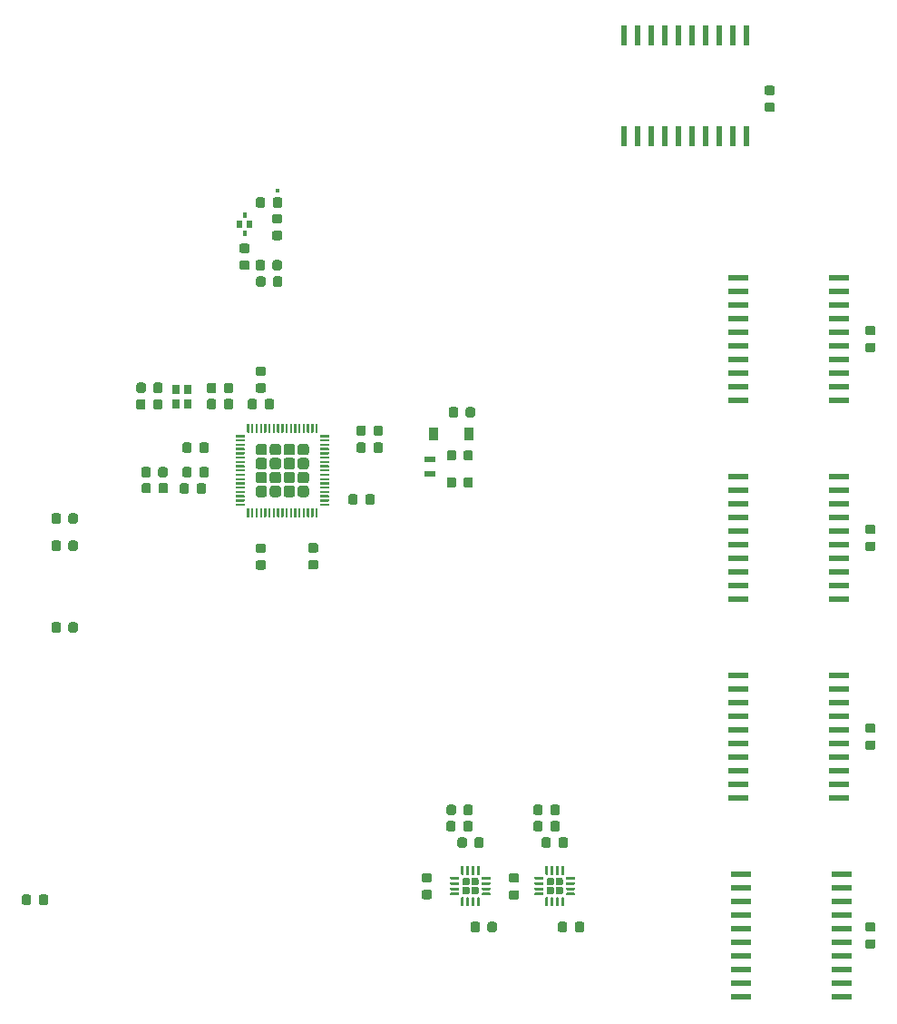
<source format=gtp>
G04 #@! TF.GenerationSoftware,KiCad,Pcbnew,(5.1.0-0)*
G04 #@! TF.CreationDate,2019-07-17T00:11:31+01:00*
G04 #@! TF.ProjectId,Face6,46616365-362e-46b6-9963-61645f706362,rev?*
G04 #@! TF.SameCoordinates,Original*
G04 #@! TF.FileFunction,Paste,Top*
G04 #@! TF.FilePolarity,Positive*
%FSLAX46Y46*%
G04 Gerber Fmt 4.6, Leading zero omitted, Abs format (unit mm)*
G04 Created by KiCad (PCBNEW (5.1.0-0)) date 2019-07-17 00:11:31*
%MOMM*%
%LPD*%
G04 APERTURE LIST*
%ADD10R,0.600000X1.950000*%
%ADD11C,0.100000*%
%ADD12C,0.875000*%
%ADD13R,0.800000X0.900000*%
%ADD14R,0.400000X0.400000*%
%ADD15R,0.900000X1.200000*%
%ADD16R,1.100000X0.600000*%
%ADD17C,0.680000*%
%ADD18C,0.250000*%
%ADD19C,1.050000*%
%ADD20C,0.200000*%
%ADD21R,0.300000X0.500000*%
%ADD22R,0.500000X0.800000*%
%ADD23R,1.950000X0.600000*%
G04 APERTURE END LIST*
D10*
X209169000Y-43306000D03*
X207899000Y-43306000D03*
X206629000Y-43306000D03*
X205359000Y-43306000D03*
X204089000Y-43306000D03*
X202819000Y-43306000D03*
X201549000Y-43306000D03*
X200279000Y-43306000D03*
X199009000Y-43306000D03*
X197739000Y-43306000D03*
X197739000Y-52706000D03*
X199009000Y-52706000D03*
X200279000Y-52706000D03*
X201549000Y-52706000D03*
X202819000Y-52706000D03*
X204089000Y-52706000D03*
X205359000Y-52706000D03*
X206629000Y-52706000D03*
X207899000Y-52706000D03*
X209169000Y-52706000D03*
D11*
G36*
X158761691Y-81314053D02*
G01*
X158782926Y-81317203D01*
X158803750Y-81322419D01*
X158823962Y-81329651D01*
X158843368Y-81338830D01*
X158861781Y-81349866D01*
X158879024Y-81362654D01*
X158894930Y-81377070D01*
X158909346Y-81392976D01*
X158922134Y-81410219D01*
X158933170Y-81428632D01*
X158942349Y-81448038D01*
X158949581Y-81468250D01*
X158954797Y-81489074D01*
X158957947Y-81510309D01*
X158959000Y-81531750D01*
X158959000Y-82044250D01*
X158957947Y-82065691D01*
X158954797Y-82086926D01*
X158949581Y-82107750D01*
X158942349Y-82127962D01*
X158933170Y-82147368D01*
X158922134Y-82165781D01*
X158909346Y-82183024D01*
X158894930Y-82198930D01*
X158879024Y-82213346D01*
X158861781Y-82226134D01*
X158843368Y-82237170D01*
X158823962Y-82246349D01*
X158803750Y-82253581D01*
X158782926Y-82258797D01*
X158761691Y-82261947D01*
X158740250Y-82263000D01*
X158302750Y-82263000D01*
X158281309Y-82261947D01*
X158260074Y-82258797D01*
X158239250Y-82253581D01*
X158219038Y-82246349D01*
X158199632Y-82237170D01*
X158181219Y-82226134D01*
X158163976Y-82213346D01*
X158148070Y-82198930D01*
X158133654Y-82183024D01*
X158120866Y-82165781D01*
X158109830Y-82147368D01*
X158100651Y-82127962D01*
X158093419Y-82107750D01*
X158088203Y-82086926D01*
X158085053Y-82065691D01*
X158084000Y-82044250D01*
X158084000Y-81531750D01*
X158085053Y-81510309D01*
X158088203Y-81489074D01*
X158093419Y-81468250D01*
X158100651Y-81448038D01*
X158109830Y-81428632D01*
X158120866Y-81410219D01*
X158133654Y-81392976D01*
X158148070Y-81377070D01*
X158163976Y-81362654D01*
X158181219Y-81349866D01*
X158199632Y-81338830D01*
X158219038Y-81329651D01*
X158239250Y-81322419D01*
X158260074Y-81317203D01*
X158281309Y-81314053D01*
X158302750Y-81313000D01*
X158740250Y-81313000D01*
X158761691Y-81314053D01*
X158761691Y-81314053D01*
G37*
D12*
X158521500Y-81788000D03*
D11*
G36*
X157186691Y-81314053D02*
G01*
X157207926Y-81317203D01*
X157228750Y-81322419D01*
X157248962Y-81329651D01*
X157268368Y-81338830D01*
X157286781Y-81349866D01*
X157304024Y-81362654D01*
X157319930Y-81377070D01*
X157334346Y-81392976D01*
X157347134Y-81410219D01*
X157358170Y-81428632D01*
X157367349Y-81448038D01*
X157374581Y-81468250D01*
X157379797Y-81489074D01*
X157382947Y-81510309D01*
X157384000Y-81531750D01*
X157384000Y-82044250D01*
X157382947Y-82065691D01*
X157379797Y-82086926D01*
X157374581Y-82107750D01*
X157367349Y-82127962D01*
X157358170Y-82147368D01*
X157347134Y-82165781D01*
X157334346Y-82183024D01*
X157319930Y-82198930D01*
X157304024Y-82213346D01*
X157286781Y-82226134D01*
X157268368Y-82237170D01*
X157248962Y-82246349D01*
X157228750Y-82253581D01*
X157207926Y-82258797D01*
X157186691Y-82261947D01*
X157165250Y-82263000D01*
X156727750Y-82263000D01*
X156706309Y-82261947D01*
X156685074Y-82258797D01*
X156664250Y-82253581D01*
X156644038Y-82246349D01*
X156624632Y-82237170D01*
X156606219Y-82226134D01*
X156588976Y-82213346D01*
X156573070Y-82198930D01*
X156558654Y-82183024D01*
X156545866Y-82165781D01*
X156534830Y-82147368D01*
X156525651Y-82127962D01*
X156518419Y-82107750D01*
X156513203Y-82086926D01*
X156510053Y-82065691D01*
X156509000Y-82044250D01*
X156509000Y-81531750D01*
X156510053Y-81510309D01*
X156513203Y-81489074D01*
X156518419Y-81468250D01*
X156525651Y-81448038D01*
X156534830Y-81428632D01*
X156545866Y-81410219D01*
X156558654Y-81392976D01*
X156573070Y-81377070D01*
X156588976Y-81362654D01*
X156606219Y-81349866D01*
X156624632Y-81338830D01*
X156644038Y-81329651D01*
X156664250Y-81322419D01*
X156685074Y-81317203D01*
X156706309Y-81314053D01*
X156727750Y-81313000D01*
X157165250Y-81313000D01*
X157186691Y-81314053D01*
X157186691Y-81314053D01*
G37*
D12*
X156946500Y-81788000D03*
D11*
G36*
X164107691Y-74214053D02*
G01*
X164128926Y-74217203D01*
X164149750Y-74222419D01*
X164169962Y-74229651D01*
X164189368Y-74238830D01*
X164207781Y-74249866D01*
X164225024Y-74262654D01*
X164240930Y-74277070D01*
X164255346Y-74292976D01*
X164268134Y-74310219D01*
X164279170Y-74328632D01*
X164288349Y-74348038D01*
X164295581Y-74368250D01*
X164300797Y-74389074D01*
X164303947Y-74410309D01*
X164305000Y-74431750D01*
X164305000Y-74869250D01*
X164303947Y-74890691D01*
X164300797Y-74911926D01*
X164295581Y-74932750D01*
X164288349Y-74952962D01*
X164279170Y-74972368D01*
X164268134Y-74990781D01*
X164255346Y-75008024D01*
X164240930Y-75023930D01*
X164225024Y-75038346D01*
X164207781Y-75051134D01*
X164189368Y-75062170D01*
X164169962Y-75071349D01*
X164149750Y-75078581D01*
X164128926Y-75083797D01*
X164107691Y-75086947D01*
X164086250Y-75088000D01*
X163573750Y-75088000D01*
X163552309Y-75086947D01*
X163531074Y-75083797D01*
X163510250Y-75078581D01*
X163490038Y-75071349D01*
X163470632Y-75062170D01*
X163452219Y-75051134D01*
X163434976Y-75038346D01*
X163419070Y-75023930D01*
X163404654Y-75008024D01*
X163391866Y-74990781D01*
X163380830Y-74972368D01*
X163371651Y-74952962D01*
X163364419Y-74932750D01*
X163359203Y-74911926D01*
X163356053Y-74890691D01*
X163355000Y-74869250D01*
X163355000Y-74431750D01*
X163356053Y-74410309D01*
X163359203Y-74389074D01*
X163364419Y-74368250D01*
X163371651Y-74348038D01*
X163380830Y-74328632D01*
X163391866Y-74310219D01*
X163404654Y-74292976D01*
X163419070Y-74277070D01*
X163434976Y-74262654D01*
X163452219Y-74249866D01*
X163470632Y-74238830D01*
X163490038Y-74229651D01*
X163510250Y-74222419D01*
X163531074Y-74217203D01*
X163552309Y-74214053D01*
X163573750Y-74213000D01*
X164086250Y-74213000D01*
X164107691Y-74214053D01*
X164107691Y-74214053D01*
G37*
D12*
X163830000Y-74650500D03*
D11*
G36*
X164107691Y-75789053D02*
G01*
X164128926Y-75792203D01*
X164149750Y-75797419D01*
X164169962Y-75804651D01*
X164189368Y-75813830D01*
X164207781Y-75824866D01*
X164225024Y-75837654D01*
X164240930Y-75852070D01*
X164255346Y-75867976D01*
X164268134Y-75885219D01*
X164279170Y-75903632D01*
X164288349Y-75923038D01*
X164295581Y-75943250D01*
X164300797Y-75964074D01*
X164303947Y-75985309D01*
X164305000Y-76006750D01*
X164305000Y-76444250D01*
X164303947Y-76465691D01*
X164300797Y-76486926D01*
X164295581Y-76507750D01*
X164288349Y-76527962D01*
X164279170Y-76547368D01*
X164268134Y-76565781D01*
X164255346Y-76583024D01*
X164240930Y-76598930D01*
X164225024Y-76613346D01*
X164207781Y-76626134D01*
X164189368Y-76637170D01*
X164169962Y-76646349D01*
X164149750Y-76653581D01*
X164128926Y-76658797D01*
X164107691Y-76661947D01*
X164086250Y-76663000D01*
X163573750Y-76663000D01*
X163552309Y-76661947D01*
X163531074Y-76658797D01*
X163510250Y-76653581D01*
X163490038Y-76646349D01*
X163470632Y-76637170D01*
X163452219Y-76626134D01*
X163434976Y-76613346D01*
X163419070Y-76598930D01*
X163404654Y-76583024D01*
X163391866Y-76565781D01*
X163380830Y-76547368D01*
X163371651Y-76527962D01*
X163364419Y-76507750D01*
X163359203Y-76486926D01*
X163356053Y-76465691D01*
X163355000Y-76444250D01*
X163355000Y-76006750D01*
X163356053Y-75985309D01*
X163359203Y-75964074D01*
X163364419Y-75943250D01*
X163371651Y-75923038D01*
X163380830Y-75903632D01*
X163391866Y-75885219D01*
X163404654Y-75867976D01*
X163419070Y-75852070D01*
X163434976Y-75837654D01*
X163452219Y-75824866D01*
X163470632Y-75813830D01*
X163490038Y-75804651D01*
X163510250Y-75797419D01*
X163531074Y-75792203D01*
X163552309Y-75789053D01*
X163573750Y-75788000D01*
X164086250Y-75788000D01*
X164107691Y-75789053D01*
X164107691Y-75789053D01*
G37*
D12*
X163830000Y-76225500D03*
D11*
G36*
X154951691Y-85098553D02*
G01*
X154972926Y-85101703D01*
X154993750Y-85106919D01*
X155013962Y-85114151D01*
X155033368Y-85123330D01*
X155051781Y-85134366D01*
X155069024Y-85147154D01*
X155084930Y-85161570D01*
X155099346Y-85177476D01*
X155112134Y-85194719D01*
X155123170Y-85213132D01*
X155132349Y-85232538D01*
X155139581Y-85252750D01*
X155144797Y-85273574D01*
X155147947Y-85294809D01*
X155149000Y-85316250D01*
X155149000Y-85828750D01*
X155147947Y-85850191D01*
X155144797Y-85871426D01*
X155139581Y-85892250D01*
X155132349Y-85912462D01*
X155123170Y-85931868D01*
X155112134Y-85950281D01*
X155099346Y-85967524D01*
X155084930Y-85983430D01*
X155069024Y-85997846D01*
X155051781Y-86010634D01*
X155033368Y-86021670D01*
X155013962Y-86030849D01*
X154993750Y-86038081D01*
X154972926Y-86043297D01*
X154951691Y-86046447D01*
X154930250Y-86047500D01*
X154492750Y-86047500D01*
X154471309Y-86046447D01*
X154450074Y-86043297D01*
X154429250Y-86038081D01*
X154409038Y-86030849D01*
X154389632Y-86021670D01*
X154371219Y-86010634D01*
X154353976Y-85997846D01*
X154338070Y-85983430D01*
X154323654Y-85967524D01*
X154310866Y-85950281D01*
X154299830Y-85931868D01*
X154290651Y-85912462D01*
X154283419Y-85892250D01*
X154278203Y-85871426D01*
X154275053Y-85850191D01*
X154274000Y-85828750D01*
X154274000Y-85316250D01*
X154275053Y-85294809D01*
X154278203Y-85273574D01*
X154283419Y-85252750D01*
X154290651Y-85232538D01*
X154299830Y-85213132D01*
X154310866Y-85194719D01*
X154323654Y-85177476D01*
X154338070Y-85161570D01*
X154353976Y-85147154D01*
X154371219Y-85134366D01*
X154389632Y-85123330D01*
X154409038Y-85114151D01*
X154429250Y-85106919D01*
X154450074Y-85101703D01*
X154471309Y-85098553D01*
X154492750Y-85097500D01*
X154930250Y-85097500D01*
X154951691Y-85098553D01*
X154951691Y-85098553D01*
G37*
D12*
X154711500Y-85572500D03*
D11*
G36*
X153376691Y-85098553D02*
G01*
X153397926Y-85101703D01*
X153418750Y-85106919D01*
X153438962Y-85114151D01*
X153458368Y-85123330D01*
X153476781Y-85134366D01*
X153494024Y-85147154D01*
X153509930Y-85161570D01*
X153524346Y-85177476D01*
X153537134Y-85194719D01*
X153548170Y-85213132D01*
X153557349Y-85232538D01*
X153564581Y-85252750D01*
X153569797Y-85273574D01*
X153572947Y-85294809D01*
X153574000Y-85316250D01*
X153574000Y-85828750D01*
X153572947Y-85850191D01*
X153569797Y-85871426D01*
X153564581Y-85892250D01*
X153557349Y-85912462D01*
X153548170Y-85931868D01*
X153537134Y-85950281D01*
X153524346Y-85967524D01*
X153509930Y-85983430D01*
X153494024Y-85997846D01*
X153476781Y-86010634D01*
X153458368Y-86021670D01*
X153438962Y-86030849D01*
X153418750Y-86038081D01*
X153397926Y-86043297D01*
X153376691Y-86046447D01*
X153355250Y-86047500D01*
X152917750Y-86047500D01*
X152896309Y-86046447D01*
X152875074Y-86043297D01*
X152854250Y-86038081D01*
X152834038Y-86030849D01*
X152814632Y-86021670D01*
X152796219Y-86010634D01*
X152778976Y-85997846D01*
X152763070Y-85983430D01*
X152748654Y-85967524D01*
X152735866Y-85950281D01*
X152724830Y-85931868D01*
X152715651Y-85912462D01*
X152708419Y-85892250D01*
X152703203Y-85871426D01*
X152700053Y-85850191D01*
X152699000Y-85828750D01*
X152699000Y-85316250D01*
X152700053Y-85294809D01*
X152703203Y-85273574D01*
X152708419Y-85252750D01*
X152715651Y-85232538D01*
X152724830Y-85213132D01*
X152735866Y-85194719D01*
X152748654Y-85177476D01*
X152763070Y-85161570D01*
X152778976Y-85147154D01*
X152796219Y-85134366D01*
X152814632Y-85123330D01*
X152834038Y-85114151D01*
X152854250Y-85106919D01*
X152875074Y-85101703D01*
X152896309Y-85098553D01*
X152917750Y-85097500D01*
X153355250Y-85097500D01*
X153376691Y-85098553D01*
X153376691Y-85098553D01*
G37*
D12*
X153136500Y-85572500D03*
D11*
G36*
X174255691Y-86140053D02*
G01*
X174276926Y-86143203D01*
X174297750Y-86148419D01*
X174317962Y-86155651D01*
X174337368Y-86164830D01*
X174355781Y-86175866D01*
X174373024Y-86188654D01*
X174388930Y-86203070D01*
X174403346Y-86218976D01*
X174416134Y-86236219D01*
X174427170Y-86254632D01*
X174436349Y-86274038D01*
X174443581Y-86294250D01*
X174448797Y-86315074D01*
X174451947Y-86336309D01*
X174453000Y-86357750D01*
X174453000Y-86870250D01*
X174451947Y-86891691D01*
X174448797Y-86912926D01*
X174443581Y-86933750D01*
X174436349Y-86953962D01*
X174427170Y-86973368D01*
X174416134Y-86991781D01*
X174403346Y-87009024D01*
X174388930Y-87024930D01*
X174373024Y-87039346D01*
X174355781Y-87052134D01*
X174337368Y-87063170D01*
X174317962Y-87072349D01*
X174297750Y-87079581D01*
X174276926Y-87084797D01*
X174255691Y-87087947D01*
X174234250Y-87089000D01*
X173796750Y-87089000D01*
X173775309Y-87087947D01*
X173754074Y-87084797D01*
X173733250Y-87079581D01*
X173713038Y-87072349D01*
X173693632Y-87063170D01*
X173675219Y-87052134D01*
X173657976Y-87039346D01*
X173642070Y-87024930D01*
X173627654Y-87009024D01*
X173614866Y-86991781D01*
X173603830Y-86973368D01*
X173594651Y-86953962D01*
X173587419Y-86933750D01*
X173582203Y-86912926D01*
X173579053Y-86891691D01*
X173578000Y-86870250D01*
X173578000Y-86357750D01*
X173579053Y-86336309D01*
X173582203Y-86315074D01*
X173587419Y-86294250D01*
X173594651Y-86274038D01*
X173603830Y-86254632D01*
X173614866Y-86236219D01*
X173627654Y-86218976D01*
X173642070Y-86203070D01*
X173657976Y-86188654D01*
X173675219Y-86175866D01*
X173693632Y-86164830D01*
X173713038Y-86155651D01*
X173733250Y-86148419D01*
X173754074Y-86143203D01*
X173775309Y-86140053D01*
X173796750Y-86139000D01*
X174234250Y-86139000D01*
X174255691Y-86140053D01*
X174255691Y-86140053D01*
G37*
D12*
X174015500Y-86614000D03*
D11*
G36*
X172680691Y-86140053D02*
G01*
X172701926Y-86143203D01*
X172722750Y-86148419D01*
X172742962Y-86155651D01*
X172762368Y-86164830D01*
X172780781Y-86175866D01*
X172798024Y-86188654D01*
X172813930Y-86203070D01*
X172828346Y-86218976D01*
X172841134Y-86236219D01*
X172852170Y-86254632D01*
X172861349Y-86274038D01*
X172868581Y-86294250D01*
X172873797Y-86315074D01*
X172876947Y-86336309D01*
X172878000Y-86357750D01*
X172878000Y-86870250D01*
X172876947Y-86891691D01*
X172873797Y-86912926D01*
X172868581Y-86933750D01*
X172861349Y-86953962D01*
X172852170Y-86973368D01*
X172841134Y-86991781D01*
X172828346Y-87009024D01*
X172813930Y-87024930D01*
X172798024Y-87039346D01*
X172780781Y-87052134D01*
X172762368Y-87063170D01*
X172742962Y-87072349D01*
X172722750Y-87079581D01*
X172701926Y-87084797D01*
X172680691Y-87087947D01*
X172659250Y-87089000D01*
X172221750Y-87089000D01*
X172200309Y-87087947D01*
X172179074Y-87084797D01*
X172158250Y-87079581D01*
X172138038Y-87072349D01*
X172118632Y-87063170D01*
X172100219Y-87052134D01*
X172082976Y-87039346D01*
X172067070Y-87024930D01*
X172052654Y-87009024D01*
X172039866Y-86991781D01*
X172028830Y-86973368D01*
X172019651Y-86953962D01*
X172012419Y-86933750D01*
X172007203Y-86912926D01*
X172004053Y-86891691D01*
X172003000Y-86870250D01*
X172003000Y-86357750D01*
X172004053Y-86336309D01*
X172007203Y-86315074D01*
X172012419Y-86294250D01*
X172019651Y-86274038D01*
X172028830Y-86254632D01*
X172039866Y-86236219D01*
X172052654Y-86218976D01*
X172067070Y-86203070D01*
X172082976Y-86188654D01*
X172100219Y-86175866D01*
X172118632Y-86164830D01*
X172138038Y-86155651D01*
X172158250Y-86148419D01*
X172179074Y-86143203D01*
X172200309Y-86140053D01*
X172221750Y-86139000D01*
X172659250Y-86139000D01*
X172680691Y-86140053D01*
X172680691Y-86140053D01*
G37*
D12*
X172440500Y-86614000D03*
D13*
X155872000Y-76324000D03*
X155872000Y-77724000D03*
X156972000Y-77724000D03*
X156972000Y-76324000D03*
D14*
X165354000Y-57785000D03*
D11*
G36*
X184441191Y-118144053D02*
G01*
X184462426Y-118147203D01*
X184483250Y-118152419D01*
X184503462Y-118159651D01*
X184522868Y-118168830D01*
X184541281Y-118179866D01*
X184558524Y-118192654D01*
X184574430Y-118207070D01*
X184588846Y-118222976D01*
X184601634Y-118240219D01*
X184612670Y-118258632D01*
X184621849Y-118278038D01*
X184629081Y-118298250D01*
X184634297Y-118319074D01*
X184637447Y-118340309D01*
X184638500Y-118361750D01*
X184638500Y-118874250D01*
X184637447Y-118895691D01*
X184634297Y-118916926D01*
X184629081Y-118937750D01*
X184621849Y-118957962D01*
X184612670Y-118977368D01*
X184601634Y-118995781D01*
X184588846Y-119013024D01*
X184574430Y-119028930D01*
X184558524Y-119043346D01*
X184541281Y-119056134D01*
X184522868Y-119067170D01*
X184503462Y-119076349D01*
X184483250Y-119083581D01*
X184462426Y-119088797D01*
X184441191Y-119091947D01*
X184419750Y-119093000D01*
X183982250Y-119093000D01*
X183960809Y-119091947D01*
X183939574Y-119088797D01*
X183918750Y-119083581D01*
X183898538Y-119076349D01*
X183879132Y-119067170D01*
X183860719Y-119056134D01*
X183843476Y-119043346D01*
X183827570Y-119028930D01*
X183813154Y-119013024D01*
X183800366Y-118995781D01*
X183789330Y-118977368D01*
X183780151Y-118957962D01*
X183772919Y-118937750D01*
X183767703Y-118916926D01*
X183764553Y-118895691D01*
X183763500Y-118874250D01*
X183763500Y-118361750D01*
X183764553Y-118340309D01*
X183767703Y-118319074D01*
X183772919Y-118298250D01*
X183780151Y-118278038D01*
X183789330Y-118258632D01*
X183800366Y-118240219D01*
X183813154Y-118222976D01*
X183827570Y-118207070D01*
X183843476Y-118192654D01*
X183860719Y-118179866D01*
X183879132Y-118168830D01*
X183898538Y-118159651D01*
X183918750Y-118152419D01*
X183939574Y-118147203D01*
X183960809Y-118144053D01*
X183982250Y-118143000D01*
X184419750Y-118143000D01*
X184441191Y-118144053D01*
X184441191Y-118144053D01*
G37*
D12*
X184201000Y-118618000D03*
D11*
G36*
X182866191Y-118144053D02*
G01*
X182887426Y-118147203D01*
X182908250Y-118152419D01*
X182928462Y-118159651D01*
X182947868Y-118168830D01*
X182966281Y-118179866D01*
X182983524Y-118192654D01*
X182999430Y-118207070D01*
X183013846Y-118222976D01*
X183026634Y-118240219D01*
X183037670Y-118258632D01*
X183046849Y-118278038D01*
X183054081Y-118298250D01*
X183059297Y-118319074D01*
X183062447Y-118340309D01*
X183063500Y-118361750D01*
X183063500Y-118874250D01*
X183062447Y-118895691D01*
X183059297Y-118916926D01*
X183054081Y-118937750D01*
X183046849Y-118957962D01*
X183037670Y-118977368D01*
X183026634Y-118995781D01*
X183013846Y-119013024D01*
X182999430Y-119028930D01*
X182983524Y-119043346D01*
X182966281Y-119056134D01*
X182947868Y-119067170D01*
X182928462Y-119076349D01*
X182908250Y-119083581D01*
X182887426Y-119088797D01*
X182866191Y-119091947D01*
X182844750Y-119093000D01*
X182407250Y-119093000D01*
X182385809Y-119091947D01*
X182364574Y-119088797D01*
X182343750Y-119083581D01*
X182323538Y-119076349D01*
X182304132Y-119067170D01*
X182285719Y-119056134D01*
X182268476Y-119043346D01*
X182252570Y-119028930D01*
X182238154Y-119013024D01*
X182225366Y-118995781D01*
X182214330Y-118977368D01*
X182205151Y-118957962D01*
X182197919Y-118937750D01*
X182192703Y-118916926D01*
X182189553Y-118895691D01*
X182188500Y-118874250D01*
X182188500Y-118361750D01*
X182189553Y-118340309D01*
X182192703Y-118319074D01*
X182197919Y-118298250D01*
X182205151Y-118278038D01*
X182214330Y-118258632D01*
X182225366Y-118240219D01*
X182238154Y-118222976D01*
X182252570Y-118207070D01*
X182268476Y-118192654D01*
X182285719Y-118179866D01*
X182304132Y-118168830D01*
X182323538Y-118159651D01*
X182343750Y-118152419D01*
X182364574Y-118147203D01*
X182385809Y-118144053D01*
X182407250Y-118143000D01*
X182844750Y-118143000D01*
X182866191Y-118144053D01*
X182866191Y-118144053D01*
G37*
D12*
X182626000Y-118618000D03*
D11*
G36*
X192289691Y-118144053D02*
G01*
X192310926Y-118147203D01*
X192331750Y-118152419D01*
X192351962Y-118159651D01*
X192371368Y-118168830D01*
X192389781Y-118179866D01*
X192407024Y-118192654D01*
X192422930Y-118207070D01*
X192437346Y-118222976D01*
X192450134Y-118240219D01*
X192461170Y-118258632D01*
X192470349Y-118278038D01*
X192477581Y-118298250D01*
X192482797Y-118319074D01*
X192485947Y-118340309D01*
X192487000Y-118361750D01*
X192487000Y-118874250D01*
X192485947Y-118895691D01*
X192482797Y-118916926D01*
X192477581Y-118937750D01*
X192470349Y-118957962D01*
X192461170Y-118977368D01*
X192450134Y-118995781D01*
X192437346Y-119013024D01*
X192422930Y-119028930D01*
X192407024Y-119043346D01*
X192389781Y-119056134D01*
X192371368Y-119067170D01*
X192351962Y-119076349D01*
X192331750Y-119083581D01*
X192310926Y-119088797D01*
X192289691Y-119091947D01*
X192268250Y-119093000D01*
X191830750Y-119093000D01*
X191809309Y-119091947D01*
X191788074Y-119088797D01*
X191767250Y-119083581D01*
X191747038Y-119076349D01*
X191727632Y-119067170D01*
X191709219Y-119056134D01*
X191691976Y-119043346D01*
X191676070Y-119028930D01*
X191661654Y-119013024D01*
X191648866Y-118995781D01*
X191637830Y-118977368D01*
X191628651Y-118957962D01*
X191621419Y-118937750D01*
X191616203Y-118916926D01*
X191613053Y-118895691D01*
X191612000Y-118874250D01*
X191612000Y-118361750D01*
X191613053Y-118340309D01*
X191616203Y-118319074D01*
X191621419Y-118298250D01*
X191628651Y-118278038D01*
X191637830Y-118258632D01*
X191648866Y-118240219D01*
X191661654Y-118222976D01*
X191676070Y-118207070D01*
X191691976Y-118192654D01*
X191709219Y-118179866D01*
X191727632Y-118168830D01*
X191747038Y-118159651D01*
X191767250Y-118152419D01*
X191788074Y-118147203D01*
X191809309Y-118144053D01*
X191830750Y-118143000D01*
X192268250Y-118143000D01*
X192289691Y-118144053D01*
X192289691Y-118144053D01*
G37*
D12*
X192049500Y-118618000D03*
D11*
G36*
X190714691Y-118144053D02*
G01*
X190735926Y-118147203D01*
X190756750Y-118152419D01*
X190776962Y-118159651D01*
X190796368Y-118168830D01*
X190814781Y-118179866D01*
X190832024Y-118192654D01*
X190847930Y-118207070D01*
X190862346Y-118222976D01*
X190875134Y-118240219D01*
X190886170Y-118258632D01*
X190895349Y-118278038D01*
X190902581Y-118298250D01*
X190907797Y-118319074D01*
X190910947Y-118340309D01*
X190912000Y-118361750D01*
X190912000Y-118874250D01*
X190910947Y-118895691D01*
X190907797Y-118916926D01*
X190902581Y-118937750D01*
X190895349Y-118957962D01*
X190886170Y-118977368D01*
X190875134Y-118995781D01*
X190862346Y-119013024D01*
X190847930Y-119028930D01*
X190832024Y-119043346D01*
X190814781Y-119056134D01*
X190796368Y-119067170D01*
X190776962Y-119076349D01*
X190756750Y-119083581D01*
X190735926Y-119088797D01*
X190714691Y-119091947D01*
X190693250Y-119093000D01*
X190255750Y-119093000D01*
X190234309Y-119091947D01*
X190213074Y-119088797D01*
X190192250Y-119083581D01*
X190172038Y-119076349D01*
X190152632Y-119067170D01*
X190134219Y-119056134D01*
X190116976Y-119043346D01*
X190101070Y-119028930D01*
X190086654Y-119013024D01*
X190073866Y-118995781D01*
X190062830Y-118977368D01*
X190053651Y-118957962D01*
X190046419Y-118937750D01*
X190041203Y-118916926D01*
X190038053Y-118895691D01*
X190037000Y-118874250D01*
X190037000Y-118361750D01*
X190038053Y-118340309D01*
X190041203Y-118319074D01*
X190046419Y-118298250D01*
X190053651Y-118278038D01*
X190062830Y-118258632D01*
X190073866Y-118240219D01*
X190086654Y-118222976D01*
X190101070Y-118207070D01*
X190116976Y-118192654D01*
X190134219Y-118179866D01*
X190152632Y-118168830D01*
X190172038Y-118159651D01*
X190192250Y-118152419D01*
X190213074Y-118147203D01*
X190234309Y-118144053D01*
X190255750Y-118143000D01*
X190693250Y-118143000D01*
X190714691Y-118144053D01*
X190714691Y-118144053D01*
G37*
D12*
X190474500Y-118618000D03*
D11*
G36*
X185660191Y-126018053D02*
G01*
X185681426Y-126021203D01*
X185702250Y-126026419D01*
X185722462Y-126033651D01*
X185741868Y-126042830D01*
X185760281Y-126053866D01*
X185777524Y-126066654D01*
X185793430Y-126081070D01*
X185807846Y-126096976D01*
X185820634Y-126114219D01*
X185831670Y-126132632D01*
X185840849Y-126152038D01*
X185848081Y-126172250D01*
X185853297Y-126193074D01*
X185856447Y-126214309D01*
X185857500Y-126235750D01*
X185857500Y-126748250D01*
X185856447Y-126769691D01*
X185853297Y-126790926D01*
X185848081Y-126811750D01*
X185840849Y-126831962D01*
X185831670Y-126851368D01*
X185820634Y-126869781D01*
X185807846Y-126887024D01*
X185793430Y-126902930D01*
X185777524Y-126917346D01*
X185760281Y-126930134D01*
X185741868Y-126941170D01*
X185722462Y-126950349D01*
X185702250Y-126957581D01*
X185681426Y-126962797D01*
X185660191Y-126965947D01*
X185638750Y-126967000D01*
X185201250Y-126967000D01*
X185179809Y-126965947D01*
X185158574Y-126962797D01*
X185137750Y-126957581D01*
X185117538Y-126950349D01*
X185098132Y-126941170D01*
X185079719Y-126930134D01*
X185062476Y-126917346D01*
X185046570Y-126902930D01*
X185032154Y-126887024D01*
X185019366Y-126869781D01*
X185008330Y-126851368D01*
X184999151Y-126831962D01*
X184991919Y-126811750D01*
X184986703Y-126790926D01*
X184983553Y-126769691D01*
X184982500Y-126748250D01*
X184982500Y-126235750D01*
X184983553Y-126214309D01*
X184986703Y-126193074D01*
X184991919Y-126172250D01*
X184999151Y-126152038D01*
X185008330Y-126132632D01*
X185019366Y-126114219D01*
X185032154Y-126096976D01*
X185046570Y-126081070D01*
X185062476Y-126066654D01*
X185079719Y-126053866D01*
X185098132Y-126042830D01*
X185117538Y-126033651D01*
X185137750Y-126026419D01*
X185158574Y-126021203D01*
X185179809Y-126018053D01*
X185201250Y-126017000D01*
X185638750Y-126017000D01*
X185660191Y-126018053D01*
X185660191Y-126018053D01*
G37*
D12*
X185420000Y-126492000D03*
D11*
G36*
X184085191Y-126018053D02*
G01*
X184106426Y-126021203D01*
X184127250Y-126026419D01*
X184147462Y-126033651D01*
X184166868Y-126042830D01*
X184185281Y-126053866D01*
X184202524Y-126066654D01*
X184218430Y-126081070D01*
X184232846Y-126096976D01*
X184245634Y-126114219D01*
X184256670Y-126132632D01*
X184265849Y-126152038D01*
X184273081Y-126172250D01*
X184278297Y-126193074D01*
X184281447Y-126214309D01*
X184282500Y-126235750D01*
X184282500Y-126748250D01*
X184281447Y-126769691D01*
X184278297Y-126790926D01*
X184273081Y-126811750D01*
X184265849Y-126831962D01*
X184256670Y-126851368D01*
X184245634Y-126869781D01*
X184232846Y-126887024D01*
X184218430Y-126902930D01*
X184202524Y-126917346D01*
X184185281Y-126930134D01*
X184166868Y-126941170D01*
X184147462Y-126950349D01*
X184127250Y-126957581D01*
X184106426Y-126962797D01*
X184085191Y-126965947D01*
X184063750Y-126967000D01*
X183626250Y-126967000D01*
X183604809Y-126965947D01*
X183583574Y-126962797D01*
X183562750Y-126957581D01*
X183542538Y-126950349D01*
X183523132Y-126941170D01*
X183504719Y-126930134D01*
X183487476Y-126917346D01*
X183471570Y-126902930D01*
X183457154Y-126887024D01*
X183444366Y-126869781D01*
X183433330Y-126851368D01*
X183424151Y-126831962D01*
X183416919Y-126811750D01*
X183411703Y-126790926D01*
X183408553Y-126769691D01*
X183407500Y-126748250D01*
X183407500Y-126235750D01*
X183408553Y-126214309D01*
X183411703Y-126193074D01*
X183416919Y-126172250D01*
X183424151Y-126152038D01*
X183433330Y-126132632D01*
X183444366Y-126114219D01*
X183457154Y-126096976D01*
X183471570Y-126081070D01*
X183487476Y-126066654D01*
X183504719Y-126053866D01*
X183523132Y-126042830D01*
X183542538Y-126033651D01*
X183562750Y-126026419D01*
X183583574Y-126021203D01*
X183604809Y-126018053D01*
X183626250Y-126017000D01*
X184063750Y-126017000D01*
X184085191Y-126018053D01*
X184085191Y-126018053D01*
G37*
D12*
X183845000Y-126492000D03*
D11*
G36*
X193813691Y-126018053D02*
G01*
X193834926Y-126021203D01*
X193855750Y-126026419D01*
X193875962Y-126033651D01*
X193895368Y-126042830D01*
X193913781Y-126053866D01*
X193931024Y-126066654D01*
X193946930Y-126081070D01*
X193961346Y-126096976D01*
X193974134Y-126114219D01*
X193985170Y-126132632D01*
X193994349Y-126152038D01*
X194001581Y-126172250D01*
X194006797Y-126193074D01*
X194009947Y-126214309D01*
X194011000Y-126235750D01*
X194011000Y-126748250D01*
X194009947Y-126769691D01*
X194006797Y-126790926D01*
X194001581Y-126811750D01*
X193994349Y-126831962D01*
X193985170Y-126851368D01*
X193974134Y-126869781D01*
X193961346Y-126887024D01*
X193946930Y-126902930D01*
X193931024Y-126917346D01*
X193913781Y-126930134D01*
X193895368Y-126941170D01*
X193875962Y-126950349D01*
X193855750Y-126957581D01*
X193834926Y-126962797D01*
X193813691Y-126965947D01*
X193792250Y-126967000D01*
X193354750Y-126967000D01*
X193333309Y-126965947D01*
X193312074Y-126962797D01*
X193291250Y-126957581D01*
X193271038Y-126950349D01*
X193251632Y-126941170D01*
X193233219Y-126930134D01*
X193215976Y-126917346D01*
X193200070Y-126902930D01*
X193185654Y-126887024D01*
X193172866Y-126869781D01*
X193161830Y-126851368D01*
X193152651Y-126831962D01*
X193145419Y-126811750D01*
X193140203Y-126790926D01*
X193137053Y-126769691D01*
X193136000Y-126748250D01*
X193136000Y-126235750D01*
X193137053Y-126214309D01*
X193140203Y-126193074D01*
X193145419Y-126172250D01*
X193152651Y-126152038D01*
X193161830Y-126132632D01*
X193172866Y-126114219D01*
X193185654Y-126096976D01*
X193200070Y-126081070D01*
X193215976Y-126066654D01*
X193233219Y-126053866D01*
X193251632Y-126042830D01*
X193271038Y-126033651D01*
X193291250Y-126026419D01*
X193312074Y-126021203D01*
X193333309Y-126018053D01*
X193354750Y-126017000D01*
X193792250Y-126017000D01*
X193813691Y-126018053D01*
X193813691Y-126018053D01*
G37*
D12*
X193573500Y-126492000D03*
D11*
G36*
X192238691Y-126018053D02*
G01*
X192259926Y-126021203D01*
X192280750Y-126026419D01*
X192300962Y-126033651D01*
X192320368Y-126042830D01*
X192338781Y-126053866D01*
X192356024Y-126066654D01*
X192371930Y-126081070D01*
X192386346Y-126096976D01*
X192399134Y-126114219D01*
X192410170Y-126132632D01*
X192419349Y-126152038D01*
X192426581Y-126172250D01*
X192431797Y-126193074D01*
X192434947Y-126214309D01*
X192436000Y-126235750D01*
X192436000Y-126748250D01*
X192434947Y-126769691D01*
X192431797Y-126790926D01*
X192426581Y-126811750D01*
X192419349Y-126831962D01*
X192410170Y-126851368D01*
X192399134Y-126869781D01*
X192386346Y-126887024D01*
X192371930Y-126902930D01*
X192356024Y-126917346D01*
X192338781Y-126930134D01*
X192320368Y-126941170D01*
X192300962Y-126950349D01*
X192280750Y-126957581D01*
X192259926Y-126962797D01*
X192238691Y-126965947D01*
X192217250Y-126967000D01*
X191779750Y-126967000D01*
X191758309Y-126965947D01*
X191737074Y-126962797D01*
X191716250Y-126957581D01*
X191696038Y-126950349D01*
X191676632Y-126941170D01*
X191658219Y-126930134D01*
X191640976Y-126917346D01*
X191625070Y-126902930D01*
X191610654Y-126887024D01*
X191597866Y-126869781D01*
X191586830Y-126851368D01*
X191577651Y-126831962D01*
X191570419Y-126811750D01*
X191565203Y-126790926D01*
X191562053Y-126769691D01*
X191561000Y-126748250D01*
X191561000Y-126235750D01*
X191562053Y-126214309D01*
X191565203Y-126193074D01*
X191570419Y-126172250D01*
X191577651Y-126152038D01*
X191586830Y-126132632D01*
X191597866Y-126114219D01*
X191610654Y-126096976D01*
X191625070Y-126081070D01*
X191640976Y-126066654D01*
X191658219Y-126053866D01*
X191676632Y-126042830D01*
X191696038Y-126033651D01*
X191716250Y-126026419D01*
X191737074Y-126021203D01*
X191758309Y-126018053D01*
X191779750Y-126017000D01*
X192217250Y-126017000D01*
X192238691Y-126018053D01*
X192238691Y-126018053D01*
G37*
D12*
X191998500Y-126492000D03*
D11*
G36*
X183425191Y-115096053D02*
G01*
X183446426Y-115099203D01*
X183467250Y-115104419D01*
X183487462Y-115111651D01*
X183506868Y-115120830D01*
X183525281Y-115131866D01*
X183542524Y-115144654D01*
X183558430Y-115159070D01*
X183572846Y-115174976D01*
X183585634Y-115192219D01*
X183596670Y-115210632D01*
X183605849Y-115230038D01*
X183613081Y-115250250D01*
X183618297Y-115271074D01*
X183621447Y-115292309D01*
X183622500Y-115313750D01*
X183622500Y-115826250D01*
X183621447Y-115847691D01*
X183618297Y-115868926D01*
X183613081Y-115889750D01*
X183605849Y-115909962D01*
X183596670Y-115929368D01*
X183585634Y-115947781D01*
X183572846Y-115965024D01*
X183558430Y-115980930D01*
X183542524Y-115995346D01*
X183525281Y-116008134D01*
X183506868Y-116019170D01*
X183487462Y-116028349D01*
X183467250Y-116035581D01*
X183446426Y-116040797D01*
X183425191Y-116043947D01*
X183403750Y-116045000D01*
X182966250Y-116045000D01*
X182944809Y-116043947D01*
X182923574Y-116040797D01*
X182902750Y-116035581D01*
X182882538Y-116028349D01*
X182863132Y-116019170D01*
X182844719Y-116008134D01*
X182827476Y-115995346D01*
X182811570Y-115980930D01*
X182797154Y-115965024D01*
X182784366Y-115947781D01*
X182773330Y-115929368D01*
X182764151Y-115909962D01*
X182756919Y-115889750D01*
X182751703Y-115868926D01*
X182748553Y-115847691D01*
X182747500Y-115826250D01*
X182747500Y-115313750D01*
X182748553Y-115292309D01*
X182751703Y-115271074D01*
X182756919Y-115250250D01*
X182764151Y-115230038D01*
X182773330Y-115210632D01*
X182784366Y-115192219D01*
X182797154Y-115174976D01*
X182811570Y-115159070D01*
X182827476Y-115144654D01*
X182844719Y-115131866D01*
X182863132Y-115120830D01*
X182882538Y-115111651D01*
X182902750Y-115104419D01*
X182923574Y-115099203D01*
X182944809Y-115096053D01*
X182966250Y-115095000D01*
X183403750Y-115095000D01*
X183425191Y-115096053D01*
X183425191Y-115096053D01*
G37*
D12*
X183185000Y-115570000D03*
D11*
G36*
X181850191Y-115096053D02*
G01*
X181871426Y-115099203D01*
X181892250Y-115104419D01*
X181912462Y-115111651D01*
X181931868Y-115120830D01*
X181950281Y-115131866D01*
X181967524Y-115144654D01*
X181983430Y-115159070D01*
X181997846Y-115174976D01*
X182010634Y-115192219D01*
X182021670Y-115210632D01*
X182030849Y-115230038D01*
X182038081Y-115250250D01*
X182043297Y-115271074D01*
X182046447Y-115292309D01*
X182047500Y-115313750D01*
X182047500Y-115826250D01*
X182046447Y-115847691D01*
X182043297Y-115868926D01*
X182038081Y-115889750D01*
X182030849Y-115909962D01*
X182021670Y-115929368D01*
X182010634Y-115947781D01*
X181997846Y-115965024D01*
X181983430Y-115980930D01*
X181967524Y-115995346D01*
X181950281Y-116008134D01*
X181931868Y-116019170D01*
X181912462Y-116028349D01*
X181892250Y-116035581D01*
X181871426Y-116040797D01*
X181850191Y-116043947D01*
X181828750Y-116045000D01*
X181391250Y-116045000D01*
X181369809Y-116043947D01*
X181348574Y-116040797D01*
X181327750Y-116035581D01*
X181307538Y-116028349D01*
X181288132Y-116019170D01*
X181269719Y-116008134D01*
X181252476Y-115995346D01*
X181236570Y-115980930D01*
X181222154Y-115965024D01*
X181209366Y-115947781D01*
X181198330Y-115929368D01*
X181189151Y-115909962D01*
X181181919Y-115889750D01*
X181176703Y-115868926D01*
X181173553Y-115847691D01*
X181172500Y-115826250D01*
X181172500Y-115313750D01*
X181173553Y-115292309D01*
X181176703Y-115271074D01*
X181181919Y-115250250D01*
X181189151Y-115230038D01*
X181198330Y-115210632D01*
X181209366Y-115192219D01*
X181222154Y-115174976D01*
X181236570Y-115159070D01*
X181252476Y-115144654D01*
X181269719Y-115131866D01*
X181288132Y-115120830D01*
X181307538Y-115111651D01*
X181327750Y-115104419D01*
X181348574Y-115099203D01*
X181369809Y-115096053D01*
X181391250Y-115095000D01*
X181828750Y-115095000D01*
X181850191Y-115096053D01*
X181850191Y-115096053D01*
G37*
D12*
X181610000Y-115570000D03*
D11*
G36*
X191527691Y-115096053D02*
G01*
X191548926Y-115099203D01*
X191569750Y-115104419D01*
X191589962Y-115111651D01*
X191609368Y-115120830D01*
X191627781Y-115131866D01*
X191645024Y-115144654D01*
X191660930Y-115159070D01*
X191675346Y-115174976D01*
X191688134Y-115192219D01*
X191699170Y-115210632D01*
X191708349Y-115230038D01*
X191715581Y-115250250D01*
X191720797Y-115271074D01*
X191723947Y-115292309D01*
X191725000Y-115313750D01*
X191725000Y-115826250D01*
X191723947Y-115847691D01*
X191720797Y-115868926D01*
X191715581Y-115889750D01*
X191708349Y-115909962D01*
X191699170Y-115929368D01*
X191688134Y-115947781D01*
X191675346Y-115965024D01*
X191660930Y-115980930D01*
X191645024Y-115995346D01*
X191627781Y-116008134D01*
X191609368Y-116019170D01*
X191589962Y-116028349D01*
X191569750Y-116035581D01*
X191548926Y-116040797D01*
X191527691Y-116043947D01*
X191506250Y-116045000D01*
X191068750Y-116045000D01*
X191047309Y-116043947D01*
X191026074Y-116040797D01*
X191005250Y-116035581D01*
X190985038Y-116028349D01*
X190965632Y-116019170D01*
X190947219Y-116008134D01*
X190929976Y-115995346D01*
X190914070Y-115980930D01*
X190899654Y-115965024D01*
X190886866Y-115947781D01*
X190875830Y-115929368D01*
X190866651Y-115909962D01*
X190859419Y-115889750D01*
X190854203Y-115868926D01*
X190851053Y-115847691D01*
X190850000Y-115826250D01*
X190850000Y-115313750D01*
X190851053Y-115292309D01*
X190854203Y-115271074D01*
X190859419Y-115250250D01*
X190866651Y-115230038D01*
X190875830Y-115210632D01*
X190886866Y-115192219D01*
X190899654Y-115174976D01*
X190914070Y-115159070D01*
X190929976Y-115144654D01*
X190947219Y-115131866D01*
X190965632Y-115120830D01*
X190985038Y-115111651D01*
X191005250Y-115104419D01*
X191026074Y-115099203D01*
X191047309Y-115096053D01*
X191068750Y-115095000D01*
X191506250Y-115095000D01*
X191527691Y-115096053D01*
X191527691Y-115096053D01*
G37*
D12*
X191287500Y-115570000D03*
D11*
G36*
X189952691Y-115096053D02*
G01*
X189973926Y-115099203D01*
X189994750Y-115104419D01*
X190014962Y-115111651D01*
X190034368Y-115120830D01*
X190052781Y-115131866D01*
X190070024Y-115144654D01*
X190085930Y-115159070D01*
X190100346Y-115174976D01*
X190113134Y-115192219D01*
X190124170Y-115210632D01*
X190133349Y-115230038D01*
X190140581Y-115250250D01*
X190145797Y-115271074D01*
X190148947Y-115292309D01*
X190150000Y-115313750D01*
X190150000Y-115826250D01*
X190148947Y-115847691D01*
X190145797Y-115868926D01*
X190140581Y-115889750D01*
X190133349Y-115909962D01*
X190124170Y-115929368D01*
X190113134Y-115947781D01*
X190100346Y-115965024D01*
X190085930Y-115980930D01*
X190070024Y-115995346D01*
X190052781Y-116008134D01*
X190034368Y-116019170D01*
X190014962Y-116028349D01*
X189994750Y-116035581D01*
X189973926Y-116040797D01*
X189952691Y-116043947D01*
X189931250Y-116045000D01*
X189493750Y-116045000D01*
X189472309Y-116043947D01*
X189451074Y-116040797D01*
X189430250Y-116035581D01*
X189410038Y-116028349D01*
X189390632Y-116019170D01*
X189372219Y-116008134D01*
X189354976Y-115995346D01*
X189339070Y-115980930D01*
X189324654Y-115965024D01*
X189311866Y-115947781D01*
X189300830Y-115929368D01*
X189291651Y-115909962D01*
X189284419Y-115889750D01*
X189279203Y-115868926D01*
X189276053Y-115847691D01*
X189275000Y-115826250D01*
X189275000Y-115313750D01*
X189276053Y-115292309D01*
X189279203Y-115271074D01*
X189284419Y-115250250D01*
X189291651Y-115230038D01*
X189300830Y-115210632D01*
X189311866Y-115192219D01*
X189324654Y-115174976D01*
X189339070Y-115159070D01*
X189354976Y-115144654D01*
X189372219Y-115131866D01*
X189390632Y-115120830D01*
X189410038Y-115111651D01*
X189430250Y-115104419D01*
X189451074Y-115099203D01*
X189472309Y-115096053D01*
X189493750Y-115095000D01*
X189931250Y-115095000D01*
X189952691Y-115096053D01*
X189952691Y-115096053D01*
G37*
D12*
X189712500Y-115570000D03*
D11*
G36*
X159472691Y-75751553D02*
G01*
X159493926Y-75754703D01*
X159514750Y-75759919D01*
X159534962Y-75767151D01*
X159554368Y-75776330D01*
X159572781Y-75787366D01*
X159590024Y-75800154D01*
X159605930Y-75814570D01*
X159620346Y-75830476D01*
X159633134Y-75847719D01*
X159644170Y-75866132D01*
X159653349Y-75885538D01*
X159660581Y-75905750D01*
X159665797Y-75926574D01*
X159668947Y-75947809D01*
X159670000Y-75969250D01*
X159670000Y-76481750D01*
X159668947Y-76503191D01*
X159665797Y-76524426D01*
X159660581Y-76545250D01*
X159653349Y-76565462D01*
X159644170Y-76584868D01*
X159633134Y-76603281D01*
X159620346Y-76620524D01*
X159605930Y-76636430D01*
X159590024Y-76650846D01*
X159572781Y-76663634D01*
X159554368Y-76674670D01*
X159534962Y-76683849D01*
X159514750Y-76691081D01*
X159493926Y-76696297D01*
X159472691Y-76699447D01*
X159451250Y-76700500D01*
X159013750Y-76700500D01*
X158992309Y-76699447D01*
X158971074Y-76696297D01*
X158950250Y-76691081D01*
X158930038Y-76683849D01*
X158910632Y-76674670D01*
X158892219Y-76663634D01*
X158874976Y-76650846D01*
X158859070Y-76636430D01*
X158844654Y-76620524D01*
X158831866Y-76603281D01*
X158820830Y-76584868D01*
X158811651Y-76565462D01*
X158804419Y-76545250D01*
X158799203Y-76524426D01*
X158796053Y-76503191D01*
X158795000Y-76481750D01*
X158795000Y-75969250D01*
X158796053Y-75947809D01*
X158799203Y-75926574D01*
X158804419Y-75905750D01*
X158811651Y-75885538D01*
X158820830Y-75866132D01*
X158831866Y-75847719D01*
X158844654Y-75830476D01*
X158859070Y-75814570D01*
X158874976Y-75800154D01*
X158892219Y-75787366D01*
X158910632Y-75776330D01*
X158930038Y-75767151D01*
X158950250Y-75759919D01*
X158971074Y-75754703D01*
X158992309Y-75751553D01*
X159013750Y-75750500D01*
X159451250Y-75750500D01*
X159472691Y-75751553D01*
X159472691Y-75751553D01*
G37*
D12*
X159232500Y-76225500D03*
D11*
G36*
X161047691Y-75751553D02*
G01*
X161068926Y-75754703D01*
X161089750Y-75759919D01*
X161109962Y-75767151D01*
X161129368Y-75776330D01*
X161147781Y-75787366D01*
X161165024Y-75800154D01*
X161180930Y-75814570D01*
X161195346Y-75830476D01*
X161208134Y-75847719D01*
X161219170Y-75866132D01*
X161228349Y-75885538D01*
X161235581Y-75905750D01*
X161240797Y-75926574D01*
X161243947Y-75947809D01*
X161245000Y-75969250D01*
X161245000Y-76481750D01*
X161243947Y-76503191D01*
X161240797Y-76524426D01*
X161235581Y-76545250D01*
X161228349Y-76565462D01*
X161219170Y-76584868D01*
X161208134Y-76603281D01*
X161195346Y-76620524D01*
X161180930Y-76636430D01*
X161165024Y-76650846D01*
X161147781Y-76663634D01*
X161129368Y-76674670D01*
X161109962Y-76683849D01*
X161089750Y-76691081D01*
X161068926Y-76696297D01*
X161047691Y-76699447D01*
X161026250Y-76700500D01*
X160588750Y-76700500D01*
X160567309Y-76699447D01*
X160546074Y-76696297D01*
X160525250Y-76691081D01*
X160505038Y-76683849D01*
X160485632Y-76674670D01*
X160467219Y-76663634D01*
X160449976Y-76650846D01*
X160434070Y-76636430D01*
X160419654Y-76620524D01*
X160406866Y-76603281D01*
X160395830Y-76584868D01*
X160386651Y-76565462D01*
X160379419Y-76545250D01*
X160374203Y-76524426D01*
X160371053Y-76503191D01*
X160370000Y-76481750D01*
X160370000Y-75969250D01*
X160371053Y-75947809D01*
X160374203Y-75926574D01*
X160379419Y-75905750D01*
X160386651Y-75885538D01*
X160395830Y-75866132D01*
X160406866Y-75847719D01*
X160419654Y-75830476D01*
X160434070Y-75814570D01*
X160449976Y-75800154D01*
X160467219Y-75787366D01*
X160485632Y-75776330D01*
X160505038Y-75767151D01*
X160525250Y-75759919D01*
X160546074Y-75754703D01*
X160567309Y-75751553D01*
X160588750Y-75750500D01*
X161026250Y-75750500D01*
X161047691Y-75751553D01*
X161047691Y-75751553D01*
G37*
D12*
X160807500Y-76225500D03*
D11*
G36*
X161047691Y-77250053D02*
G01*
X161068926Y-77253203D01*
X161089750Y-77258419D01*
X161109962Y-77265651D01*
X161129368Y-77274830D01*
X161147781Y-77285866D01*
X161165024Y-77298654D01*
X161180930Y-77313070D01*
X161195346Y-77328976D01*
X161208134Y-77346219D01*
X161219170Y-77364632D01*
X161228349Y-77384038D01*
X161235581Y-77404250D01*
X161240797Y-77425074D01*
X161243947Y-77446309D01*
X161245000Y-77467750D01*
X161245000Y-77980250D01*
X161243947Y-78001691D01*
X161240797Y-78022926D01*
X161235581Y-78043750D01*
X161228349Y-78063962D01*
X161219170Y-78083368D01*
X161208134Y-78101781D01*
X161195346Y-78119024D01*
X161180930Y-78134930D01*
X161165024Y-78149346D01*
X161147781Y-78162134D01*
X161129368Y-78173170D01*
X161109962Y-78182349D01*
X161089750Y-78189581D01*
X161068926Y-78194797D01*
X161047691Y-78197947D01*
X161026250Y-78199000D01*
X160588750Y-78199000D01*
X160567309Y-78197947D01*
X160546074Y-78194797D01*
X160525250Y-78189581D01*
X160505038Y-78182349D01*
X160485632Y-78173170D01*
X160467219Y-78162134D01*
X160449976Y-78149346D01*
X160434070Y-78134930D01*
X160419654Y-78119024D01*
X160406866Y-78101781D01*
X160395830Y-78083368D01*
X160386651Y-78063962D01*
X160379419Y-78043750D01*
X160374203Y-78022926D01*
X160371053Y-78001691D01*
X160370000Y-77980250D01*
X160370000Y-77467750D01*
X160371053Y-77446309D01*
X160374203Y-77425074D01*
X160379419Y-77404250D01*
X160386651Y-77384038D01*
X160395830Y-77364632D01*
X160406866Y-77346219D01*
X160419654Y-77328976D01*
X160434070Y-77313070D01*
X160449976Y-77298654D01*
X160467219Y-77285866D01*
X160485632Y-77274830D01*
X160505038Y-77265651D01*
X160525250Y-77258419D01*
X160546074Y-77253203D01*
X160567309Y-77250053D01*
X160588750Y-77249000D01*
X161026250Y-77249000D01*
X161047691Y-77250053D01*
X161047691Y-77250053D01*
G37*
D12*
X160807500Y-77724000D03*
D11*
G36*
X159472691Y-77250053D02*
G01*
X159493926Y-77253203D01*
X159514750Y-77258419D01*
X159534962Y-77265651D01*
X159554368Y-77274830D01*
X159572781Y-77285866D01*
X159590024Y-77298654D01*
X159605930Y-77313070D01*
X159620346Y-77328976D01*
X159633134Y-77346219D01*
X159644170Y-77364632D01*
X159653349Y-77384038D01*
X159660581Y-77404250D01*
X159665797Y-77425074D01*
X159668947Y-77446309D01*
X159670000Y-77467750D01*
X159670000Y-77980250D01*
X159668947Y-78001691D01*
X159665797Y-78022926D01*
X159660581Y-78043750D01*
X159653349Y-78063962D01*
X159644170Y-78083368D01*
X159633134Y-78101781D01*
X159620346Y-78119024D01*
X159605930Y-78134930D01*
X159590024Y-78149346D01*
X159572781Y-78162134D01*
X159554368Y-78173170D01*
X159534962Y-78182349D01*
X159514750Y-78189581D01*
X159493926Y-78194797D01*
X159472691Y-78197947D01*
X159451250Y-78199000D01*
X159013750Y-78199000D01*
X158992309Y-78197947D01*
X158971074Y-78194797D01*
X158950250Y-78189581D01*
X158930038Y-78182349D01*
X158910632Y-78173170D01*
X158892219Y-78162134D01*
X158874976Y-78149346D01*
X158859070Y-78134930D01*
X158844654Y-78119024D01*
X158831866Y-78101781D01*
X158820830Y-78083368D01*
X158811651Y-78063962D01*
X158804419Y-78043750D01*
X158799203Y-78022926D01*
X158796053Y-78001691D01*
X158795000Y-77980250D01*
X158795000Y-77467750D01*
X158796053Y-77446309D01*
X158799203Y-77425074D01*
X158804419Y-77404250D01*
X158811651Y-77384038D01*
X158820830Y-77364632D01*
X158831866Y-77346219D01*
X158844654Y-77328976D01*
X158859070Y-77313070D01*
X158874976Y-77298654D01*
X158892219Y-77285866D01*
X158910632Y-77274830D01*
X158930038Y-77265651D01*
X158950250Y-77258419D01*
X158971074Y-77253203D01*
X158992309Y-77250053D01*
X159013750Y-77249000D01*
X159451250Y-77249000D01*
X159472691Y-77250053D01*
X159472691Y-77250053D01*
G37*
D12*
X159232500Y-77724000D03*
D11*
G36*
X168984491Y-90698553D02*
G01*
X169005726Y-90701703D01*
X169026550Y-90706919D01*
X169046762Y-90714151D01*
X169066168Y-90723330D01*
X169084581Y-90734366D01*
X169101824Y-90747154D01*
X169117730Y-90761570D01*
X169132146Y-90777476D01*
X169144934Y-90794719D01*
X169155970Y-90813132D01*
X169165149Y-90832538D01*
X169172381Y-90852750D01*
X169177597Y-90873574D01*
X169180747Y-90894809D01*
X169181800Y-90916250D01*
X169181800Y-91353750D01*
X169180747Y-91375191D01*
X169177597Y-91396426D01*
X169172381Y-91417250D01*
X169165149Y-91437462D01*
X169155970Y-91456868D01*
X169144934Y-91475281D01*
X169132146Y-91492524D01*
X169117730Y-91508430D01*
X169101824Y-91522846D01*
X169084581Y-91535634D01*
X169066168Y-91546670D01*
X169046762Y-91555849D01*
X169026550Y-91563081D01*
X169005726Y-91568297D01*
X168984491Y-91571447D01*
X168963050Y-91572500D01*
X168450550Y-91572500D01*
X168429109Y-91571447D01*
X168407874Y-91568297D01*
X168387050Y-91563081D01*
X168366838Y-91555849D01*
X168347432Y-91546670D01*
X168329019Y-91535634D01*
X168311776Y-91522846D01*
X168295870Y-91508430D01*
X168281454Y-91492524D01*
X168268666Y-91475281D01*
X168257630Y-91456868D01*
X168248451Y-91437462D01*
X168241219Y-91417250D01*
X168236003Y-91396426D01*
X168232853Y-91375191D01*
X168231800Y-91353750D01*
X168231800Y-90916250D01*
X168232853Y-90894809D01*
X168236003Y-90873574D01*
X168241219Y-90852750D01*
X168248451Y-90832538D01*
X168257630Y-90813132D01*
X168268666Y-90794719D01*
X168281454Y-90777476D01*
X168295870Y-90761570D01*
X168311776Y-90747154D01*
X168329019Y-90734366D01*
X168347432Y-90723330D01*
X168366838Y-90714151D01*
X168387050Y-90706919D01*
X168407874Y-90701703D01*
X168429109Y-90698553D01*
X168450550Y-90697500D01*
X168963050Y-90697500D01*
X168984491Y-90698553D01*
X168984491Y-90698553D01*
G37*
D12*
X168706800Y-91135000D03*
D11*
G36*
X168984491Y-92273553D02*
G01*
X169005726Y-92276703D01*
X169026550Y-92281919D01*
X169046762Y-92289151D01*
X169066168Y-92298330D01*
X169084581Y-92309366D01*
X169101824Y-92322154D01*
X169117730Y-92336570D01*
X169132146Y-92352476D01*
X169144934Y-92369719D01*
X169155970Y-92388132D01*
X169165149Y-92407538D01*
X169172381Y-92427750D01*
X169177597Y-92448574D01*
X169180747Y-92469809D01*
X169181800Y-92491250D01*
X169181800Y-92928750D01*
X169180747Y-92950191D01*
X169177597Y-92971426D01*
X169172381Y-92992250D01*
X169165149Y-93012462D01*
X169155970Y-93031868D01*
X169144934Y-93050281D01*
X169132146Y-93067524D01*
X169117730Y-93083430D01*
X169101824Y-93097846D01*
X169084581Y-93110634D01*
X169066168Y-93121670D01*
X169046762Y-93130849D01*
X169026550Y-93138081D01*
X169005726Y-93143297D01*
X168984491Y-93146447D01*
X168963050Y-93147500D01*
X168450550Y-93147500D01*
X168429109Y-93146447D01*
X168407874Y-93143297D01*
X168387050Y-93138081D01*
X168366838Y-93130849D01*
X168347432Y-93121670D01*
X168329019Y-93110634D01*
X168311776Y-93097846D01*
X168295870Y-93083430D01*
X168281454Y-93067524D01*
X168268666Y-93050281D01*
X168257630Y-93031868D01*
X168248451Y-93012462D01*
X168241219Y-92992250D01*
X168236003Y-92971426D01*
X168232853Y-92950191D01*
X168231800Y-92928750D01*
X168231800Y-92491250D01*
X168232853Y-92469809D01*
X168236003Y-92448574D01*
X168241219Y-92427750D01*
X168248451Y-92407538D01*
X168257630Y-92388132D01*
X168268666Y-92369719D01*
X168281454Y-92352476D01*
X168295870Y-92336570D01*
X168311776Y-92322154D01*
X168329019Y-92309366D01*
X168347432Y-92298330D01*
X168366838Y-92289151D01*
X168387050Y-92281919D01*
X168407874Y-92276703D01*
X168429109Y-92273553D01*
X168450550Y-92272500D01*
X168963050Y-92272500D01*
X168984491Y-92273553D01*
X168984491Y-92273553D01*
G37*
D12*
X168706800Y-92710000D03*
D11*
G36*
X164107691Y-90724053D02*
G01*
X164128926Y-90727203D01*
X164149750Y-90732419D01*
X164169962Y-90739651D01*
X164189368Y-90748830D01*
X164207781Y-90759866D01*
X164225024Y-90772654D01*
X164240930Y-90787070D01*
X164255346Y-90802976D01*
X164268134Y-90820219D01*
X164279170Y-90838632D01*
X164288349Y-90858038D01*
X164295581Y-90878250D01*
X164300797Y-90899074D01*
X164303947Y-90920309D01*
X164305000Y-90941750D01*
X164305000Y-91379250D01*
X164303947Y-91400691D01*
X164300797Y-91421926D01*
X164295581Y-91442750D01*
X164288349Y-91462962D01*
X164279170Y-91482368D01*
X164268134Y-91500781D01*
X164255346Y-91518024D01*
X164240930Y-91533930D01*
X164225024Y-91548346D01*
X164207781Y-91561134D01*
X164189368Y-91572170D01*
X164169962Y-91581349D01*
X164149750Y-91588581D01*
X164128926Y-91593797D01*
X164107691Y-91596947D01*
X164086250Y-91598000D01*
X163573750Y-91598000D01*
X163552309Y-91596947D01*
X163531074Y-91593797D01*
X163510250Y-91588581D01*
X163490038Y-91581349D01*
X163470632Y-91572170D01*
X163452219Y-91561134D01*
X163434976Y-91548346D01*
X163419070Y-91533930D01*
X163404654Y-91518024D01*
X163391866Y-91500781D01*
X163380830Y-91482368D01*
X163371651Y-91462962D01*
X163364419Y-91442750D01*
X163359203Y-91421926D01*
X163356053Y-91400691D01*
X163355000Y-91379250D01*
X163355000Y-90941750D01*
X163356053Y-90920309D01*
X163359203Y-90899074D01*
X163364419Y-90878250D01*
X163371651Y-90858038D01*
X163380830Y-90838632D01*
X163391866Y-90820219D01*
X163404654Y-90802976D01*
X163419070Y-90787070D01*
X163434976Y-90772654D01*
X163452219Y-90759866D01*
X163470632Y-90748830D01*
X163490038Y-90739651D01*
X163510250Y-90732419D01*
X163531074Y-90727203D01*
X163552309Y-90724053D01*
X163573750Y-90723000D01*
X164086250Y-90723000D01*
X164107691Y-90724053D01*
X164107691Y-90724053D01*
G37*
D12*
X163830000Y-91160500D03*
D11*
G36*
X164107691Y-92299053D02*
G01*
X164128926Y-92302203D01*
X164149750Y-92307419D01*
X164169962Y-92314651D01*
X164189368Y-92323830D01*
X164207781Y-92334866D01*
X164225024Y-92347654D01*
X164240930Y-92362070D01*
X164255346Y-92377976D01*
X164268134Y-92395219D01*
X164279170Y-92413632D01*
X164288349Y-92433038D01*
X164295581Y-92453250D01*
X164300797Y-92474074D01*
X164303947Y-92495309D01*
X164305000Y-92516750D01*
X164305000Y-92954250D01*
X164303947Y-92975691D01*
X164300797Y-92996926D01*
X164295581Y-93017750D01*
X164288349Y-93037962D01*
X164279170Y-93057368D01*
X164268134Y-93075781D01*
X164255346Y-93093024D01*
X164240930Y-93108930D01*
X164225024Y-93123346D01*
X164207781Y-93136134D01*
X164189368Y-93147170D01*
X164169962Y-93156349D01*
X164149750Y-93163581D01*
X164128926Y-93168797D01*
X164107691Y-93171947D01*
X164086250Y-93173000D01*
X163573750Y-93173000D01*
X163552309Y-93171947D01*
X163531074Y-93168797D01*
X163510250Y-93163581D01*
X163490038Y-93156349D01*
X163470632Y-93147170D01*
X163452219Y-93136134D01*
X163434976Y-93123346D01*
X163419070Y-93108930D01*
X163404654Y-93093024D01*
X163391866Y-93075781D01*
X163380830Y-93057368D01*
X163371651Y-93037962D01*
X163364419Y-93017750D01*
X163359203Y-92996926D01*
X163356053Y-92975691D01*
X163355000Y-92954250D01*
X163355000Y-92516750D01*
X163356053Y-92495309D01*
X163359203Y-92474074D01*
X163364419Y-92453250D01*
X163371651Y-92433038D01*
X163380830Y-92413632D01*
X163391866Y-92395219D01*
X163404654Y-92377976D01*
X163419070Y-92362070D01*
X163434976Y-92347654D01*
X163452219Y-92334866D01*
X163470632Y-92323830D01*
X163490038Y-92314651D01*
X163510250Y-92307419D01*
X163531074Y-92302203D01*
X163552309Y-92299053D01*
X163573750Y-92298000D01*
X164086250Y-92298000D01*
X164107691Y-92299053D01*
X164107691Y-92299053D01*
G37*
D12*
X163830000Y-92735500D03*
D11*
G36*
X181857692Y-84554054D02*
G01*
X181878927Y-84557204D01*
X181899751Y-84562420D01*
X181919963Y-84569652D01*
X181939369Y-84578831D01*
X181957782Y-84589867D01*
X181975025Y-84602655D01*
X181990931Y-84617071D01*
X182005347Y-84632977D01*
X182018135Y-84650220D01*
X182029171Y-84668633D01*
X182038350Y-84688039D01*
X182045582Y-84708251D01*
X182050798Y-84729075D01*
X182053948Y-84750310D01*
X182055001Y-84771751D01*
X182055001Y-85284251D01*
X182053948Y-85305692D01*
X182050798Y-85326927D01*
X182045582Y-85347751D01*
X182038350Y-85367963D01*
X182029171Y-85387369D01*
X182018135Y-85405782D01*
X182005347Y-85423025D01*
X181990931Y-85438931D01*
X181975025Y-85453347D01*
X181957782Y-85466135D01*
X181939369Y-85477171D01*
X181919963Y-85486350D01*
X181899751Y-85493582D01*
X181878927Y-85498798D01*
X181857692Y-85501948D01*
X181836251Y-85503001D01*
X181398751Y-85503001D01*
X181377310Y-85501948D01*
X181356075Y-85498798D01*
X181335251Y-85493582D01*
X181315039Y-85486350D01*
X181295633Y-85477171D01*
X181277220Y-85466135D01*
X181259977Y-85453347D01*
X181244071Y-85438931D01*
X181229655Y-85423025D01*
X181216867Y-85405782D01*
X181205831Y-85387369D01*
X181196652Y-85367963D01*
X181189420Y-85347751D01*
X181184204Y-85326927D01*
X181181054Y-85305692D01*
X181180001Y-85284251D01*
X181180001Y-84771751D01*
X181181054Y-84750310D01*
X181184204Y-84729075D01*
X181189420Y-84708251D01*
X181196652Y-84688039D01*
X181205831Y-84668633D01*
X181216867Y-84650220D01*
X181229655Y-84632977D01*
X181244071Y-84617071D01*
X181259977Y-84602655D01*
X181277220Y-84589867D01*
X181295633Y-84578831D01*
X181315039Y-84569652D01*
X181335251Y-84562420D01*
X181356075Y-84557204D01*
X181377310Y-84554054D01*
X181398751Y-84553001D01*
X181836251Y-84553001D01*
X181857692Y-84554054D01*
X181857692Y-84554054D01*
G37*
D12*
X181617501Y-85028001D03*
D11*
G36*
X183432692Y-84554054D02*
G01*
X183453927Y-84557204D01*
X183474751Y-84562420D01*
X183494963Y-84569652D01*
X183514369Y-84578831D01*
X183532782Y-84589867D01*
X183550025Y-84602655D01*
X183565931Y-84617071D01*
X183580347Y-84632977D01*
X183593135Y-84650220D01*
X183604171Y-84668633D01*
X183613350Y-84688039D01*
X183620582Y-84708251D01*
X183625798Y-84729075D01*
X183628948Y-84750310D01*
X183630001Y-84771751D01*
X183630001Y-85284251D01*
X183628948Y-85305692D01*
X183625798Y-85326927D01*
X183620582Y-85347751D01*
X183613350Y-85367963D01*
X183604171Y-85387369D01*
X183593135Y-85405782D01*
X183580347Y-85423025D01*
X183565931Y-85438931D01*
X183550025Y-85453347D01*
X183532782Y-85466135D01*
X183514369Y-85477171D01*
X183494963Y-85486350D01*
X183474751Y-85493582D01*
X183453927Y-85498798D01*
X183432692Y-85501948D01*
X183411251Y-85503001D01*
X182973751Y-85503001D01*
X182952310Y-85501948D01*
X182931075Y-85498798D01*
X182910251Y-85493582D01*
X182890039Y-85486350D01*
X182870633Y-85477171D01*
X182852220Y-85466135D01*
X182834977Y-85453347D01*
X182819071Y-85438931D01*
X182804655Y-85423025D01*
X182791867Y-85405782D01*
X182780831Y-85387369D01*
X182771652Y-85367963D01*
X182764420Y-85347751D01*
X182759204Y-85326927D01*
X182756054Y-85305692D01*
X182755001Y-85284251D01*
X182755001Y-84771751D01*
X182756054Y-84750310D01*
X182759204Y-84729075D01*
X182764420Y-84708251D01*
X182771652Y-84688039D01*
X182780831Y-84668633D01*
X182791867Y-84650220D01*
X182804655Y-84632977D01*
X182819071Y-84617071D01*
X182834977Y-84602655D01*
X182852220Y-84589867D01*
X182870633Y-84578831D01*
X182890039Y-84569652D01*
X182910251Y-84562420D01*
X182931075Y-84557204D01*
X182952310Y-84554054D01*
X182973751Y-84553001D01*
X183411251Y-84553001D01*
X183432692Y-84554054D01*
X183432692Y-84554054D01*
G37*
D12*
X183192501Y-85028001D03*
D11*
G36*
X183432692Y-82044054D02*
G01*
X183453927Y-82047204D01*
X183474751Y-82052420D01*
X183494963Y-82059652D01*
X183514369Y-82068831D01*
X183532782Y-82079867D01*
X183550025Y-82092655D01*
X183565931Y-82107071D01*
X183580347Y-82122977D01*
X183593135Y-82140220D01*
X183604171Y-82158633D01*
X183613350Y-82178039D01*
X183620582Y-82198251D01*
X183625798Y-82219075D01*
X183628948Y-82240310D01*
X183630001Y-82261751D01*
X183630001Y-82774251D01*
X183628948Y-82795692D01*
X183625798Y-82816927D01*
X183620582Y-82837751D01*
X183613350Y-82857963D01*
X183604171Y-82877369D01*
X183593135Y-82895782D01*
X183580347Y-82913025D01*
X183565931Y-82928931D01*
X183550025Y-82943347D01*
X183532782Y-82956135D01*
X183514369Y-82967171D01*
X183494963Y-82976350D01*
X183474751Y-82983582D01*
X183453927Y-82988798D01*
X183432692Y-82991948D01*
X183411251Y-82993001D01*
X182973751Y-82993001D01*
X182952310Y-82991948D01*
X182931075Y-82988798D01*
X182910251Y-82983582D01*
X182890039Y-82976350D01*
X182870633Y-82967171D01*
X182852220Y-82956135D01*
X182834977Y-82943347D01*
X182819071Y-82928931D01*
X182804655Y-82913025D01*
X182791867Y-82895782D01*
X182780831Y-82877369D01*
X182771652Y-82857963D01*
X182764420Y-82837751D01*
X182759204Y-82816927D01*
X182756054Y-82795692D01*
X182755001Y-82774251D01*
X182755001Y-82261751D01*
X182756054Y-82240310D01*
X182759204Y-82219075D01*
X182764420Y-82198251D01*
X182771652Y-82178039D01*
X182780831Y-82158633D01*
X182791867Y-82140220D01*
X182804655Y-82122977D01*
X182819071Y-82107071D01*
X182834977Y-82092655D01*
X182852220Y-82079867D01*
X182870633Y-82068831D01*
X182890039Y-82059652D01*
X182910251Y-82052420D01*
X182931075Y-82047204D01*
X182952310Y-82044054D01*
X182973751Y-82043001D01*
X183411251Y-82043001D01*
X183432692Y-82044054D01*
X183432692Y-82044054D01*
G37*
D12*
X183192501Y-82518001D03*
D11*
G36*
X181857692Y-82044054D02*
G01*
X181878927Y-82047204D01*
X181899751Y-82052420D01*
X181919963Y-82059652D01*
X181939369Y-82068831D01*
X181957782Y-82079867D01*
X181975025Y-82092655D01*
X181990931Y-82107071D01*
X182005347Y-82122977D01*
X182018135Y-82140220D01*
X182029171Y-82158633D01*
X182038350Y-82178039D01*
X182045582Y-82198251D01*
X182050798Y-82219075D01*
X182053948Y-82240310D01*
X182055001Y-82261751D01*
X182055001Y-82774251D01*
X182053948Y-82795692D01*
X182050798Y-82816927D01*
X182045582Y-82837751D01*
X182038350Y-82857963D01*
X182029171Y-82877369D01*
X182018135Y-82895782D01*
X182005347Y-82913025D01*
X181990931Y-82928931D01*
X181975025Y-82943347D01*
X181957782Y-82956135D01*
X181939369Y-82967171D01*
X181919963Y-82976350D01*
X181899751Y-82983582D01*
X181878927Y-82988798D01*
X181857692Y-82991948D01*
X181836251Y-82993001D01*
X181398751Y-82993001D01*
X181377310Y-82991948D01*
X181356075Y-82988798D01*
X181335251Y-82983582D01*
X181315039Y-82976350D01*
X181295633Y-82967171D01*
X181277220Y-82956135D01*
X181259977Y-82943347D01*
X181244071Y-82928931D01*
X181229655Y-82913025D01*
X181216867Y-82895782D01*
X181205831Y-82877369D01*
X181196652Y-82857963D01*
X181189420Y-82837751D01*
X181184204Y-82816927D01*
X181181054Y-82795692D01*
X181180001Y-82774251D01*
X181180001Y-82261751D01*
X181181054Y-82240310D01*
X181184204Y-82219075D01*
X181189420Y-82198251D01*
X181196652Y-82178039D01*
X181205831Y-82158633D01*
X181216867Y-82140220D01*
X181229655Y-82122977D01*
X181244071Y-82107071D01*
X181259977Y-82092655D01*
X181277220Y-82079867D01*
X181295633Y-82068831D01*
X181315039Y-82059652D01*
X181335251Y-82052420D01*
X181356075Y-82047204D01*
X181377310Y-82044054D01*
X181398751Y-82043001D01*
X181836251Y-82043001D01*
X181857692Y-82044054D01*
X181857692Y-82044054D01*
G37*
D12*
X181617501Y-82518001D03*
D11*
G36*
X156932691Y-85124053D02*
G01*
X156953926Y-85127203D01*
X156974750Y-85132419D01*
X156994962Y-85139651D01*
X157014368Y-85148830D01*
X157032781Y-85159866D01*
X157050024Y-85172654D01*
X157065930Y-85187070D01*
X157080346Y-85202976D01*
X157093134Y-85220219D01*
X157104170Y-85238632D01*
X157113349Y-85258038D01*
X157120581Y-85278250D01*
X157125797Y-85299074D01*
X157128947Y-85320309D01*
X157130000Y-85341750D01*
X157130000Y-85854250D01*
X157128947Y-85875691D01*
X157125797Y-85896926D01*
X157120581Y-85917750D01*
X157113349Y-85937962D01*
X157104170Y-85957368D01*
X157093134Y-85975781D01*
X157080346Y-85993024D01*
X157065930Y-86008930D01*
X157050024Y-86023346D01*
X157032781Y-86036134D01*
X157014368Y-86047170D01*
X156994962Y-86056349D01*
X156974750Y-86063581D01*
X156953926Y-86068797D01*
X156932691Y-86071947D01*
X156911250Y-86073000D01*
X156473750Y-86073000D01*
X156452309Y-86071947D01*
X156431074Y-86068797D01*
X156410250Y-86063581D01*
X156390038Y-86056349D01*
X156370632Y-86047170D01*
X156352219Y-86036134D01*
X156334976Y-86023346D01*
X156319070Y-86008930D01*
X156304654Y-85993024D01*
X156291866Y-85975781D01*
X156280830Y-85957368D01*
X156271651Y-85937962D01*
X156264419Y-85917750D01*
X156259203Y-85896926D01*
X156256053Y-85875691D01*
X156255000Y-85854250D01*
X156255000Y-85341750D01*
X156256053Y-85320309D01*
X156259203Y-85299074D01*
X156264419Y-85278250D01*
X156271651Y-85258038D01*
X156280830Y-85238632D01*
X156291866Y-85220219D01*
X156304654Y-85202976D01*
X156319070Y-85187070D01*
X156334976Y-85172654D01*
X156352219Y-85159866D01*
X156370632Y-85148830D01*
X156390038Y-85139651D01*
X156410250Y-85132419D01*
X156431074Y-85127203D01*
X156452309Y-85124053D01*
X156473750Y-85123000D01*
X156911250Y-85123000D01*
X156932691Y-85124053D01*
X156932691Y-85124053D01*
G37*
D12*
X156692500Y-85598000D03*
D11*
G36*
X158507691Y-85124053D02*
G01*
X158528926Y-85127203D01*
X158549750Y-85132419D01*
X158569962Y-85139651D01*
X158589368Y-85148830D01*
X158607781Y-85159866D01*
X158625024Y-85172654D01*
X158640930Y-85187070D01*
X158655346Y-85202976D01*
X158668134Y-85220219D01*
X158679170Y-85238632D01*
X158688349Y-85258038D01*
X158695581Y-85278250D01*
X158700797Y-85299074D01*
X158703947Y-85320309D01*
X158705000Y-85341750D01*
X158705000Y-85854250D01*
X158703947Y-85875691D01*
X158700797Y-85896926D01*
X158695581Y-85917750D01*
X158688349Y-85937962D01*
X158679170Y-85957368D01*
X158668134Y-85975781D01*
X158655346Y-85993024D01*
X158640930Y-86008930D01*
X158625024Y-86023346D01*
X158607781Y-86036134D01*
X158589368Y-86047170D01*
X158569962Y-86056349D01*
X158549750Y-86063581D01*
X158528926Y-86068797D01*
X158507691Y-86071947D01*
X158486250Y-86073000D01*
X158048750Y-86073000D01*
X158027309Y-86071947D01*
X158006074Y-86068797D01*
X157985250Y-86063581D01*
X157965038Y-86056349D01*
X157945632Y-86047170D01*
X157927219Y-86036134D01*
X157909976Y-86023346D01*
X157894070Y-86008930D01*
X157879654Y-85993024D01*
X157866866Y-85975781D01*
X157855830Y-85957368D01*
X157846651Y-85937962D01*
X157839419Y-85917750D01*
X157834203Y-85896926D01*
X157831053Y-85875691D01*
X157830000Y-85854250D01*
X157830000Y-85341750D01*
X157831053Y-85320309D01*
X157834203Y-85299074D01*
X157839419Y-85278250D01*
X157846651Y-85258038D01*
X157855830Y-85238632D01*
X157866866Y-85220219D01*
X157879654Y-85202976D01*
X157894070Y-85187070D01*
X157909976Y-85172654D01*
X157927219Y-85159866D01*
X157945632Y-85148830D01*
X157965038Y-85139651D01*
X157985250Y-85132419D01*
X158006074Y-85127203D01*
X158027309Y-85124053D01*
X158048750Y-85123000D01*
X158486250Y-85123000D01*
X158507691Y-85124053D01*
X158507691Y-85124053D01*
G37*
D12*
X158267500Y-85598000D03*
D11*
G36*
X153351191Y-83600053D02*
G01*
X153372426Y-83603203D01*
X153393250Y-83608419D01*
X153413462Y-83615651D01*
X153432868Y-83624830D01*
X153451281Y-83635866D01*
X153468524Y-83648654D01*
X153484430Y-83663070D01*
X153498846Y-83678976D01*
X153511634Y-83696219D01*
X153522670Y-83714632D01*
X153531849Y-83734038D01*
X153539081Y-83754250D01*
X153544297Y-83775074D01*
X153547447Y-83796309D01*
X153548500Y-83817750D01*
X153548500Y-84330250D01*
X153547447Y-84351691D01*
X153544297Y-84372926D01*
X153539081Y-84393750D01*
X153531849Y-84413962D01*
X153522670Y-84433368D01*
X153511634Y-84451781D01*
X153498846Y-84469024D01*
X153484430Y-84484930D01*
X153468524Y-84499346D01*
X153451281Y-84512134D01*
X153432868Y-84523170D01*
X153413462Y-84532349D01*
X153393250Y-84539581D01*
X153372426Y-84544797D01*
X153351191Y-84547947D01*
X153329750Y-84549000D01*
X152892250Y-84549000D01*
X152870809Y-84547947D01*
X152849574Y-84544797D01*
X152828750Y-84539581D01*
X152808538Y-84532349D01*
X152789132Y-84523170D01*
X152770719Y-84512134D01*
X152753476Y-84499346D01*
X152737570Y-84484930D01*
X152723154Y-84469024D01*
X152710366Y-84451781D01*
X152699330Y-84433368D01*
X152690151Y-84413962D01*
X152682919Y-84393750D01*
X152677703Y-84372926D01*
X152674553Y-84351691D01*
X152673500Y-84330250D01*
X152673500Y-83817750D01*
X152674553Y-83796309D01*
X152677703Y-83775074D01*
X152682919Y-83754250D01*
X152690151Y-83734038D01*
X152699330Y-83714632D01*
X152710366Y-83696219D01*
X152723154Y-83678976D01*
X152737570Y-83663070D01*
X152753476Y-83648654D01*
X152770719Y-83635866D01*
X152789132Y-83624830D01*
X152808538Y-83615651D01*
X152828750Y-83608419D01*
X152849574Y-83603203D01*
X152870809Y-83600053D01*
X152892250Y-83599000D01*
X153329750Y-83599000D01*
X153351191Y-83600053D01*
X153351191Y-83600053D01*
G37*
D12*
X153111000Y-84074000D03*
D11*
G36*
X154926191Y-83600053D02*
G01*
X154947426Y-83603203D01*
X154968250Y-83608419D01*
X154988462Y-83615651D01*
X155007868Y-83624830D01*
X155026281Y-83635866D01*
X155043524Y-83648654D01*
X155059430Y-83663070D01*
X155073846Y-83678976D01*
X155086634Y-83696219D01*
X155097670Y-83714632D01*
X155106849Y-83734038D01*
X155114081Y-83754250D01*
X155119297Y-83775074D01*
X155122447Y-83796309D01*
X155123500Y-83817750D01*
X155123500Y-84330250D01*
X155122447Y-84351691D01*
X155119297Y-84372926D01*
X155114081Y-84393750D01*
X155106849Y-84413962D01*
X155097670Y-84433368D01*
X155086634Y-84451781D01*
X155073846Y-84469024D01*
X155059430Y-84484930D01*
X155043524Y-84499346D01*
X155026281Y-84512134D01*
X155007868Y-84523170D01*
X154988462Y-84532349D01*
X154968250Y-84539581D01*
X154947426Y-84544797D01*
X154926191Y-84547947D01*
X154904750Y-84549000D01*
X154467250Y-84549000D01*
X154445809Y-84547947D01*
X154424574Y-84544797D01*
X154403750Y-84539581D01*
X154383538Y-84532349D01*
X154364132Y-84523170D01*
X154345719Y-84512134D01*
X154328476Y-84499346D01*
X154312570Y-84484930D01*
X154298154Y-84469024D01*
X154285366Y-84451781D01*
X154274330Y-84433368D01*
X154265151Y-84413962D01*
X154257919Y-84393750D01*
X154252703Y-84372926D01*
X154249553Y-84351691D01*
X154248500Y-84330250D01*
X154248500Y-83817750D01*
X154249553Y-83796309D01*
X154252703Y-83775074D01*
X154257919Y-83754250D01*
X154265151Y-83734038D01*
X154274330Y-83714632D01*
X154285366Y-83696219D01*
X154298154Y-83678976D01*
X154312570Y-83663070D01*
X154328476Y-83648654D01*
X154345719Y-83635866D01*
X154364132Y-83624830D01*
X154383538Y-83615651D01*
X154403750Y-83608419D01*
X154424574Y-83603203D01*
X154445809Y-83600053D01*
X154467250Y-83599000D01*
X154904750Y-83599000D01*
X154926191Y-83600053D01*
X154926191Y-83600053D01*
G37*
D12*
X154686000Y-84074000D03*
D11*
G36*
X164857691Y-77250053D02*
G01*
X164878926Y-77253203D01*
X164899750Y-77258419D01*
X164919962Y-77265651D01*
X164939368Y-77274830D01*
X164957781Y-77285866D01*
X164975024Y-77298654D01*
X164990930Y-77313070D01*
X165005346Y-77328976D01*
X165018134Y-77346219D01*
X165029170Y-77364632D01*
X165038349Y-77384038D01*
X165045581Y-77404250D01*
X165050797Y-77425074D01*
X165053947Y-77446309D01*
X165055000Y-77467750D01*
X165055000Y-77980250D01*
X165053947Y-78001691D01*
X165050797Y-78022926D01*
X165045581Y-78043750D01*
X165038349Y-78063962D01*
X165029170Y-78083368D01*
X165018134Y-78101781D01*
X165005346Y-78119024D01*
X164990930Y-78134930D01*
X164975024Y-78149346D01*
X164957781Y-78162134D01*
X164939368Y-78173170D01*
X164919962Y-78182349D01*
X164899750Y-78189581D01*
X164878926Y-78194797D01*
X164857691Y-78197947D01*
X164836250Y-78199000D01*
X164398750Y-78199000D01*
X164377309Y-78197947D01*
X164356074Y-78194797D01*
X164335250Y-78189581D01*
X164315038Y-78182349D01*
X164295632Y-78173170D01*
X164277219Y-78162134D01*
X164259976Y-78149346D01*
X164244070Y-78134930D01*
X164229654Y-78119024D01*
X164216866Y-78101781D01*
X164205830Y-78083368D01*
X164196651Y-78063962D01*
X164189419Y-78043750D01*
X164184203Y-78022926D01*
X164181053Y-78001691D01*
X164180000Y-77980250D01*
X164180000Y-77467750D01*
X164181053Y-77446309D01*
X164184203Y-77425074D01*
X164189419Y-77404250D01*
X164196651Y-77384038D01*
X164205830Y-77364632D01*
X164216866Y-77346219D01*
X164229654Y-77328976D01*
X164244070Y-77313070D01*
X164259976Y-77298654D01*
X164277219Y-77285866D01*
X164295632Y-77274830D01*
X164315038Y-77265651D01*
X164335250Y-77258419D01*
X164356074Y-77253203D01*
X164377309Y-77250053D01*
X164398750Y-77249000D01*
X164836250Y-77249000D01*
X164857691Y-77250053D01*
X164857691Y-77250053D01*
G37*
D12*
X164617500Y-77724000D03*
D11*
G36*
X163282691Y-77250053D02*
G01*
X163303926Y-77253203D01*
X163324750Y-77258419D01*
X163344962Y-77265651D01*
X163364368Y-77274830D01*
X163382781Y-77285866D01*
X163400024Y-77298654D01*
X163415930Y-77313070D01*
X163430346Y-77328976D01*
X163443134Y-77346219D01*
X163454170Y-77364632D01*
X163463349Y-77384038D01*
X163470581Y-77404250D01*
X163475797Y-77425074D01*
X163478947Y-77446309D01*
X163480000Y-77467750D01*
X163480000Y-77980250D01*
X163478947Y-78001691D01*
X163475797Y-78022926D01*
X163470581Y-78043750D01*
X163463349Y-78063962D01*
X163454170Y-78083368D01*
X163443134Y-78101781D01*
X163430346Y-78119024D01*
X163415930Y-78134930D01*
X163400024Y-78149346D01*
X163382781Y-78162134D01*
X163364368Y-78173170D01*
X163344962Y-78182349D01*
X163324750Y-78189581D01*
X163303926Y-78194797D01*
X163282691Y-78197947D01*
X163261250Y-78199000D01*
X162823750Y-78199000D01*
X162802309Y-78197947D01*
X162781074Y-78194797D01*
X162760250Y-78189581D01*
X162740038Y-78182349D01*
X162720632Y-78173170D01*
X162702219Y-78162134D01*
X162684976Y-78149346D01*
X162669070Y-78134930D01*
X162654654Y-78119024D01*
X162641866Y-78101781D01*
X162630830Y-78083368D01*
X162621651Y-78063962D01*
X162614419Y-78043750D01*
X162609203Y-78022926D01*
X162606053Y-78001691D01*
X162605000Y-77980250D01*
X162605000Y-77467750D01*
X162606053Y-77446309D01*
X162609203Y-77425074D01*
X162614419Y-77404250D01*
X162621651Y-77384038D01*
X162630830Y-77364632D01*
X162641866Y-77346219D01*
X162654654Y-77328976D01*
X162669070Y-77313070D01*
X162684976Y-77298654D01*
X162702219Y-77285866D01*
X162720632Y-77274830D01*
X162740038Y-77265651D01*
X162760250Y-77258419D01*
X162781074Y-77253203D01*
X162802309Y-77250053D01*
X162823750Y-77249000D01*
X163261250Y-77249000D01*
X163282691Y-77250053D01*
X163282691Y-77250053D01*
G37*
D12*
X163042500Y-77724000D03*
D11*
G36*
X173442591Y-79713853D02*
G01*
X173463826Y-79717003D01*
X173484650Y-79722219D01*
X173504862Y-79729451D01*
X173524268Y-79738630D01*
X173542681Y-79749666D01*
X173559924Y-79762454D01*
X173575830Y-79776870D01*
X173590246Y-79792776D01*
X173603034Y-79810019D01*
X173614070Y-79828432D01*
X173623249Y-79847838D01*
X173630481Y-79868050D01*
X173635697Y-79888874D01*
X173638847Y-79910109D01*
X173639900Y-79931550D01*
X173639900Y-80444050D01*
X173638847Y-80465491D01*
X173635697Y-80486726D01*
X173630481Y-80507550D01*
X173623249Y-80527762D01*
X173614070Y-80547168D01*
X173603034Y-80565581D01*
X173590246Y-80582824D01*
X173575830Y-80598730D01*
X173559924Y-80613146D01*
X173542681Y-80625934D01*
X173524268Y-80636970D01*
X173504862Y-80646149D01*
X173484650Y-80653381D01*
X173463826Y-80658597D01*
X173442591Y-80661747D01*
X173421150Y-80662800D01*
X172983650Y-80662800D01*
X172962209Y-80661747D01*
X172940974Y-80658597D01*
X172920150Y-80653381D01*
X172899938Y-80646149D01*
X172880532Y-80636970D01*
X172862119Y-80625934D01*
X172844876Y-80613146D01*
X172828970Y-80598730D01*
X172814554Y-80582824D01*
X172801766Y-80565581D01*
X172790730Y-80547168D01*
X172781551Y-80527762D01*
X172774319Y-80507550D01*
X172769103Y-80486726D01*
X172765953Y-80465491D01*
X172764900Y-80444050D01*
X172764900Y-79931550D01*
X172765953Y-79910109D01*
X172769103Y-79888874D01*
X172774319Y-79868050D01*
X172781551Y-79847838D01*
X172790730Y-79828432D01*
X172801766Y-79810019D01*
X172814554Y-79792776D01*
X172828970Y-79776870D01*
X172844876Y-79762454D01*
X172862119Y-79749666D01*
X172880532Y-79738630D01*
X172899938Y-79729451D01*
X172920150Y-79722219D01*
X172940974Y-79717003D01*
X172962209Y-79713853D01*
X172983650Y-79712800D01*
X173421150Y-79712800D01*
X173442591Y-79713853D01*
X173442591Y-79713853D01*
G37*
D12*
X173202400Y-80187800D03*
D11*
G36*
X175017591Y-79713853D02*
G01*
X175038826Y-79717003D01*
X175059650Y-79722219D01*
X175079862Y-79729451D01*
X175099268Y-79738630D01*
X175117681Y-79749666D01*
X175134924Y-79762454D01*
X175150830Y-79776870D01*
X175165246Y-79792776D01*
X175178034Y-79810019D01*
X175189070Y-79828432D01*
X175198249Y-79847838D01*
X175205481Y-79868050D01*
X175210697Y-79888874D01*
X175213847Y-79910109D01*
X175214900Y-79931550D01*
X175214900Y-80444050D01*
X175213847Y-80465491D01*
X175210697Y-80486726D01*
X175205481Y-80507550D01*
X175198249Y-80527762D01*
X175189070Y-80547168D01*
X175178034Y-80565581D01*
X175165246Y-80582824D01*
X175150830Y-80598730D01*
X175134924Y-80613146D01*
X175117681Y-80625934D01*
X175099268Y-80636970D01*
X175079862Y-80646149D01*
X175059650Y-80653381D01*
X175038826Y-80658597D01*
X175017591Y-80661747D01*
X174996150Y-80662800D01*
X174558650Y-80662800D01*
X174537209Y-80661747D01*
X174515974Y-80658597D01*
X174495150Y-80653381D01*
X174474938Y-80646149D01*
X174455532Y-80636970D01*
X174437119Y-80625934D01*
X174419876Y-80613146D01*
X174403970Y-80598730D01*
X174389554Y-80582824D01*
X174376766Y-80565581D01*
X174365730Y-80547168D01*
X174356551Y-80527762D01*
X174349319Y-80507550D01*
X174344103Y-80486726D01*
X174340953Y-80465491D01*
X174339900Y-80444050D01*
X174339900Y-79931550D01*
X174340953Y-79910109D01*
X174344103Y-79888874D01*
X174349319Y-79868050D01*
X174356551Y-79847838D01*
X174365730Y-79828432D01*
X174376766Y-79810019D01*
X174389554Y-79792776D01*
X174403970Y-79776870D01*
X174419876Y-79762454D01*
X174437119Y-79749666D01*
X174455532Y-79738630D01*
X174474938Y-79729451D01*
X174495150Y-79722219D01*
X174515974Y-79717003D01*
X174537209Y-79713853D01*
X174558650Y-79712800D01*
X174996150Y-79712800D01*
X175017591Y-79713853D01*
X175017591Y-79713853D01*
G37*
D12*
X174777400Y-80187800D03*
D11*
G36*
X162583691Y-64333553D02*
G01*
X162604926Y-64336703D01*
X162625750Y-64341919D01*
X162645962Y-64349151D01*
X162665368Y-64358330D01*
X162683781Y-64369366D01*
X162701024Y-64382154D01*
X162716930Y-64396570D01*
X162731346Y-64412476D01*
X162744134Y-64429719D01*
X162755170Y-64448132D01*
X162764349Y-64467538D01*
X162771581Y-64487750D01*
X162776797Y-64508574D01*
X162779947Y-64529809D01*
X162781000Y-64551250D01*
X162781000Y-64988750D01*
X162779947Y-65010191D01*
X162776797Y-65031426D01*
X162771581Y-65052250D01*
X162764349Y-65072462D01*
X162755170Y-65091868D01*
X162744134Y-65110281D01*
X162731346Y-65127524D01*
X162716930Y-65143430D01*
X162701024Y-65157846D01*
X162683781Y-65170634D01*
X162665368Y-65181670D01*
X162645962Y-65190849D01*
X162625750Y-65198081D01*
X162604926Y-65203297D01*
X162583691Y-65206447D01*
X162562250Y-65207500D01*
X162049750Y-65207500D01*
X162028309Y-65206447D01*
X162007074Y-65203297D01*
X161986250Y-65198081D01*
X161966038Y-65190849D01*
X161946632Y-65181670D01*
X161928219Y-65170634D01*
X161910976Y-65157846D01*
X161895070Y-65143430D01*
X161880654Y-65127524D01*
X161867866Y-65110281D01*
X161856830Y-65091868D01*
X161847651Y-65072462D01*
X161840419Y-65052250D01*
X161835203Y-65031426D01*
X161832053Y-65010191D01*
X161831000Y-64988750D01*
X161831000Y-64551250D01*
X161832053Y-64529809D01*
X161835203Y-64508574D01*
X161840419Y-64487750D01*
X161847651Y-64467538D01*
X161856830Y-64448132D01*
X161867866Y-64429719D01*
X161880654Y-64412476D01*
X161895070Y-64396570D01*
X161910976Y-64382154D01*
X161928219Y-64369366D01*
X161946632Y-64358330D01*
X161966038Y-64349151D01*
X161986250Y-64341919D01*
X162007074Y-64336703D01*
X162028309Y-64333553D01*
X162049750Y-64332500D01*
X162562250Y-64332500D01*
X162583691Y-64333553D01*
X162583691Y-64333553D01*
G37*
D12*
X162306000Y-64770000D03*
D11*
G36*
X162583691Y-62758553D02*
G01*
X162604926Y-62761703D01*
X162625750Y-62766919D01*
X162645962Y-62774151D01*
X162665368Y-62783330D01*
X162683781Y-62794366D01*
X162701024Y-62807154D01*
X162716930Y-62821570D01*
X162731346Y-62837476D01*
X162744134Y-62854719D01*
X162755170Y-62873132D01*
X162764349Y-62892538D01*
X162771581Y-62912750D01*
X162776797Y-62933574D01*
X162779947Y-62954809D01*
X162781000Y-62976250D01*
X162781000Y-63413750D01*
X162779947Y-63435191D01*
X162776797Y-63456426D01*
X162771581Y-63477250D01*
X162764349Y-63497462D01*
X162755170Y-63516868D01*
X162744134Y-63535281D01*
X162731346Y-63552524D01*
X162716930Y-63568430D01*
X162701024Y-63582846D01*
X162683781Y-63595634D01*
X162665368Y-63606670D01*
X162645962Y-63615849D01*
X162625750Y-63623081D01*
X162604926Y-63628297D01*
X162583691Y-63631447D01*
X162562250Y-63632500D01*
X162049750Y-63632500D01*
X162028309Y-63631447D01*
X162007074Y-63628297D01*
X161986250Y-63623081D01*
X161966038Y-63615849D01*
X161946632Y-63606670D01*
X161928219Y-63595634D01*
X161910976Y-63582846D01*
X161895070Y-63568430D01*
X161880654Y-63552524D01*
X161867866Y-63535281D01*
X161856830Y-63516868D01*
X161847651Y-63497462D01*
X161840419Y-63477250D01*
X161835203Y-63456426D01*
X161832053Y-63435191D01*
X161831000Y-63413750D01*
X161831000Y-62976250D01*
X161832053Y-62954809D01*
X161835203Y-62933574D01*
X161840419Y-62912750D01*
X161847651Y-62892538D01*
X161856830Y-62873132D01*
X161867866Y-62854719D01*
X161880654Y-62837476D01*
X161895070Y-62821570D01*
X161910976Y-62807154D01*
X161928219Y-62794366D01*
X161946632Y-62783330D01*
X161966038Y-62774151D01*
X161986250Y-62766919D01*
X162007074Y-62761703D01*
X162028309Y-62758553D01*
X162049750Y-62757500D01*
X162562250Y-62757500D01*
X162583691Y-62758553D01*
X162583691Y-62758553D01*
G37*
D12*
X162306000Y-63195000D03*
D11*
G36*
X164019191Y-64296053D02*
G01*
X164040426Y-64299203D01*
X164061250Y-64304419D01*
X164081462Y-64311651D01*
X164100868Y-64320830D01*
X164119281Y-64331866D01*
X164136524Y-64344654D01*
X164152430Y-64359070D01*
X164166846Y-64374976D01*
X164179634Y-64392219D01*
X164190670Y-64410632D01*
X164199849Y-64430038D01*
X164207081Y-64450250D01*
X164212297Y-64471074D01*
X164215447Y-64492309D01*
X164216500Y-64513750D01*
X164216500Y-65026250D01*
X164215447Y-65047691D01*
X164212297Y-65068926D01*
X164207081Y-65089750D01*
X164199849Y-65109962D01*
X164190670Y-65129368D01*
X164179634Y-65147781D01*
X164166846Y-65165024D01*
X164152430Y-65180930D01*
X164136524Y-65195346D01*
X164119281Y-65208134D01*
X164100868Y-65219170D01*
X164081462Y-65228349D01*
X164061250Y-65235581D01*
X164040426Y-65240797D01*
X164019191Y-65243947D01*
X163997750Y-65245000D01*
X163560250Y-65245000D01*
X163538809Y-65243947D01*
X163517574Y-65240797D01*
X163496750Y-65235581D01*
X163476538Y-65228349D01*
X163457132Y-65219170D01*
X163438719Y-65208134D01*
X163421476Y-65195346D01*
X163405570Y-65180930D01*
X163391154Y-65165024D01*
X163378366Y-65147781D01*
X163367330Y-65129368D01*
X163358151Y-65109962D01*
X163350919Y-65089750D01*
X163345703Y-65068926D01*
X163342553Y-65047691D01*
X163341500Y-65026250D01*
X163341500Y-64513750D01*
X163342553Y-64492309D01*
X163345703Y-64471074D01*
X163350919Y-64450250D01*
X163358151Y-64430038D01*
X163367330Y-64410632D01*
X163378366Y-64392219D01*
X163391154Y-64374976D01*
X163405570Y-64359070D01*
X163421476Y-64344654D01*
X163438719Y-64331866D01*
X163457132Y-64320830D01*
X163476538Y-64311651D01*
X163496750Y-64304419D01*
X163517574Y-64299203D01*
X163538809Y-64296053D01*
X163560250Y-64295000D01*
X163997750Y-64295000D01*
X164019191Y-64296053D01*
X164019191Y-64296053D01*
G37*
D12*
X163779000Y-64770000D03*
D11*
G36*
X165594191Y-64296053D02*
G01*
X165615426Y-64299203D01*
X165636250Y-64304419D01*
X165656462Y-64311651D01*
X165675868Y-64320830D01*
X165694281Y-64331866D01*
X165711524Y-64344654D01*
X165727430Y-64359070D01*
X165741846Y-64374976D01*
X165754634Y-64392219D01*
X165765670Y-64410632D01*
X165774849Y-64430038D01*
X165782081Y-64450250D01*
X165787297Y-64471074D01*
X165790447Y-64492309D01*
X165791500Y-64513750D01*
X165791500Y-65026250D01*
X165790447Y-65047691D01*
X165787297Y-65068926D01*
X165782081Y-65089750D01*
X165774849Y-65109962D01*
X165765670Y-65129368D01*
X165754634Y-65147781D01*
X165741846Y-65165024D01*
X165727430Y-65180930D01*
X165711524Y-65195346D01*
X165694281Y-65208134D01*
X165675868Y-65219170D01*
X165656462Y-65228349D01*
X165636250Y-65235581D01*
X165615426Y-65240797D01*
X165594191Y-65243947D01*
X165572750Y-65245000D01*
X165135250Y-65245000D01*
X165113809Y-65243947D01*
X165092574Y-65240797D01*
X165071750Y-65235581D01*
X165051538Y-65228349D01*
X165032132Y-65219170D01*
X165013719Y-65208134D01*
X164996476Y-65195346D01*
X164980570Y-65180930D01*
X164966154Y-65165024D01*
X164953366Y-65147781D01*
X164942330Y-65129368D01*
X164933151Y-65109962D01*
X164925919Y-65089750D01*
X164920703Y-65068926D01*
X164917553Y-65047691D01*
X164916500Y-65026250D01*
X164916500Y-64513750D01*
X164917553Y-64492309D01*
X164920703Y-64471074D01*
X164925919Y-64450250D01*
X164933151Y-64430038D01*
X164942330Y-64410632D01*
X164953366Y-64392219D01*
X164966154Y-64374976D01*
X164980570Y-64359070D01*
X164996476Y-64344654D01*
X165013719Y-64331866D01*
X165032132Y-64320830D01*
X165051538Y-64311651D01*
X165071750Y-64304419D01*
X165092574Y-64299203D01*
X165113809Y-64296053D01*
X165135250Y-64295000D01*
X165572750Y-64295000D01*
X165594191Y-64296053D01*
X165594191Y-64296053D01*
G37*
D12*
X165354000Y-64770000D03*
D11*
G36*
X164044691Y-58454053D02*
G01*
X164065926Y-58457203D01*
X164086750Y-58462419D01*
X164106962Y-58469651D01*
X164126368Y-58478830D01*
X164144781Y-58489866D01*
X164162024Y-58502654D01*
X164177930Y-58517070D01*
X164192346Y-58532976D01*
X164205134Y-58550219D01*
X164216170Y-58568632D01*
X164225349Y-58588038D01*
X164232581Y-58608250D01*
X164237797Y-58629074D01*
X164240947Y-58650309D01*
X164242000Y-58671750D01*
X164242000Y-59184250D01*
X164240947Y-59205691D01*
X164237797Y-59226926D01*
X164232581Y-59247750D01*
X164225349Y-59267962D01*
X164216170Y-59287368D01*
X164205134Y-59305781D01*
X164192346Y-59323024D01*
X164177930Y-59338930D01*
X164162024Y-59353346D01*
X164144781Y-59366134D01*
X164126368Y-59377170D01*
X164106962Y-59386349D01*
X164086750Y-59393581D01*
X164065926Y-59398797D01*
X164044691Y-59401947D01*
X164023250Y-59403000D01*
X163585750Y-59403000D01*
X163564309Y-59401947D01*
X163543074Y-59398797D01*
X163522250Y-59393581D01*
X163502038Y-59386349D01*
X163482632Y-59377170D01*
X163464219Y-59366134D01*
X163446976Y-59353346D01*
X163431070Y-59338930D01*
X163416654Y-59323024D01*
X163403866Y-59305781D01*
X163392830Y-59287368D01*
X163383651Y-59267962D01*
X163376419Y-59247750D01*
X163371203Y-59226926D01*
X163368053Y-59205691D01*
X163367000Y-59184250D01*
X163367000Y-58671750D01*
X163368053Y-58650309D01*
X163371203Y-58629074D01*
X163376419Y-58608250D01*
X163383651Y-58588038D01*
X163392830Y-58568632D01*
X163403866Y-58550219D01*
X163416654Y-58532976D01*
X163431070Y-58517070D01*
X163446976Y-58502654D01*
X163464219Y-58489866D01*
X163482632Y-58478830D01*
X163502038Y-58469651D01*
X163522250Y-58462419D01*
X163543074Y-58457203D01*
X163564309Y-58454053D01*
X163585750Y-58453000D01*
X164023250Y-58453000D01*
X164044691Y-58454053D01*
X164044691Y-58454053D01*
G37*
D12*
X163804500Y-58928000D03*
D11*
G36*
X165619691Y-58454053D02*
G01*
X165640926Y-58457203D01*
X165661750Y-58462419D01*
X165681962Y-58469651D01*
X165701368Y-58478830D01*
X165719781Y-58489866D01*
X165737024Y-58502654D01*
X165752930Y-58517070D01*
X165767346Y-58532976D01*
X165780134Y-58550219D01*
X165791170Y-58568632D01*
X165800349Y-58588038D01*
X165807581Y-58608250D01*
X165812797Y-58629074D01*
X165815947Y-58650309D01*
X165817000Y-58671750D01*
X165817000Y-59184250D01*
X165815947Y-59205691D01*
X165812797Y-59226926D01*
X165807581Y-59247750D01*
X165800349Y-59267962D01*
X165791170Y-59287368D01*
X165780134Y-59305781D01*
X165767346Y-59323024D01*
X165752930Y-59338930D01*
X165737024Y-59353346D01*
X165719781Y-59366134D01*
X165701368Y-59377170D01*
X165681962Y-59386349D01*
X165661750Y-59393581D01*
X165640926Y-59398797D01*
X165619691Y-59401947D01*
X165598250Y-59403000D01*
X165160750Y-59403000D01*
X165139309Y-59401947D01*
X165118074Y-59398797D01*
X165097250Y-59393581D01*
X165077038Y-59386349D01*
X165057632Y-59377170D01*
X165039219Y-59366134D01*
X165021976Y-59353346D01*
X165006070Y-59338930D01*
X164991654Y-59323024D01*
X164978866Y-59305781D01*
X164967830Y-59287368D01*
X164958651Y-59267962D01*
X164951419Y-59247750D01*
X164946203Y-59226926D01*
X164943053Y-59205691D01*
X164942000Y-59184250D01*
X164942000Y-58671750D01*
X164943053Y-58650309D01*
X164946203Y-58629074D01*
X164951419Y-58608250D01*
X164958651Y-58588038D01*
X164967830Y-58568632D01*
X164978866Y-58550219D01*
X164991654Y-58532976D01*
X165006070Y-58517070D01*
X165021976Y-58502654D01*
X165039219Y-58489866D01*
X165057632Y-58478830D01*
X165077038Y-58469651D01*
X165097250Y-58462419D01*
X165118074Y-58457203D01*
X165139309Y-58454053D01*
X165160750Y-58453000D01*
X165598250Y-58453000D01*
X165619691Y-58454053D01*
X165619691Y-58454053D01*
G37*
D12*
X165379500Y-58928000D03*
D11*
G36*
X183628191Y-78012053D02*
G01*
X183649426Y-78015203D01*
X183670250Y-78020419D01*
X183690462Y-78027651D01*
X183709868Y-78036830D01*
X183728281Y-78047866D01*
X183745524Y-78060654D01*
X183761430Y-78075070D01*
X183775846Y-78090976D01*
X183788634Y-78108219D01*
X183799670Y-78126632D01*
X183808849Y-78146038D01*
X183816081Y-78166250D01*
X183821297Y-78187074D01*
X183824447Y-78208309D01*
X183825500Y-78229750D01*
X183825500Y-78742250D01*
X183824447Y-78763691D01*
X183821297Y-78784926D01*
X183816081Y-78805750D01*
X183808849Y-78825962D01*
X183799670Y-78845368D01*
X183788634Y-78863781D01*
X183775846Y-78881024D01*
X183761430Y-78896930D01*
X183745524Y-78911346D01*
X183728281Y-78924134D01*
X183709868Y-78935170D01*
X183690462Y-78944349D01*
X183670250Y-78951581D01*
X183649426Y-78956797D01*
X183628191Y-78959947D01*
X183606750Y-78961000D01*
X183169250Y-78961000D01*
X183147809Y-78959947D01*
X183126574Y-78956797D01*
X183105750Y-78951581D01*
X183085538Y-78944349D01*
X183066132Y-78935170D01*
X183047719Y-78924134D01*
X183030476Y-78911346D01*
X183014570Y-78896930D01*
X183000154Y-78881024D01*
X182987366Y-78863781D01*
X182976330Y-78845368D01*
X182967151Y-78825962D01*
X182959919Y-78805750D01*
X182954703Y-78784926D01*
X182951553Y-78763691D01*
X182950500Y-78742250D01*
X182950500Y-78229750D01*
X182951553Y-78208309D01*
X182954703Y-78187074D01*
X182959919Y-78166250D01*
X182967151Y-78146038D01*
X182976330Y-78126632D01*
X182987366Y-78108219D01*
X183000154Y-78090976D01*
X183014570Y-78075070D01*
X183030476Y-78060654D01*
X183047719Y-78047866D01*
X183066132Y-78036830D01*
X183085538Y-78027651D01*
X183105750Y-78020419D01*
X183126574Y-78015203D01*
X183147809Y-78012053D01*
X183169250Y-78011000D01*
X183606750Y-78011000D01*
X183628191Y-78012053D01*
X183628191Y-78012053D01*
G37*
D12*
X183388000Y-78486000D03*
D11*
G36*
X182053191Y-78012053D02*
G01*
X182074426Y-78015203D01*
X182095250Y-78020419D01*
X182115462Y-78027651D01*
X182134868Y-78036830D01*
X182153281Y-78047866D01*
X182170524Y-78060654D01*
X182186430Y-78075070D01*
X182200846Y-78090976D01*
X182213634Y-78108219D01*
X182224670Y-78126632D01*
X182233849Y-78146038D01*
X182241081Y-78166250D01*
X182246297Y-78187074D01*
X182249447Y-78208309D01*
X182250500Y-78229750D01*
X182250500Y-78742250D01*
X182249447Y-78763691D01*
X182246297Y-78784926D01*
X182241081Y-78805750D01*
X182233849Y-78825962D01*
X182224670Y-78845368D01*
X182213634Y-78863781D01*
X182200846Y-78881024D01*
X182186430Y-78896930D01*
X182170524Y-78911346D01*
X182153281Y-78924134D01*
X182134868Y-78935170D01*
X182115462Y-78944349D01*
X182095250Y-78951581D01*
X182074426Y-78956797D01*
X182053191Y-78959947D01*
X182031750Y-78961000D01*
X181594250Y-78961000D01*
X181572809Y-78959947D01*
X181551574Y-78956797D01*
X181530750Y-78951581D01*
X181510538Y-78944349D01*
X181491132Y-78935170D01*
X181472719Y-78924134D01*
X181455476Y-78911346D01*
X181439570Y-78896930D01*
X181425154Y-78881024D01*
X181412366Y-78863781D01*
X181401330Y-78845368D01*
X181392151Y-78825962D01*
X181384919Y-78805750D01*
X181379703Y-78784926D01*
X181376553Y-78763691D01*
X181375500Y-78742250D01*
X181375500Y-78229750D01*
X181376553Y-78208309D01*
X181379703Y-78187074D01*
X181384919Y-78166250D01*
X181392151Y-78146038D01*
X181401330Y-78126632D01*
X181412366Y-78108219D01*
X181425154Y-78090976D01*
X181439570Y-78075070D01*
X181455476Y-78060654D01*
X181472719Y-78047866D01*
X181491132Y-78036830D01*
X181510538Y-78027651D01*
X181530750Y-78020419D01*
X181551574Y-78015203D01*
X181572809Y-78012053D01*
X181594250Y-78011000D01*
X182031750Y-78011000D01*
X182053191Y-78012053D01*
X182053191Y-78012053D01*
G37*
D12*
X181813000Y-78486000D03*
D11*
G36*
X154469191Y-75726053D02*
G01*
X154490426Y-75729203D01*
X154511250Y-75734419D01*
X154531462Y-75741651D01*
X154550868Y-75750830D01*
X154569281Y-75761866D01*
X154586524Y-75774654D01*
X154602430Y-75789070D01*
X154616846Y-75804976D01*
X154629634Y-75822219D01*
X154640670Y-75840632D01*
X154649849Y-75860038D01*
X154657081Y-75880250D01*
X154662297Y-75901074D01*
X154665447Y-75922309D01*
X154666500Y-75943750D01*
X154666500Y-76456250D01*
X154665447Y-76477691D01*
X154662297Y-76498926D01*
X154657081Y-76519750D01*
X154649849Y-76539962D01*
X154640670Y-76559368D01*
X154629634Y-76577781D01*
X154616846Y-76595024D01*
X154602430Y-76610930D01*
X154586524Y-76625346D01*
X154569281Y-76638134D01*
X154550868Y-76649170D01*
X154531462Y-76658349D01*
X154511250Y-76665581D01*
X154490426Y-76670797D01*
X154469191Y-76673947D01*
X154447750Y-76675000D01*
X154010250Y-76675000D01*
X153988809Y-76673947D01*
X153967574Y-76670797D01*
X153946750Y-76665581D01*
X153926538Y-76658349D01*
X153907132Y-76649170D01*
X153888719Y-76638134D01*
X153871476Y-76625346D01*
X153855570Y-76610930D01*
X153841154Y-76595024D01*
X153828366Y-76577781D01*
X153817330Y-76559368D01*
X153808151Y-76539962D01*
X153800919Y-76519750D01*
X153795703Y-76498926D01*
X153792553Y-76477691D01*
X153791500Y-76456250D01*
X153791500Y-75943750D01*
X153792553Y-75922309D01*
X153795703Y-75901074D01*
X153800919Y-75880250D01*
X153808151Y-75860038D01*
X153817330Y-75840632D01*
X153828366Y-75822219D01*
X153841154Y-75804976D01*
X153855570Y-75789070D01*
X153871476Y-75774654D01*
X153888719Y-75761866D01*
X153907132Y-75750830D01*
X153926538Y-75741651D01*
X153946750Y-75734419D01*
X153967574Y-75729203D01*
X153988809Y-75726053D01*
X154010250Y-75725000D01*
X154447750Y-75725000D01*
X154469191Y-75726053D01*
X154469191Y-75726053D01*
G37*
D12*
X154229000Y-76200000D03*
D11*
G36*
X152894191Y-75726053D02*
G01*
X152915426Y-75729203D01*
X152936250Y-75734419D01*
X152956462Y-75741651D01*
X152975868Y-75750830D01*
X152994281Y-75761866D01*
X153011524Y-75774654D01*
X153027430Y-75789070D01*
X153041846Y-75804976D01*
X153054634Y-75822219D01*
X153065670Y-75840632D01*
X153074849Y-75860038D01*
X153082081Y-75880250D01*
X153087297Y-75901074D01*
X153090447Y-75922309D01*
X153091500Y-75943750D01*
X153091500Y-76456250D01*
X153090447Y-76477691D01*
X153087297Y-76498926D01*
X153082081Y-76519750D01*
X153074849Y-76539962D01*
X153065670Y-76559368D01*
X153054634Y-76577781D01*
X153041846Y-76595024D01*
X153027430Y-76610930D01*
X153011524Y-76625346D01*
X152994281Y-76638134D01*
X152975868Y-76649170D01*
X152956462Y-76658349D01*
X152936250Y-76665581D01*
X152915426Y-76670797D01*
X152894191Y-76673947D01*
X152872750Y-76675000D01*
X152435250Y-76675000D01*
X152413809Y-76673947D01*
X152392574Y-76670797D01*
X152371750Y-76665581D01*
X152351538Y-76658349D01*
X152332132Y-76649170D01*
X152313719Y-76638134D01*
X152296476Y-76625346D01*
X152280570Y-76610930D01*
X152266154Y-76595024D01*
X152253366Y-76577781D01*
X152242330Y-76559368D01*
X152233151Y-76539962D01*
X152225919Y-76519750D01*
X152220703Y-76498926D01*
X152217553Y-76477691D01*
X152216500Y-76456250D01*
X152216500Y-75943750D01*
X152217553Y-75922309D01*
X152220703Y-75901074D01*
X152225919Y-75880250D01*
X152233151Y-75860038D01*
X152242330Y-75840632D01*
X152253366Y-75822219D01*
X152266154Y-75804976D01*
X152280570Y-75789070D01*
X152296476Y-75774654D01*
X152313719Y-75761866D01*
X152332132Y-75750830D01*
X152351538Y-75741651D01*
X152371750Y-75734419D01*
X152392574Y-75729203D01*
X152413809Y-75726053D01*
X152435250Y-75725000D01*
X152872750Y-75725000D01*
X152894191Y-75726053D01*
X152894191Y-75726053D01*
G37*
D12*
X152654000Y-76200000D03*
D11*
G36*
X152868691Y-77275553D02*
G01*
X152889926Y-77278703D01*
X152910750Y-77283919D01*
X152930962Y-77291151D01*
X152950368Y-77300330D01*
X152968781Y-77311366D01*
X152986024Y-77324154D01*
X153001930Y-77338570D01*
X153016346Y-77354476D01*
X153029134Y-77371719D01*
X153040170Y-77390132D01*
X153049349Y-77409538D01*
X153056581Y-77429750D01*
X153061797Y-77450574D01*
X153064947Y-77471809D01*
X153066000Y-77493250D01*
X153066000Y-78005750D01*
X153064947Y-78027191D01*
X153061797Y-78048426D01*
X153056581Y-78069250D01*
X153049349Y-78089462D01*
X153040170Y-78108868D01*
X153029134Y-78127281D01*
X153016346Y-78144524D01*
X153001930Y-78160430D01*
X152986024Y-78174846D01*
X152968781Y-78187634D01*
X152950368Y-78198670D01*
X152930962Y-78207849D01*
X152910750Y-78215081D01*
X152889926Y-78220297D01*
X152868691Y-78223447D01*
X152847250Y-78224500D01*
X152409750Y-78224500D01*
X152388309Y-78223447D01*
X152367074Y-78220297D01*
X152346250Y-78215081D01*
X152326038Y-78207849D01*
X152306632Y-78198670D01*
X152288219Y-78187634D01*
X152270976Y-78174846D01*
X152255070Y-78160430D01*
X152240654Y-78144524D01*
X152227866Y-78127281D01*
X152216830Y-78108868D01*
X152207651Y-78089462D01*
X152200419Y-78069250D01*
X152195203Y-78048426D01*
X152192053Y-78027191D01*
X152191000Y-78005750D01*
X152191000Y-77493250D01*
X152192053Y-77471809D01*
X152195203Y-77450574D01*
X152200419Y-77429750D01*
X152207651Y-77409538D01*
X152216830Y-77390132D01*
X152227866Y-77371719D01*
X152240654Y-77354476D01*
X152255070Y-77338570D01*
X152270976Y-77324154D01*
X152288219Y-77311366D01*
X152306632Y-77300330D01*
X152326038Y-77291151D01*
X152346250Y-77283919D01*
X152367074Y-77278703D01*
X152388309Y-77275553D01*
X152409750Y-77274500D01*
X152847250Y-77274500D01*
X152868691Y-77275553D01*
X152868691Y-77275553D01*
G37*
D12*
X152628500Y-77749500D03*
D11*
G36*
X154443691Y-77275553D02*
G01*
X154464926Y-77278703D01*
X154485750Y-77283919D01*
X154505962Y-77291151D01*
X154525368Y-77300330D01*
X154543781Y-77311366D01*
X154561024Y-77324154D01*
X154576930Y-77338570D01*
X154591346Y-77354476D01*
X154604134Y-77371719D01*
X154615170Y-77390132D01*
X154624349Y-77409538D01*
X154631581Y-77429750D01*
X154636797Y-77450574D01*
X154639947Y-77471809D01*
X154641000Y-77493250D01*
X154641000Y-78005750D01*
X154639947Y-78027191D01*
X154636797Y-78048426D01*
X154631581Y-78069250D01*
X154624349Y-78089462D01*
X154615170Y-78108868D01*
X154604134Y-78127281D01*
X154591346Y-78144524D01*
X154576930Y-78160430D01*
X154561024Y-78174846D01*
X154543781Y-78187634D01*
X154525368Y-78198670D01*
X154505962Y-78207849D01*
X154485750Y-78215081D01*
X154464926Y-78220297D01*
X154443691Y-78223447D01*
X154422250Y-78224500D01*
X153984750Y-78224500D01*
X153963309Y-78223447D01*
X153942074Y-78220297D01*
X153921250Y-78215081D01*
X153901038Y-78207849D01*
X153881632Y-78198670D01*
X153863219Y-78187634D01*
X153845976Y-78174846D01*
X153830070Y-78160430D01*
X153815654Y-78144524D01*
X153802866Y-78127281D01*
X153791830Y-78108868D01*
X153782651Y-78089462D01*
X153775419Y-78069250D01*
X153770203Y-78048426D01*
X153767053Y-78027191D01*
X153766000Y-78005750D01*
X153766000Y-77493250D01*
X153767053Y-77471809D01*
X153770203Y-77450574D01*
X153775419Y-77429750D01*
X153782651Y-77409538D01*
X153791830Y-77390132D01*
X153802866Y-77371719D01*
X153815654Y-77354476D01*
X153830070Y-77338570D01*
X153845976Y-77324154D01*
X153863219Y-77311366D01*
X153881632Y-77300330D01*
X153901038Y-77291151D01*
X153921250Y-77283919D01*
X153942074Y-77278703D01*
X153963309Y-77275553D01*
X153984750Y-77274500D01*
X154422250Y-77274500D01*
X154443691Y-77275553D01*
X154443691Y-77275553D01*
G37*
D12*
X154203500Y-77749500D03*
D15*
X179960000Y-80518000D03*
X183260000Y-80518000D03*
D11*
G36*
X183399691Y-116620053D02*
G01*
X183420926Y-116623203D01*
X183441750Y-116628419D01*
X183461962Y-116635651D01*
X183481368Y-116644830D01*
X183499781Y-116655866D01*
X183517024Y-116668654D01*
X183532930Y-116683070D01*
X183547346Y-116698976D01*
X183560134Y-116716219D01*
X183571170Y-116734632D01*
X183580349Y-116754038D01*
X183587581Y-116774250D01*
X183592797Y-116795074D01*
X183595947Y-116816309D01*
X183597000Y-116837750D01*
X183597000Y-117350250D01*
X183595947Y-117371691D01*
X183592797Y-117392926D01*
X183587581Y-117413750D01*
X183580349Y-117433962D01*
X183571170Y-117453368D01*
X183560134Y-117471781D01*
X183547346Y-117489024D01*
X183532930Y-117504930D01*
X183517024Y-117519346D01*
X183499781Y-117532134D01*
X183481368Y-117543170D01*
X183461962Y-117552349D01*
X183441750Y-117559581D01*
X183420926Y-117564797D01*
X183399691Y-117567947D01*
X183378250Y-117569000D01*
X182940750Y-117569000D01*
X182919309Y-117567947D01*
X182898074Y-117564797D01*
X182877250Y-117559581D01*
X182857038Y-117552349D01*
X182837632Y-117543170D01*
X182819219Y-117532134D01*
X182801976Y-117519346D01*
X182786070Y-117504930D01*
X182771654Y-117489024D01*
X182758866Y-117471781D01*
X182747830Y-117453368D01*
X182738651Y-117433962D01*
X182731419Y-117413750D01*
X182726203Y-117392926D01*
X182723053Y-117371691D01*
X182722000Y-117350250D01*
X182722000Y-116837750D01*
X182723053Y-116816309D01*
X182726203Y-116795074D01*
X182731419Y-116774250D01*
X182738651Y-116754038D01*
X182747830Y-116734632D01*
X182758866Y-116716219D01*
X182771654Y-116698976D01*
X182786070Y-116683070D01*
X182801976Y-116668654D01*
X182819219Y-116655866D01*
X182837632Y-116644830D01*
X182857038Y-116635651D01*
X182877250Y-116628419D01*
X182898074Y-116623203D01*
X182919309Y-116620053D01*
X182940750Y-116619000D01*
X183378250Y-116619000D01*
X183399691Y-116620053D01*
X183399691Y-116620053D01*
G37*
D12*
X183159500Y-117094000D03*
D11*
G36*
X181824691Y-116620053D02*
G01*
X181845926Y-116623203D01*
X181866750Y-116628419D01*
X181886962Y-116635651D01*
X181906368Y-116644830D01*
X181924781Y-116655866D01*
X181942024Y-116668654D01*
X181957930Y-116683070D01*
X181972346Y-116698976D01*
X181985134Y-116716219D01*
X181996170Y-116734632D01*
X182005349Y-116754038D01*
X182012581Y-116774250D01*
X182017797Y-116795074D01*
X182020947Y-116816309D01*
X182022000Y-116837750D01*
X182022000Y-117350250D01*
X182020947Y-117371691D01*
X182017797Y-117392926D01*
X182012581Y-117413750D01*
X182005349Y-117433962D01*
X181996170Y-117453368D01*
X181985134Y-117471781D01*
X181972346Y-117489024D01*
X181957930Y-117504930D01*
X181942024Y-117519346D01*
X181924781Y-117532134D01*
X181906368Y-117543170D01*
X181886962Y-117552349D01*
X181866750Y-117559581D01*
X181845926Y-117564797D01*
X181824691Y-117567947D01*
X181803250Y-117569000D01*
X181365750Y-117569000D01*
X181344309Y-117567947D01*
X181323074Y-117564797D01*
X181302250Y-117559581D01*
X181282038Y-117552349D01*
X181262632Y-117543170D01*
X181244219Y-117532134D01*
X181226976Y-117519346D01*
X181211070Y-117504930D01*
X181196654Y-117489024D01*
X181183866Y-117471781D01*
X181172830Y-117453368D01*
X181163651Y-117433962D01*
X181156419Y-117413750D01*
X181151203Y-117392926D01*
X181148053Y-117371691D01*
X181147000Y-117350250D01*
X181147000Y-116837750D01*
X181148053Y-116816309D01*
X181151203Y-116795074D01*
X181156419Y-116774250D01*
X181163651Y-116754038D01*
X181172830Y-116734632D01*
X181183866Y-116716219D01*
X181196654Y-116698976D01*
X181211070Y-116683070D01*
X181226976Y-116668654D01*
X181244219Y-116655866D01*
X181262632Y-116644830D01*
X181282038Y-116635651D01*
X181302250Y-116628419D01*
X181323074Y-116623203D01*
X181344309Y-116620053D01*
X181365750Y-116619000D01*
X181803250Y-116619000D01*
X181824691Y-116620053D01*
X181824691Y-116620053D01*
G37*
D12*
X181584500Y-117094000D03*
D11*
G36*
X191527691Y-116620053D02*
G01*
X191548926Y-116623203D01*
X191569750Y-116628419D01*
X191589962Y-116635651D01*
X191609368Y-116644830D01*
X191627781Y-116655866D01*
X191645024Y-116668654D01*
X191660930Y-116683070D01*
X191675346Y-116698976D01*
X191688134Y-116716219D01*
X191699170Y-116734632D01*
X191708349Y-116754038D01*
X191715581Y-116774250D01*
X191720797Y-116795074D01*
X191723947Y-116816309D01*
X191725000Y-116837750D01*
X191725000Y-117350250D01*
X191723947Y-117371691D01*
X191720797Y-117392926D01*
X191715581Y-117413750D01*
X191708349Y-117433962D01*
X191699170Y-117453368D01*
X191688134Y-117471781D01*
X191675346Y-117489024D01*
X191660930Y-117504930D01*
X191645024Y-117519346D01*
X191627781Y-117532134D01*
X191609368Y-117543170D01*
X191589962Y-117552349D01*
X191569750Y-117559581D01*
X191548926Y-117564797D01*
X191527691Y-117567947D01*
X191506250Y-117569000D01*
X191068750Y-117569000D01*
X191047309Y-117567947D01*
X191026074Y-117564797D01*
X191005250Y-117559581D01*
X190985038Y-117552349D01*
X190965632Y-117543170D01*
X190947219Y-117532134D01*
X190929976Y-117519346D01*
X190914070Y-117504930D01*
X190899654Y-117489024D01*
X190886866Y-117471781D01*
X190875830Y-117453368D01*
X190866651Y-117433962D01*
X190859419Y-117413750D01*
X190854203Y-117392926D01*
X190851053Y-117371691D01*
X190850000Y-117350250D01*
X190850000Y-116837750D01*
X190851053Y-116816309D01*
X190854203Y-116795074D01*
X190859419Y-116774250D01*
X190866651Y-116754038D01*
X190875830Y-116734632D01*
X190886866Y-116716219D01*
X190899654Y-116698976D01*
X190914070Y-116683070D01*
X190929976Y-116668654D01*
X190947219Y-116655866D01*
X190965632Y-116644830D01*
X190985038Y-116635651D01*
X191005250Y-116628419D01*
X191026074Y-116623203D01*
X191047309Y-116620053D01*
X191068750Y-116619000D01*
X191506250Y-116619000D01*
X191527691Y-116620053D01*
X191527691Y-116620053D01*
G37*
D12*
X191287500Y-117094000D03*
D11*
G36*
X189952691Y-116620053D02*
G01*
X189973926Y-116623203D01*
X189994750Y-116628419D01*
X190014962Y-116635651D01*
X190034368Y-116644830D01*
X190052781Y-116655866D01*
X190070024Y-116668654D01*
X190085930Y-116683070D01*
X190100346Y-116698976D01*
X190113134Y-116716219D01*
X190124170Y-116734632D01*
X190133349Y-116754038D01*
X190140581Y-116774250D01*
X190145797Y-116795074D01*
X190148947Y-116816309D01*
X190150000Y-116837750D01*
X190150000Y-117350250D01*
X190148947Y-117371691D01*
X190145797Y-117392926D01*
X190140581Y-117413750D01*
X190133349Y-117433962D01*
X190124170Y-117453368D01*
X190113134Y-117471781D01*
X190100346Y-117489024D01*
X190085930Y-117504930D01*
X190070024Y-117519346D01*
X190052781Y-117532134D01*
X190034368Y-117543170D01*
X190014962Y-117552349D01*
X189994750Y-117559581D01*
X189973926Y-117564797D01*
X189952691Y-117567947D01*
X189931250Y-117569000D01*
X189493750Y-117569000D01*
X189472309Y-117567947D01*
X189451074Y-117564797D01*
X189430250Y-117559581D01*
X189410038Y-117552349D01*
X189390632Y-117543170D01*
X189372219Y-117532134D01*
X189354976Y-117519346D01*
X189339070Y-117504930D01*
X189324654Y-117489024D01*
X189311866Y-117471781D01*
X189300830Y-117453368D01*
X189291651Y-117433962D01*
X189284419Y-117413750D01*
X189279203Y-117392926D01*
X189276053Y-117371691D01*
X189275000Y-117350250D01*
X189275000Y-116837750D01*
X189276053Y-116816309D01*
X189279203Y-116795074D01*
X189284419Y-116774250D01*
X189291651Y-116754038D01*
X189300830Y-116734632D01*
X189311866Y-116716219D01*
X189324654Y-116698976D01*
X189339070Y-116683070D01*
X189354976Y-116668654D01*
X189372219Y-116655866D01*
X189390632Y-116644830D01*
X189410038Y-116635651D01*
X189430250Y-116628419D01*
X189451074Y-116623203D01*
X189472309Y-116620053D01*
X189493750Y-116619000D01*
X189931250Y-116619000D01*
X189952691Y-116620053D01*
X189952691Y-116620053D01*
G37*
D12*
X189712500Y-117094000D03*
D11*
G36*
X175017691Y-81314053D02*
G01*
X175038926Y-81317203D01*
X175059750Y-81322419D01*
X175079962Y-81329651D01*
X175099368Y-81338830D01*
X175117781Y-81349866D01*
X175135024Y-81362654D01*
X175150930Y-81377070D01*
X175165346Y-81392976D01*
X175178134Y-81410219D01*
X175189170Y-81428632D01*
X175198349Y-81448038D01*
X175205581Y-81468250D01*
X175210797Y-81489074D01*
X175213947Y-81510309D01*
X175215000Y-81531750D01*
X175215000Y-82044250D01*
X175213947Y-82065691D01*
X175210797Y-82086926D01*
X175205581Y-82107750D01*
X175198349Y-82127962D01*
X175189170Y-82147368D01*
X175178134Y-82165781D01*
X175165346Y-82183024D01*
X175150930Y-82198930D01*
X175135024Y-82213346D01*
X175117781Y-82226134D01*
X175099368Y-82237170D01*
X175079962Y-82246349D01*
X175059750Y-82253581D01*
X175038926Y-82258797D01*
X175017691Y-82261947D01*
X174996250Y-82263000D01*
X174558750Y-82263000D01*
X174537309Y-82261947D01*
X174516074Y-82258797D01*
X174495250Y-82253581D01*
X174475038Y-82246349D01*
X174455632Y-82237170D01*
X174437219Y-82226134D01*
X174419976Y-82213346D01*
X174404070Y-82198930D01*
X174389654Y-82183024D01*
X174376866Y-82165781D01*
X174365830Y-82147368D01*
X174356651Y-82127962D01*
X174349419Y-82107750D01*
X174344203Y-82086926D01*
X174341053Y-82065691D01*
X174340000Y-82044250D01*
X174340000Y-81531750D01*
X174341053Y-81510309D01*
X174344203Y-81489074D01*
X174349419Y-81468250D01*
X174356651Y-81448038D01*
X174365830Y-81428632D01*
X174376866Y-81410219D01*
X174389654Y-81392976D01*
X174404070Y-81377070D01*
X174419976Y-81362654D01*
X174437219Y-81349866D01*
X174455632Y-81338830D01*
X174475038Y-81329651D01*
X174495250Y-81322419D01*
X174516074Y-81317203D01*
X174537309Y-81314053D01*
X174558750Y-81313000D01*
X174996250Y-81313000D01*
X175017691Y-81314053D01*
X175017691Y-81314053D01*
G37*
D12*
X174777500Y-81788000D03*
D11*
G36*
X173442691Y-81314053D02*
G01*
X173463926Y-81317203D01*
X173484750Y-81322419D01*
X173504962Y-81329651D01*
X173524368Y-81338830D01*
X173542781Y-81349866D01*
X173560024Y-81362654D01*
X173575930Y-81377070D01*
X173590346Y-81392976D01*
X173603134Y-81410219D01*
X173614170Y-81428632D01*
X173623349Y-81448038D01*
X173630581Y-81468250D01*
X173635797Y-81489074D01*
X173638947Y-81510309D01*
X173640000Y-81531750D01*
X173640000Y-82044250D01*
X173638947Y-82065691D01*
X173635797Y-82086926D01*
X173630581Y-82107750D01*
X173623349Y-82127962D01*
X173614170Y-82147368D01*
X173603134Y-82165781D01*
X173590346Y-82183024D01*
X173575930Y-82198930D01*
X173560024Y-82213346D01*
X173542781Y-82226134D01*
X173524368Y-82237170D01*
X173504962Y-82246349D01*
X173484750Y-82253581D01*
X173463926Y-82258797D01*
X173442691Y-82261947D01*
X173421250Y-82263000D01*
X172983750Y-82263000D01*
X172962309Y-82261947D01*
X172941074Y-82258797D01*
X172920250Y-82253581D01*
X172900038Y-82246349D01*
X172880632Y-82237170D01*
X172862219Y-82226134D01*
X172844976Y-82213346D01*
X172829070Y-82198930D01*
X172814654Y-82183024D01*
X172801866Y-82165781D01*
X172790830Y-82147368D01*
X172781651Y-82127962D01*
X172774419Y-82107750D01*
X172769203Y-82086926D01*
X172766053Y-82065691D01*
X172765000Y-82044250D01*
X172765000Y-81531750D01*
X172766053Y-81510309D01*
X172769203Y-81489074D01*
X172774419Y-81468250D01*
X172781651Y-81448038D01*
X172790830Y-81428632D01*
X172801866Y-81410219D01*
X172814654Y-81392976D01*
X172829070Y-81377070D01*
X172844976Y-81362654D01*
X172862219Y-81349866D01*
X172880632Y-81338830D01*
X172900038Y-81329651D01*
X172920250Y-81322419D01*
X172941074Y-81317203D01*
X172962309Y-81314053D01*
X172983750Y-81313000D01*
X173421250Y-81313000D01*
X173442691Y-81314053D01*
X173442691Y-81314053D01*
G37*
D12*
X173202500Y-81788000D03*
D11*
G36*
X157186691Y-83600053D02*
G01*
X157207926Y-83603203D01*
X157228750Y-83608419D01*
X157248962Y-83615651D01*
X157268368Y-83624830D01*
X157286781Y-83635866D01*
X157304024Y-83648654D01*
X157319930Y-83663070D01*
X157334346Y-83678976D01*
X157347134Y-83696219D01*
X157358170Y-83714632D01*
X157367349Y-83734038D01*
X157374581Y-83754250D01*
X157379797Y-83775074D01*
X157382947Y-83796309D01*
X157384000Y-83817750D01*
X157384000Y-84330250D01*
X157382947Y-84351691D01*
X157379797Y-84372926D01*
X157374581Y-84393750D01*
X157367349Y-84413962D01*
X157358170Y-84433368D01*
X157347134Y-84451781D01*
X157334346Y-84469024D01*
X157319930Y-84484930D01*
X157304024Y-84499346D01*
X157286781Y-84512134D01*
X157268368Y-84523170D01*
X157248962Y-84532349D01*
X157228750Y-84539581D01*
X157207926Y-84544797D01*
X157186691Y-84547947D01*
X157165250Y-84549000D01*
X156727750Y-84549000D01*
X156706309Y-84547947D01*
X156685074Y-84544797D01*
X156664250Y-84539581D01*
X156644038Y-84532349D01*
X156624632Y-84523170D01*
X156606219Y-84512134D01*
X156588976Y-84499346D01*
X156573070Y-84484930D01*
X156558654Y-84469024D01*
X156545866Y-84451781D01*
X156534830Y-84433368D01*
X156525651Y-84413962D01*
X156518419Y-84393750D01*
X156513203Y-84372926D01*
X156510053Y-84351691D01*
X156509000Y-84330250D01*
X156509000Y-83817750D01*
X156510053Y-83796309D01*
X156513203Y-83775074D01*
X156518419Y-83754250D01*
X156525651Y-83734038D01*
X156534830Y-83714632D01*
X156545866Y-83696219D01*
X156558654Y-83678976D01*
X156573070Y-83663070D01*
X156588976Y-83648654D01*
X156606219Y-83635866D01*
X156624632Y-83624830D01*
X156644038Y-83615651D01*
X156664250Y-83608419D01*
X156685074Y-83603203D01*
X156706309Y-83600053D01*
X156727750Y-83599000D01*
X157165250Y-83599000D01*
X157186691Y-83600053D01*
X157186691Y-83600053D01*
G37*
D12*
X156946500Y-84074000D03*
D11*
G36*
X158761691Y-83600053D02*
G01*
X158782926Y-83603203D01*
X158803750Y-83608419D01*
X158823962Y-83615651D01*
X158843368Y-83624830D01*
X158861781Y-83635866D01*
X158879024Y-83648654D01*
X158894930Y-83663070D01*
X158909346Y-83678976D01*
X158922134Y-83696219D01*
X158933170Y-83714632D01*
X158942349Y-83734038D01*
X158949581Y-83754250D01*
X158954797Y-83775074D01*
X158957947Y-83796309D01*
X158959000Y-83817750D01*
X158959000Y-84330250D01*
X158957947Y-84351691D01*
X158954797Y-84372926D01*
X158949581Y-84393750D01*
X158942349Y-84413962D01*
X158933170Y-84433368D01*
X158922134Y-84451781D01*
X158909346Y-84469024D01*
X158894930Y-84484930D01*
X158879024Y-84499346D01*
X158861781Y-84512134D01*
X158843368Y-84523170D01*
X158823962Y-84532349D01*
X158803750Y-84539581D01*
X158782926Y-84544797D01*
X158761691Y-84547947D01*
X158740250Y-84549000D01*
X158302750Y-84549000D01*
X158281309Y-84547947D01*
X158260074Y-84544797D01*
X158239250Y-84539581D01*
X158219038Y-84532349D01*
X158199632Y-84523170D01*
X158181219Y-84512134D01*
X158163976Y-84499346D01*
X158148070Y-84484930D01*
X158133654Y-84469024D01*
X158120866Y-84451781D01*
X158109830Y-84433368D01*
X158100651Y-84413962D01*
X158093419Y-84393750D01*
X158088203Y-84372926D01*
X158085053Y-84351691D01*
X158084000Y-84330250D01*
X158084000Y-83817750D01*
X158085053Y-83796309D01*
X158088203Y-83775074D01*
X158093419Y-83754250D01*
X158100651Y-83734038D01*
X158109830Y-83714632D01*
X158120866Y-83696219D01*
X158133654Y-83678976D01*
X158148070Y-83663070D01*
X158163976Y-83648654D01*
X158181219Y-83635866D01*
X158199632Y-83624830D01*
X158219038Y-83615651D01*
X158239250Y-83608419D01*
X158260074Y-83603203D01*
X158281309Y-83600053D01*
X158302750Y-83599000D01*
X158740250Y-83599000D01*
X158761691Y-83600053D01*
X158761691Y-83600053D01*
G37*
D12*
X158521500Y-84074000D03*
D11*
G36*
X164070191Y-65820053D02*
G01*
X164091426Y-65823203D01*
X164112250Y-65828419D01*
X164132462Y-65835651D01*
X164151868Y-65844830D01*
X164170281Y-65855866D01*
X164187524Y-65868654D01*
X164203430Y-65883070D01*
X164217846Y-65898976D01*
X164230634Y-65916219D01*
X164241670Y-65934632D01*
X164250849Y-65954038D01*
X164258081Y-65974250D01*
X164263297Y-65995074D01*
X164266447Y-66016309D01*
X164267500Y-66037750D01*
X164267500Y-66550250D01*
X164266447Y-66571691D01*
X164263297Y-66592926D01*
X164258081Y-66613750D01*
X164250849Y-66633962D01*
X164241670Y-66653368D01*
X164230634Y-66671781D01*
X164217846Y-66689024D01*
X164203430Y-66704930D01*
X164187524Y-66719346D01*
X164170281Y-66732134D01*
X164151868Y-66743170D01*
X164132462Y-66752349D01*
X164112250Y-66759581D01*
X164091426Y-66764797D01*
X164070191Y-66767947D01*
X164048750Y-66769000D01*
X163611250Y-66769000D01*
X163589809Y-66767947D01*
X163568574Y-66764797D01*
X163547750Y-66759581D01*
X163527538Y-66752349D01*
X163508132Y-66743170D01*
X163489719Y-66732134D01*
X163472476Y-66719346D01*
X163456570Y-66704930D01*
X163442154Y-66689024D01*
X163429366Y-66671781D01*
X163418330Y-66653368D01*
X163409151Y-66633962D01*
X163401919Y-66613750D01*
X163396703Y-66592926D01*
X163393553Y-66571691D01*
X163392500Y-66550250D01*
X163392500Y-66037750D01*
X163393553Y-66016309D01*
X163396703Y-65995074D01*
X163401919Y-65974250D01*
X163409151Y-65954038D01*
X163418330Y-65934632D01*
X163429366Y-65916219D01*
X163442154Y-65898976D01*
X163456570Y-65883070D01*
X163472476Y-65868654D01*
X163489719Y-65855866D01*
X163508132Y-65844830D01*
X163527538Y-65835651D01*
X163547750Y-65828419D01*
X163568574Y-65823203D01*
X163589809Y-65820053D01*
X163611250Y-65819000D01*
X164048750Y-65819000D01*
X164070191Y-65820053D01*
X164070191Y-65820053D01*
G37*
D12*
X163830000Y-66294000D03*
D11*
G36*
X165645191Y-65820053D02*
G01*
X165666426Y-65823203D01*
X165687250Y-65828419D01*
X165707462Y-65835651D01*
X165726868Y-65844830D01*
X165745281Y-65855866D01*
X165762524Y-65868654D01*
X165778430Y-65883070D01*
X165792846Y-65898976D01*
X165805634Y-65916219D01*
X165816670Y-65934632D01*
X165825849Y-65954038D01*
X165833081Y-65974250D01*
X165838297Y-65995074D01*
X165841447Y-66016309D01*
X165842500Y-66037750D01*
X165842500Y-66550250D01*
X165841447Y-66571691D01*
X165838297Y-66592926D01*
X165833081Y-66613750D01*
X165825849Y-66633962D01*
X165816670Y-66653368D01*
X165805634Y-66671781D01*
X165792846Y-66689024D01*
X165778430Y-66704930D01*
X165762524Y-66719346D01*
X165745281Y-66732134D01*
X165726868Y-66743170D01*
X165707462Y-66752349D01*
X165687250Y-66759581D01*
X165666426Y-66764797D01*
X165645191Y-66767947D01*
X165623750Y-66769000D01*
X165186250Y-66769000D01*
X165164809Y-66767947D01*
X165143574Y-66764797D01*
X165122750Y-66759581D01*
X165102538Y-66752349D01*
X165083132Y-66743170D01*
X165064719Y-66732134D01*
X165047476Y-66719346D01*
X165031570Y-66704930D01*
X165017154Y-66689024D01*
X165004366Y-66671781D01*
X164993330Y-66653368D01*
X164984151Y-66633962D01*
X164976919Y-66613750D01*
X164971703Y-66592926D01*
X164968553Y-66571691D01*
X164967500Y-66550250D01*
X164967500Y-66037750D01*
X164968553Y-66016309D01*
X164971703Y-65995074D01*
X164976919Y-65974250D01*
X164984151Y-65954038D01*
X164993330Y-65934632D01*
X165004366Y-65916219D01*
X165017154Y-65898976D01*
X165031570Y-65883070D01*
X165047476Y-65868654D01*
X165064719Y-65855866D01*
X165083132Y-65844830D01*
X165102538Y-65835651D01*
X165122750Y-65828419D01*
X165143574Y-65823203D01*
X165164809Y-65820053D01*
X165186250Y-65819000D01*
X165623750Y-65819000D01*
X165645191Y-65820053D01*
X165645191Y-65820053D01*
G37*
D12*
X165405000Y-66294000D03*
D11*
G36*
X165631691Y-61565053D02*
G01*
X165652926Y-61568203D01*
X165673750Y-61573419D01*
X165693962Y-61580651D01*
X165713368Y-61589830D01*
X165731781Y-61600866D01*
X165749024Y-61613654D01*
X165764930Y-61628070D01*
X165779346Y-61643976D01*
X165792134Y-61661219D01*
X165803170Y-61679632D01*
X165812349Y-61699038D01*
X165819581Y-61719250D01*
X165824797Y-61740074D01*
X165827947Y-61761309D01*
X165829000Y-61782750D01*
X165829000Y-62220250D01*
X165827947Y-62241691D01*
X165824797Y-62262926D01*
X165819581Y-62283750D01*
X165812349Y-62303962D01*
X165803170Y-62323368D01*
X165792134Y-62341781D01*
X165779346Y-62359024D01*
X165764930Y-62374930D01*
X165749024Y-62389346D01*
X165731781Y-62402134D01*
X165713368Y-62413170D01*
X165693962Y-62422349D01*
X165673750Y-62429581D01*
X165652926Y-62434797D01*
X165631691Y-62437947D01*
X165610250Y-62439000D01*
X165097750Y-62439000D01*
X165076309Y-62437947D01*
X165055074Y-62434797D01*
X165034250Y-62429581D01*
X165014038Y-62422349D01*
X164994632Y-62413170D01*
X164976219Y-62402134D01*
X164958976Y-62389346D01*
X164943070Y-62374930D01*
X164928654Y-62359024D01*
X164915866Y-62341781D01*
X164904830Y-62323368D01*
X164895651Y-62303962D01*
X164888419Y-62283750D01*
X164883203Y-62262926D01*
X164880053Y-62241691D01*
X164879000Y-62220250D01*
X164879000Y-61782750D01*
X164880053Y-61761309D01*
X164883203Y-61740074D01*
X164888419Y-61719250D01*
X164895651Y-61699038D01*
X164904830Y-61679632D01*
X164915866Y-61661219D01*
X164928654Y-61643976D01*
X164943070Y-61628070D01*
X164958976Y-61613654D01*
X164976219Y-61600866D01*
X164994632Y-61589830D01*
X165014038Y-61580651D01*
X165034250Y-61573419D01*
X165055074Y-61568203D01*
X165076309Y-61565053D01*
X165097750Y-61564000D01*
X165610250Y-61564000D01*
X165631691Y-61565053D01*
X165631691Y-61565053D01*
G37*
D12*
X165354000Y-62001500D03*
D11*
G36*
X165631691Y-59990053D02*
G01*
X165652926Y-59993203D01*
X165673750Y-59998419D01*
X165693962Y-60005651D01*
X165713368Y-60014830D01*
X165731781Y-60025866D01*
X165749024Y-60038654D01*
X165764930Y-60053070D01*
X165779346Y-60068976D01*
X165792134Y-60086219D01*
X165803170Y-60104632D01*
X165812349Y-60124038D01*
X165819581Y-60144250D01*
X165824797Y-60165074D01*
X165827947Y-60186309D01*
X165829000Y-60207750D01*
X165829000Y-60645250D01*
X165827947Y-60666691D01*
X165824797Y-60687926D01*
X165819581Y-60708750D01*
X165812349Y-60728962D01*
X165803170Y-60748368D01*
X165792134Y-60766781D01*
X165779346Y-60784024D01*
X165764930Y-60799930D01*
X165749024Y-60814346D01*
X165731781Y-60827134D01*
X165713368Y-60838170D01*
X165693962Y-60847349D01*
X165673750Y-60854581D01*
X165652926Y-60859797D01*
X165631691Y-60862947D01*
X165610250Y-60864000D01*
X165097750Y-60864000D01*
X165076309Y-60862947D01*
X165055074Y-60859797D01*
X165034250Y-60854581D01*
X165014038Y-60847349D01*
X164994632Y-60838170D01*
X164976219Y-60827134D01*
X164958976Y-60814346D01*
X164943070Y-60799930D01*
X164928654Y-60784024D01*
X164915866Y-60766781D01*
X164904830Y-60748368D01*
X164895651Y-60728962D01*
X164888419Y-60708750D01*
X164883203Y-60687926D01*
X164880053Y-60666691D01*
X164879000Y-60645250D01*
X164879000Y-60207750D01*
X164880053Y-60186309D01*
X164883203Y-60165074D01*
X164888419Y-60144250D01*
X164895651Y-60124038D01*
X164904830Y-60104632D01*
X164915866Y-60086219D01*
X164928654Y-60068976D01*
X164943070Y-60053070D01*
X164958976Y-60038654D01*
X164976219Y-60025866D01*
X164994632Y-60014830D01*
X165014038Y-60005651D01*
X165034250Y-59998419D01*
X165055074Y-59993203D01*
X165076309Y-59990053D01*
X165097750Y-59989000D01*
X165610250Y-59989000D01*
X165631691Y-59990053D01*
X165631691Y-59990053D01*
G37*
D12*
X165354000Y-60426500D03*
D11*
G36*
X179601691Y-121458053D02*
G01*
X179622926Y-121461203D01*
X179643750Y-121466419D01*
X179663962Y-121473651D01*
X179683368Y-121482830D01*
X179701781Y-121493866D01*
X179719024Y-121506654D01*
X179734930Y-121521070D01*
X179749346Y-121536976D01*
X179762134Y-121554219D01*
X179773170Y-121572632D01*
X179782349Y-121592038D01*
X179789581Y-121612250D01*
X179794797Y-121633074D01*
X179797947Y-121654309D01*
X179799000Y-121675750D01*
X179799000Y-122113250D01*
X179797947Y-122134691D01*
X179794797Y-122155926D01*
X179789581Y-122176750D01*
X179782349Y-122196962D01*
X179773170Y-122216368D01*
X179762134Y-122234781D01*
X179749346Y-122252024D01*
X179734930Y-122267930D01*
X179719024Y-122282346D01*
X179701781Y-122295134D01*
X179683368Y-122306170D01*
X179663962Y-122315349D01*
X179643750Y-122322581D01*
X179622926Y-122327797D01*
X179601691Y-122330947D01*
X179580250Y-122332000D01*
X179067750Y-122332000D01*
X179046309Y-122330947D01*
X179025074Y-122327797D01*
X179004250Y-122322581D01*
X178984038Y-122315349D01*
X178964632Y-122306170D01*
X178946219Y-122295134D01*
X178928976Y-122282346D01*
X178913070Y-122267930D01*
X178898654Y-122252024D01*
X178885866Y-122234781D01*
X178874830Y-122216368D01*
X178865651Y-122196962D01*
X178858419Y-122176750D01*
X178853203Y-122155926D01*
X178850053Y-122134691D01*
X178849000Y-122113250D01*
X178849000Y-121675750D01*
X178850053Y-121654309D01*
X178853203Y-121633074D01*
X178858419Y-121612250D01*
X178865651Y-121592038D01*
X178874830Y-121572632D01*
X178885866Y-121554219D01*
X178898654Y-121536976D01*
X178913070Y-121521070D01*
X178928976Y-121506654D01*
X178946219Y-121493866D01*
X178964632Y-121482830D01*
X178984038Y-121473651D01*
X179004250Y-121466419D01*
X179025074Y-121461203D01*
X179046309Y-121458053D01*
X179067750Y-121457000D01*
X179580250Y-121457000D01*
X179601691Y-121458053D01*
X179601691Y-121458053D01*
G37*
D12*
X179324000Y-121894500D03*
D11*
G36*
X179601691Y-123033053D02*
G01*
X179622926Y-123036203D01*
X179643750Y-123041419D01*
X179663962Y-123048651D01*
X179683368Y-123057830D01*
X179701781Y-123068866D01*
X179719024Y-123081654D01*
X179734930Y-123096070D01*
X179749346Y-123111976D01*
X179762134Y-123129219D01*
X179773170Y-123147632D01*
X179782349Y-123167038D01*
X179789581Y-123187250D01*
X179794797Y-123208074D01*
X179797947Y-123229309D01*
X179799000Y-123250750D01*
X179799000Y-123688250D01*
X179797947Y-123709691D01*
X179794797Y-123730926D01*
X179789581Y-123751750D01*
X179782349Y-123771962D01*
X179773170Y-123791368D01*
X179762134Y-123809781D01*
X179749346Y-123827024D01*
X179734930Y-123842930D01*
X179719024Y-123857346D01*
X179701781Y-123870134D01*
X179683368Y-123881170D01*
X179663962Y-123890349D01*
X179643750Y-123897581D01*
X179622926Y-123902797D01*
X179601691Y-123905947D01*
X179580250Y-123907000D01*
X179067750Y-123907000D01*
X179046309Y-123905947D01*
X179025074Y-123902797D01*
X179004250Y-123897581D01*
X178984038Y-123890349D01*
X178964632Y-123881170D01*
X178946219Y-123870134D01*
X178928976Y-123857346D01*
X178913070Y-123842930D01*
X178898654Y-123827024D01*
X178885866Y-123809781D01*
X178874830Y-123791368D01*
X178865651Y-123771962D01*
X178858419Y-123751750D01*
X178853203Y-123730926D01*
X178850053Y-123709691D01*
X178849000Y-123688250D01*
X178849000Y-123250750D01*
X178850053Y-123229309D01*
X178853203Y-123208074D01*
X178858419Y-123187250D01*
X178865651Y-123167038D01*
X178874830Y-123147632D01*
X178885866Y-123129219D01*
X178898654Y-123111976D01*
X178913070Y-123096070D01*
X178928976Y-123081654D01*
X178946219Y-123068866D01*
X178964632Y-123057830D01*
X178984038Y-123048651D01*
X179004250Y-123041419D01*
X179025074Y-123036203D01*
X179046309Y-123033053D01*
X179067750Y-123032000D01*
X179580250Y-123032000D01*
X179601691Y-123033053D01*
X179601691Y-123033053D01*
G37*
D12*
X179324000Y-123469500D03*
D11*
G36*
X187729691Y-123058553D02*
G01*
X187750926Y-123061703D01*
X187771750Y-123066919D01*
X187791962Y-123074151D01*
X187811368Y-123083330D01*
X187829781Y-123094366D01*
X187847024Y-123107154D01*
X187862930Y-123121570D01*
X187877346Y-123137476D01*
X187890134Y-123154719D01*
X187901170Y-123173132D01*
X187910349Y-123192538D01*
X187917581Y-123212750D01*
X187922797Y-123233574D01*
X187925947Y-123254809D01*
X187927000Y-123276250D01*
X187927000Y-123713750D01*
X187925947Y-123735191D01*
X187922797Y-123756426D01*
X187917581Y-123777250D01*
X187910349Y-123797462D01*
X187901170Y-123816868D01*
X187890134Y-123835281D01*
X187877346Y-123852524D01*
X187862930Y-123868430D01*
X187847024Y-123882846D01*
X187829781Y-123895634D01*
X187811368Y-123906670D01*
X187791962Y-123915849D01*
X187771750Y-123923081D01*
X187750926Y-123928297D01*
X187729691Y-123931447D01*
X187708250Y-123932500D01*
X187195750Y-123932500D01*
X187174309Y-123931447D01*
X187153074Y-123928297D01*
X187132250Y-123923081D01*
X187112038Y-123915849D01*
X187092632Y-123906670D01*
X187074219Y-123895634D01*
X187056976Y-123882846D01*
X187041070Y-123868430D01*
X187026654Y-123852524D01*
X187013866Y-123835281D01*
X187002830Y-123816868D01*
X186993651Y-123797462D01*
X186986419Y-123777250D01*
X186981203Y-123756426D01*
X186978053Y-123735191D01*
X186977000Y-123713750D01*
X186977000Y-123276250D01*
X186978053Y-123254809D01*
X186981203Y-123233574D01*
X186986419Y-123212750D01*
X186993651Y-123192538D01*
X187002830Y-123173132D01*
X187013866Y-123154719D01*
X187026654Y-123137476D01*
X187041070Y-123121570D01*
X187056976Y-123107154D01*
X187074219Y-123094366D01*
X187092632Y-123083330D01*
X187112038Y-123074151D01*
X187132250Y-123066919D01*
X187153074Y-123061703D01*
X187174309Y-123058553D01*
X187195750Y-123057500D01*
X187708250Y-123057500D01*
X187729691Y-123058553D01*
X187729691Y-123058553D01*
G37*
D12*
X187452000Y-123495000D03*
D11*
G36*
X187729691Y-121483553D02*
G01*
X187750926Y-121486703D01*
X187771750Y-121491919D01*
X187791962Y-121499151D01*
X187811368Y-121508330D01*
X187829781Y-121519366D01*
X187847024Y-121532154D01*
X187862930Y-121546570D01*
X187877346Y-121562476D01*
X187890134Y-121579719D01*
X187901170Y-121598132D01*
X187910349Y-121617538D01*
X187917581Y-121637750D01*
X187922797Y-121658574D01*
X187925947Y-121679809D01*
X187927000Y-121701250D01*
X187927000Y-122138750D01*
X187925947Y-122160191D01*
X187922797Y-122181426D01*
X187917581Y-122202250D01*
X187910349Y-122222462D01*
X187901170Y-122241868D01*
X187890134Y-122260281D01*
X187877346Y-122277524D01*
X187862930Y-122293430D01*
X187847024Y-122307846D01*
X187829781Y-122320634D01*
X187811368Y-122331670D01*
X187791962Y-122340849D01*
X187771750Y-122348081D01*
X187750926Y-122353297D01*
X187729691Y-122356447D01*
X187708250Y-122357500D01*
X187195750Y-122357500D01*
X187174309Y-122356447D01*
X187153074Y-122353297D01*
X187132250Y-122348081D01*
X187112038Y-122340849D01*
X187092632Y-122331670D01*
X187074219Y-122320634D01*
X187056976Y-122307846D01*
X187041070Y-122293430D01*
X187026654Y-122277524D01*
X187013866Y-122260281D01*
X187002830Y-122241868D01*
X186993651Y-122222462D01*
X186986419Y-122202250D01*
X186981203Y-122181426D01*
X186978053Y-122160191D01*
X186977000Y-122138750D01*
X186977000Y-121701250D01*
X186978053Y-121679809D01*
X186981203Y-121658574D01*
X186986419Y-121637750D01*
X186993651Y-121617538D01*
X187002830Y-121598132D01*
X187013866Y-121579719D01*
X187026654Y-121562476D01*
X187041070Y-121546570D01*
X187056976Y-121532154D01*
X187074219Y-121519366D01*
X187092632Y-121508330D01*
X187112038Y-121499151D01*
X187132250Y-121491919D01*
X187153074Y-121486703D01*
X187174309Y-121483553D01*
X187195750Y-121482500D01*
X187708250Y-121482500D01*
X187729691Y-121483553D01*
X187729691Y-121483553D01*
G37*
D12*
X187452000Y-121920000D03*
D11*
G36*
X144969191Y-98078053D02*
G01*
X144990426Y-98081203D01*
X145011250Y-98086419D01*
X145031462Y-98093651D01*
X145050868Y-98102830D01*
X145069281Y-98113866D01*
X145086524Y-98126654D01*
X145102430Y-98141070D01*
X145116846Y-98156976D01*
X145129634Y-98174219D01*
X145140670Y-98192632D01*
X145149849Y-98212038D01*
X145157081Y-98232250D01*
X145162297Y-98253074D01*
X145165447Y-98274309D01*
X145166500Y-98295750D01*
X145166500Y-98808250D01*
X145165447Y-98829691D01*
X145162297Y-98850926D01*
X145157081Y-98871750D01*
X145149849Y-98891962D01*
X145140670Y-98911368D01*
X145129634Y-98929781D01*
X145116846Y-98947024D01*
X145102430Y-98962930D01*
X145086524Y-98977346D01*
X145069281Y-98990134D01*
X145050868Y-99001170D01*
X145031462Y-99010349D01*
X145011250Y-99017581D01*
X144990426Y-99022797D01*
X144969191Y-99025947D01*
X144947750Y-99027000D01*
X144510250Y-99027000D01*
X144488809Y-99025947D01*
X144467574Y-99022797D01*
X144446750Y-99017581D01*
X144426538Y-99010349D01*
X144407132Y-99001170D01*
X144388719Y-98990134D01*
X144371476Y-98977346D01*
X144355570Y-98962930D01*
X144341154Y-98947024D01*
X144328366Y-98929781D01*
X144317330Y-98911368D01*
X144308151Y-98891962D01*
X144300919Y-98871750D01*
X144295703Y-98850926D01*
X144292553Y-98829691D01*
X144291500Y-98808250D01*
X144291500Y-98295750D01*
X144292553Y-98274309D01*
X144295703Y-98253074D01*
X144300919Y-98232250D01*
X144308151Y-98212038D01*
X144317330Y-98192632D01*
X144328366Y-98174219D01*
X144341154Y-98156976D01*
X144355570Y-98141070D01*
X144371476Y-98126654D01*
X144388719Y-98113866D01*
X144407132Y-98102830D01*
X144426538Y-98093651D01*
X144446750Y-98086419D01*
X144467574Y-98081203D01*
X144488809Y-98078053D01*
X144510250Y-98077000D01*
X144947750Y-98077000D01*
X144969191Y-98078053D01*
X144969191Y-98078053D01*
G37*
D12*
X144729000Y-98552000D03*
D11*
G36*
X146544191Y-98078053D02*
G01*
X146565426Y-98081203D01*
X146586250Y-98086419D01*
X146606462Y-98093651D01*
X146625868Y-98102830D01*
X146644281Y-98113866D01*
X146661524Y-98126654D01*
X146677430Y-98141070D01*
X146691846Y-98156976D01*
X146704634Y-98174219D01*
X146715670Y-98192632D01*
X146724849Y-98212038D01*
X146732081Y-98232250D01*
X146737297Y-98253074D01*
X146740447Y-98274309D01*
X146741500Y-98295750D01*
X146741500Y-98808250D01*
X146740447Y-98829691D01*
X146737297Y-98850926D01*
X146732081Y-98871750D01*
X146724849Y-98891962D01*
X146715670Y-98911368D01*
X146704634Y-98929781D01*
X146691846Y-98947024D01*
X146677430Y-98962930D01*
X146661524Y-98977346D01*
X146644281Y-98990134D01*
X146625868Y-99001170D01*
X146606462Y-99010349D01*
X146586250Y-99017581D01*
X146565426Y-99022797D01*
X146544191Y-99025947D01*
X146522750Y-99027000D01*
X146085250Y-99027000D01*
X146063809Y-99025947D01*
X146042574Y-99022797D01*
X146021750Y-99017581D01*
X146001538Y-99010349D01*
X145982132Y-99001170D01*
X145963719Y-98990134D01*
X145946476Y-98977346D01*
X145930570Y-98962930D01*
X145916154Y-98947024D01*
X145903366Y-98929781D01*
X145892330Y-98911368D01*
X145883151Y-98891962D01*
X145875919Y-98871750D01*
X145870703Y-98850926D01*
X145867553Y-98829691D01*
X145866500Y-98808250D01*
X145866500Y-98295750D01*
X145867553Y-98274309D01*
X145870703Y-98253074D01*
X145875919Y-98232250D01*
X145883151Y-98212038D01*
X145892330Y-98192632D01*
X145903366Y-98174219D01*
X145916154Y-98156976D01*
X145930570Y-98141070D01*
X145946476Y-98126654D01*
X145963719Y-98113866D01*
X145982132Y-98102830D01*
X146001538Y-98093651D01*
X146021750Y-98086419D01*
X146042574Y-98081203D01*
X146063809Y-98078053D01*
X146085250Y-98077000D01*
X146522750Y-98077000D01*
X146544191Y-98078053D01*
X146544191Y-98078053D01*
G37*
D12*
X146304000Y-98552000D03*
D11*
G36*
X146544191Y-90458053D02*
G01*
X146565426Y-90461203D01*
X146586250Y-90466419D01*
X146606462Y-90473651D01*
X146625868Y-90482830D01*
X146644281Y-90493866D01*
X146661524Y-90506654D01*
X146677430Y-90521070D01*
X146691846Y-90536976D01*
X146704634Y-90554219D01*
X146715670Y-90572632D01*
X146724849Y-90592038D01*
X146732081Y-90612250D01*
X146737297Y-90633074D01*
X146740447Y-90654309D01*
X146741500Y-90675750D01*
X146741500Y-91188250D01*
X146740447Y-91209691D01*
X146737297Y-91230926D01*
X146732081Y-91251750D01*
X146724849Y-91271962D01*
X146715670Y-91291368D01*
X146704634Y-91309781D01*
X146691846Y-91327024D01*
X146677430Y-91342930D01*
X146661524Y-91357346D01*
X146644281Y-91370134D01*
X146625868Y-91381170D01*
X146606462Y-91390349D01*
X146586250Y-91397581D01*
X146565426Y-91402797D01*
X146544191Y-91405947D01*
X146522750Y-91407000D01*
X146085250Y-91407000D01*
X146063809Y-91405947D01*
X146042574Y-91402797D01*
X146021750Y-91397581D01*
X146001538Y-91390349D01*
X145982132Y-91381170D01*
X145963719Y-91370134D01*
X145946476Y-91357346D01*
X145930570Y-91342930D01*
X145916154Y-91327024D01*
X145903366Y-91309781D01*
X145892330Y-91291368D01*
X145883151Y-91271962D01*
X145875919Y-91251750D01*
X145870703Y-91230926D01*
X145867553Y-91209691D01*
X145866500Y-91188250D01*
X145866500Y-90675750D01*
X145867553Y-90654309D01*
X145870703Y-90633074D01*
X145875919Y-90612250D01*
X145883151Y-90592038D01*
X145892330Y-90572632D01*
X145903366Y-90554219D01*
X145916154Y-90536976D01*
X145930570Y-90521070D01*
X145946476Y-90506654D01*
X145963719Y-90493866D01*
X145982132Y-90482830D01*
X146001538Y-90473651D01*
X146021750Y-90466419D01*
X146042574Y-90461203D01*
X146063809Y-90458053D01*
X146085250Y-90457000D01*
X146522750Y-90457000D01*
X146544191Y-90458053D01*
X146544191Y-90458053D01*
G37*
D12*
X146304000Y-90932000D03*
D11*
G36*
X144969191Y-90458053D02*
G01*
X144990426Y-90461203D01*
X145011250Y-90466419D01*
X145031462Y-90473651D01*
X145050868Y-90482830D01*
X145069281Y-90493866D01*
X145086524Y-90506654D01*
X145102430Y-90521070D01*
X145116846Y-90536976D01*
X145129634Y-90554219D01*
X145140670Y-90572632D01*
X145149849Y-90592038D01*
X145157081Y-90612250D01*
X145162297Y-90633074D01*
X145165447Y-90654309D01*
X145166500Y-90675750D01*
X145166500Y-91188250D01*
X145165447Y-91209691D01*
X145162297Y-91230926D01*
X145157081Y-91251750D01*
X145149849Y-91271962D01*
X145140670Y-91291368D01*
X145129634Y-91309781D01*
X145116846Y-91327024D01*
X145102430Y-91342930D01*
X145086524Y-91357346D01*
X145069281Y-91370134D01*
X145050868Y-91381170D01*
X145031462Y-91390349D01*
X145011250Y-91397581D01*
X144990426Y-91402797D01*
X144969191Y-91405947D01*
X144947750Y-91407000D01*
X144510250Y-91407000D01*
X144488809Y-91405947D01*
X144467574Y-91402797D01*
X144446750Y-91397581D01*
X144426538Y-91390349D01*
X144407132Y-91381170D01*
X144388719Y-91370134D01*
X144371476Y-91357346D01*
X144355570Y-91342930D01*
X144341154Y-91327024D01*
X144328366Y-91309781D01*
X144317330Y-91291368D01*
X144308151Y-91271962D01*
X144300919Y-91251750D01*
X144295703Y-91230926D01*
X144292553Y-91209691D01*
X144291500Y-91188250D01*
X144291500Y-90675750D01*
X144292553Y-90654309D01*
X144295703Y-90633074D01*
X144300919Y-90612250D01*
X144308151Y-90592038D01*
X144317330Y-90572632D01*
X144328366Y-90554219D01*
X144341154Y-90536976D01*
X144355570Y-90521070D01*
X144371476Y-90506654D01*
X144388719Y-90493866D01*
X144407132Y-90482830D01*
X144426538Y-90473651D01*
X144446750Y-90466419D01*
X144467574Y-90461203D01*
X144488809Y-90458053D01*
X144510250Y-90457000D01*
X144947750Y-90457000D01*
X144969191Y-90458053D01*
X144969191Y-90458053D01*
G37*
D12*
X144729000Y-90932000D03*
D11*
G36*
X146544191Y-87918053D02*
G01*
X146565426Y-87921203D01*
X146586250Y-87926419D01*
X146606462Y-87933651D01*
X146625868Y-87942830D01*
X146644281Y-87953866D01*
X146661524Y-87966654D01*
X146677430Y-87981070D01*
X146691846Y-87996976D01*
X146704634Y-88014219D01*
X146715670Y-88032632D01*
X146724849Y-88052038D01*
X146732081Y-88072250D01*
X146737297Y-88093074D01*
X146740447Y-88114309D01*
X146741500Y-88135750D01*
X146741500Y-88648250D01*
X146740447Y-88669691D01*
X146737297Y-88690926D01*
X146732081Y-88711750D01*
X146724849Y-88731962D01*
X146715670Y-88751368D01*
X146704634Y-88769781D01*
X146691846Y-88787024D01*
X146677430Y-88802930D01*
X146661524Y-88817346D01*
X146644281Y-88830134D01*
X146625868Y-88841170D01*
X146606462Y-88850349D01*
X146586250Y-88857581D01*
X146565426Y-88862797D01*
X146544191Y-88865947D01*
X146522750Y-88867000D01*
X146085250Y-88867000D01*
X146063809Y-88865947D01*
X146042574Y-88862797D01*
X146021750Y-88857581D01*
X146001538Y-88850349D01*
X145982132Y-88841170D01*
X145963719Y-88830134D01*
X145946476Y-88817346D01*
X145930570Y-88802930D01*
X145916154Y-88787024D01*
X145903366Y-88769781D01*
X145892330Y-88751368D01*
X145883151Y-88731962D01*
X145875919Y-88711750D01*
X145870703Y-88690926D01*
X145867553Y-88669691D01*
X145866500Y-88648250D01*
X145866500Y-88135750D01*
X145867553Y-88114309D01*
X145870703Y-88093074D01*
X145875919Y-88072250D01*
X145883151Y-88052038D01*
X145892330Y-88032632D01*
X145903366Y-88014219D01*
X145916154Y-87996976D01*
X145930570Y-87981070D01*
X145946476Y-87966654D01*
X145963719Y-87953866D01*
X145982132Y-87942830D01*
X146001538Y-87933651D01*
X146021750Y-87926419D01*
X146042574Y-87921203D01*
X146063809Y-87918053D01*
X146085250Y-87917000D01*
X146522750Y-87917000D01*
X146544191Y-87918053D01*
X146544191Y-87918053D01*
G37*
D12*
X146304000Y-88392000D03*
D11*
G36*
X144969191Y-87918053D02*
G01*
X144990426Y-87921203D01*
X145011250Y-87926419D01*
X145031462Y-87933651D01*
X145050868Y-87942830D01*
X145069281Y-87953866D01*
X145086524Y-87966654D01*
X145102430Y-87981070D01*
X145116846Y-87996976D01*
X145129634Y-88014219D01*
X145140670Y-88032632D01*
X145149849Y-88052038D01*
X145157081Y-88072250D01*
X145162297Y-88093074D01*
X145165447Y-88114309D01*
X145166500Y-88135750D01*
X145166500Y-88648250D01*
X145165447Y-88669691D01*
X145162297Y-88690926D01*
X145157081Y-88711750D01*
X145149849Y-88731962D01*
X145140670Y-88751368D01*
X145129634Y-88769781D01*
X145116846Y-88787024D01*
X145102430Y-88802930D01*
X145086524Y-88817346D01*
X145069281Y-88830134D01*
X145050868Y-88841170D01*
X145031462Y-88850349D01*
X145011250Y-88857581D01*
X144990426Y-88862797D01*
X144969191Y-88865947D01*
X144947750Y-88867000D01*
X144510250Y-88867000D01*
X144488809Y-88865947D01*
X144467574Y-88862797D01*
X144446750Y-88857581D01*
X144426538Y-88850349D01*
X144407132Y-88841170D01*
X144388719Y-88830134D01*
X144371476Y-88817346D01*
X144355570Y-88802930D01*
X144341154Y-88787024D01*
X144328366Y-88769781D01*
X144317330Y-88751368D01*
X144308151Y-88731962D01*
X144300919Y-88711750D01*
X144295703Y-88690926D01*
X144292553Y-88669691D01*
X144291500Y-88648250D01*
X144291500Y-88135750D01*
X144292553Y-88114309D01*
X144295703Y-88093074D01*
X144300919Y-88072250D01*
X144308151Y-88052038D01*
X144317330Y-88032632D01*
X144328366Y-88014219D01*
X144341154Y-87996976D01*
X144355570Y-87981070D01*
X144371476Y-87966654D01*
X144388719Y-87953866D01*
X144407132Y-87942830D01*
X144426538Y-87933651D01*
X144446750Y-87926419D01*
X144467574Y-87921203D01*
X144488809Y-87918053D01*
X144510250Y-87917000D01*
X144947750Y-87917000D01*
X144969191Y-87918053D01*
X144969191Y-87918053D01*
G37*
D12*
X144729000Y-88392000D03*
D11*
G36*
X142200691Y-123478053D02*
G01*
X142221926Y-123481203D01*
X142242750Y-123486419D01*
X142262962Y-123493651D01*
X142282368Y-123502830D01*
X142300781Y-123513866D01*
X142318024Y-123526654D01*
X142333930Y-123541070D01*
X142348346Y-123556976D01*
X142361134Y-123574219D01*
X142372170Y-123592632D01*
X142381349Y-123612038D01*
X142388581Y-123632250D01*
X142393797Y-123653074D01*
X142396947Y-123674309D01*
X142398000Y-123695750D01*
X142398000Y-124208250D01*
X142396947Y-124229691D01*
X142393797Y-124250926D01*
X142388581Y-124271750D01*
X142381349Y-124291962D01*
X142372170Y-124311368D01*
X142361134Y-124329781D01*
X142348346Y-124347024D01*
X142333930Y-124362930D01*
X142318024Y-124377346D01*
X142300781Y-124390134D01*
X142282368Y-124401170D01*
X142262962Y-124410349D01*
X142242750Y-124417581D01*
X142221926Y-124422797D01*
X142200691Y-124425947D01*
X142179250Y-124427000D01*
X141741750Y-124427000D01*
X141720309Y-124425947D01*
X141699074Y-124422797D01*
X141678250Y-124417581D01*
X141658038Y-124410349D01*
X141638632Y-124401170D01*
X141620219Y-124390134D01*
X141602976Y-124377346D01*
X141587070Y-124362930D01*
X141572654Y-124347024D01*
X141559866Y-124329781D01*
X141548830Y-124311368D01*
X141539651Y-124291962D01*
X141532419Y-124271750D01*
X141527203Y-124250926D01*
X141524053Y-124229691D01*
X141523000Y-124208250D01*
X141523000Y-123695750D01*
X141524053Y-123674309D01*
X141527203Y-123653074D01*
X141532419Y-123632250D01*
X141539651Y-123612038D01*
X141548830Y-123592632D01*
X141559866Y-123574219D01*
X141572654Y-123556976D01*
X141587070Y-123541070D01*
X141602976Y-123526654D01*
X141620219Y-123513866D01*
X141638632Y-123502830D01*
X141658038Y-123493651D01*
X141678250Y-123486419D01*
X141699074Y-123481203D01*
X141720309Y-123478053D01*
X141741750Y-123477000D01*
X142179250Y-123477000D01*
X142200691Y-123478053D01*
X142200691Y-123478053D01*
G37*
D12*
X141960500Y-123952000D03*
D11*
G36*
X143775691Y-123478053D02*
G01*
X143796926Y-123481203D01*
X143817750Y-123486419D01*
X143837962Y-123493651D01*
X143857368Y-123502830D01*
X143875781Y-123513866D01*
X143893024Y-123526654D01*
X143908930Y-123541070D01*
X143923346Y-123556976D01*
X143936134Y-123574219D01*
X143947170Y-123592632D01*
X143956349Y-123612038D01*
X143963581Y-123632250D01*
X143968797Y-123653074D01*
X143971947Y-123674309D01*
X143973000Y-123695750D01*
X143973000Y-124208250D01*
X143971947Y-124229691D01*
X143968797Y-124250926D01*
X143963581Y-124271750D01*
X143956349Y-124291962D01*
X143947170Y-124311368D01*
X143936134Y-124329781D01*
X143923346Y-124347024D01*
X143908930Y-124362930D01*
X143893024Y-124377346D01*
X143875781Y-124390134D01*
X143857368Y-124401170D01*
X143837962Y-124410349D01*
X143817750Y-124417581D01*
X143796926Y-124422797D01*
X143775691Y-124425947D01*
X143754250Y-124427000D01*
X143316750Y-124427000D01*
X143295309Y-124425947D01*
X143274074Y-124422797D01*
X143253250Y-124417581D01*
X143233038Y-124410349D01*
X143213632Y-124401170D01*
X143195219Y-124390134D01*
X143177976Y-124377346D01*
X143162070Y-124362930D01*
X143147654Y-124347024D01*
X143134866Y-124329781D01*
X143123830Y-124311368D01*
X143114651Y-124291962D01*
X143107419Y-124271750D01*
X143102203Y-124250926D01*
X143099053Y-124229691D01*
X143098000Y-124208250D01*
X143098000Y-123695750D01*
X143099053Y-123674309D01*
X143102203Y-123653074D01*
X143107419Y-123632250D01*
X143114651Y-123612038D01*
X143123830Y-123592632D01*
X143134866Y-123574219D01*
X143147654Y-123556976D01*
X143162070Y-123541070D01*
X143177976Y-123526654D01*
X143195219Y-123513866D01*
X143213632Y-123502830D01*
X143233038Y-123493651D01*
X143253250Y-123486419D01*
X143274074Y-123481203D01*
X143295309Y-123478053D01*
X143316750Y-123477000D01*
X143754250Y-123477000D01*
X143775691Y-123478053D01*
X143775691Y-123478053D01*
G37*
D12*
X143535500Y-123952000D03*
D16*
X179578000Y-84266000D03*
X179578000Y-82866000D03*
D11*
G36*
X183154663Y-121922819D02*
G01*
X183171165Y-121925267D01*
X183187348Y-121929320D01*
X183203056Y-121934940D01*
X183218137Y-121942073D01*
X183232447Y-121950650D01*
X183245847Y-121960588D01*
X183258208Y-121971792D01*
X183269412Y-121984153D01*
X183279350Y-121997553D01*
X183287927Y-122011863D01*
X183295060Y-122026944D01*
X183300680Y-122042652D01*
X183304733Y-122058835D01*
X183307181Y-122075337D01*
X183308000Y-122092000D01*
X183308000Y-122432000D01*
X183307181Y-122448663D01*
X183304733Y-122465165D01*
X183300680Y-122481348D01*
X183295060Y-122497056D01*
X183287927Y-122512137D01*
X183279350Y-122526447D01*
X183269412Y-122539847D01*
X183258208Y-122552208D01*
X183245847Y-122563412D01*
X183232447Y-122573350D01*
X183218137Y-122581927D01*
X183203056Y-122589060D01*
X183187348Y-122594680D01*
X183171165Y-122598733D01*
X183154663Y-122601181D01*
X183138000Y-122602000D01*
X182798000Y-122602000D01*
X182781337Y-122601181D01*
X182764835Y-122598733D01*
X182748652Y-122594680D01*
X182732944Y-122589060D01*
X182717863Y-122581927D01*
X182703553Y-122573350D01*
X182690153Y-122563412D01*
X182677792Y-122552208D01*
X182666588Y-122539847D01*
X182656650Y-122526447D01*
X182648073Y-122512137D01*
X182640940Y-122497056D01*
X182635320Y-122481348D01*
X182631267Y-122465165D01*
X182628819Y-122448663D01*
X182628000Y-122432000D01*
X182628000Y-122092000D01*
X182628819Y-122075337D01*
X182631267Y-122058835D01*
X182635320Y-122042652D01*
X182640940Y-122026944D01*
X182648073Y-122011863D01*
X182656650Y-121997553D01*
X182666588Y-121984153D01*
X182677792Y-121971792D01*
X182690153Y-121960588D01*
X182703553Y-121950650D01*
X182717863Y-121942073D01*
X182732944Y-121934940D01*
X182748652Y-121929320D01*
X182764835Y-121925267D01*
X182781337Y-121922819D01*
X182798000Y-121922000D01*
X183138000Y-121922000D01*
X183154663Y-121922819D01*
X183154663Y-121922819D01*
G37*
D17*
X182968000Y-122262000D03*
D11*
G36*
X183154663Y-122762819D02*
G01*
X183171165Y-122765267D01*
X183187348Y-122769320D01*
X183203056Y-122774940D01*
X183218137Y-122782073D01*
X183232447Y-122790650D01*
X183245847Y-122800588D01*
X183258208Y-122811792D01*
X183269412Y-122824153D01*
X183279350Y-122837553D01*
X183287927Y-122851863D01*
X183295060Y-122866944D01*
X183300680Y-122882652D01*
X183304733Y-122898835D01*
X183307181Y-122915337D01*
X183308000Y-122932000D01*
X183308000Y-123272000D01*
X183307181Y-123288663D01*
X183304733Y-123305165D01*
X183300680Y-123321348D01*
X183295060Y-123337056D01*
X183287927Y-123352137D01*
X183279350Y-123366447D01*
X183269412Y-123379847D01*
X183258208Y-123392208D01*
X183245847Y-123403412D01*
X183232447Y-123413350D01*
X183218137Y-123421927D01*
X183203056Y-123429060D01*
X183187348Y-123434680D01*
X183171165Y-123438733D01*
X183154663Y-123441181D01*
X183138000Y-123442000D01*
X182798000Y-123442000D01*
X182781337Y-123441181D01*
X182764835Y-123438733D01*
X182748652Y-123434680D01*
X182732944Y-123429060D01*
X182717863Y-123421927D01*
X182703553Y-123413350D01*
X182690153Y-123403412D01*
X182677792Y-123392208D01*
X182666588Y-123379847D01*
X182656650Y-123366447D01*
X182648073Y-123352137D01*
X182640940Y-123337056D01*
X182635320Y-123321348D01*
X182631267Y-123305165D01*
X182628819Y-123288663D01*
X182628000Y-123272000D01*
X182628000Y-122932000D01*
X182628819Y-122915337D01*
X182631267Y-122898835D01*
X182635320Y-122882652D01*
X182640940Y-122866944D01*
X182648073Y-122851863D01*
X182656650Y-122837553D01*
X182666588Y-122824153D01*
X182677792Y-122811792D01*
X182690153Y-122800588D01*
X182703553Y-122790650D01*
X182717863Y-122782073D01*
X182732944Y-122774940D01*
X182748652Y-122769320D01*
X182764835Y-122765267D01*
X182781337Y-122762819D01*
X182798000Y-122762000D01*
X183138000Y-122762000D01*
X183154663Y-122762819D01*
X183154663Y-122762819D01*
G37*
D17*
X182968000Y-123102000D03*
D11*
G36*
X183994663Y-121922819D02*
G01*
X184011165Y-121925267D01*
X184027348Y-121929320D01*
X184043056Y-121934940D01*
X184058137Y-121942073D01*
X184072447Y-121950650D01*
X184085847Y-121960588D01*
X184098208Y-121971792D01*
X184109412Y-121984153D01*
X184119350Y-121997553D01*
X184127927Y-122011863D01*
X184135060Y-122026944D01*
X184140680Y-122042652D01*
X184144733Y-122058835D01*
X184147181Y-122075337D01*
X184148000Y-122092000D01*
X184148000Y-122432000D01*
X184147181Y-122448663D01*
X184144733Y-122465165D01*
X184140680Y-122481348D01*
X184135060Y-122497056D01*
X184127927Y-122512137D01*
X184119350Y-122526447D01*
X184109412Y-122539847D01*
X184098208Y-122552208D01*
X184085847Y-122563412D01*
X184072447Y-122573350D01*
X184058137Y-122581927D01*
X184043056Y-122589060D01*
X184027348Y-122594680D01*
X184011165Y-122598733D01*
X183994663Y-122601181D01*
X183978000Y-122602000D01*
X183638000Y-122602000D01*
X183621337Y-122601181D01*
X183604835Y-122598733D01*
X183588652Y-122594680D01*
X183572944Y-122589060D01*
X183557863Y-122581927D01*
X183543553Y-122573350D01*
X183530153Y-122563412D01*
X183517792Y-122552208D01*
X183506588Y-122539847D01*
X183496650Y-122526447D01*
X183488073Y-122512137D01*
X183480940Y-122497056D01*
X183475320Y-122481348D01*
X183471267Y-122465165D01*
X183468819Y-122448663D01*
X183468000Y-122432000D01*
X183468000Y-122092000D01*
X183468819Y-122075337D01*
X183471267Y-122058835D01*
X183475320Y-122042652D01*
X183480940Y-122026944D01*
X183488073Y-122011863D01*
X183496650Y-121997553D01*
X183506588Y-121984153D01*
X183517792Y-121971792D01*
X183530153Y-121960588D01*
X183543553Y-121950650D01*
X183557863Y-121942073D01*
X183572944Y-121934940D01*
X183588652Y-121929320D01*
X183604835Y-121925267D01*
X183621337Y-121922819D01*
X183638000Y-121922000D01*
X183978000Y-121922000D01*
X183994663Y-121922819D01*
X183994663Y-121922819D01*
G37*
D17*
X183808000Y-122262000D03*
D11*
G36*
X183994663Y-122762819D02*
G01*
X184011165Y-122765267D01*
X184027348Y-122769320D01*
X184043056Y-122774940D01*
X184058137Y-122782073D01*
X184072447Y-122790650D01*
X184085847Y-122800588D01*
X184098208Y-122811792D01*
X184109412Y-122824153D01*
X184119350Y-122837553D01*
X184127927Y-122851863D01*
X184135060Y-122866944D01*
X184140680Y-122882652D01*
X184144733Y-122898835D01*
X184147181Y-122915337D01*
X184148000Y-122932000D01*
X184148000Y-123272000D01*
X184147181Y-123288663D01*
X184144733Y-123305165D01*
X184140680Y-123321348D01*
X184135060Y-123337056D01*
X184127927Y-123352137D01*
X184119350Y-123366447D01*
X184109412Y-123379847D01*
X184098208Y-123392208D01*
X184085847Y-123403412D01*
X184072447Y-123413350D01*
X184058137Y-123421927D01*
X184043056Y-123429060D01*
X184027348Y-123434680D01*
X184011165Y-123438733D01*
X183994663Y-123441181D01*
X183978000Y-123442000D01*
X183638000Y-123442000D01*
X183621337Y-123441181D01*
X183604835Y-123438733D01*
X183588652Y-123434680D01*
X183572944Y-123429060D01*
X183557863Y-123421927D01*
X183543553Y-123413350D01*
X183530153Y-123403412D01*
X183517792Y-123392208D01*
X183506588Y-123379847D01*
X183496650Y-123366447D01*
X183488073Y-123352137D01*
X183480940Y-123337056D01*
X183475320Y-123321348D01*
X183471267Y-123305165D01*
X183468819Y-123288663D01*
X183468000Y-123272000D01*
X183468000Y-122932000D01*
X183468819Y-122915337D01*
X183471267Y-122898835D01*
X183475320Y-122882652D01*
X183480940Y-122866944D01*
X183488073Y-122851863D01*
X183496650Y-122837553D01*
X183506588Y-122824153D01*
X183517792Y-122811792D01*
X183530153Y-122800588D01*
X183543553Y-122790650D01*
X183557863Y-122782073D01*
X183572944Y-122774940D01*
X183588652Y-122769320D01*
X183604835Y-122765267D01*
X183621337Y-122762819D01*
X183638000Y-122762000D01*
X183978000Y-122762000D01*
X183994663Y-122762819D01*
X183994663Y-122762819D01*
G37*
D17*
X183808000Y-123102000D03*
D11*
G36*
X182281626Y-121807301D02*
G01*
X182287693Y-121808201D01*
X182293643Y-121809691D01*
X182299418Y-121811758D01*
X182304962Y-121814380D01*
X182310223Y-121817533D01*
X182315150Y-121821187D01*
X182319694Y-121825306D01*
X182323813Y-121829850D01*
X182327467Y-121834777D01*
X182330620Y-121840038D01*
X182333242Y-121845582D01*
X182335309Y-121851357D01*
X182336799Y-121857307D01*
X182337699Y-121863374D01*
X182338000Y-121869500D01*
X182338000Y-121994500D01*
X182337699Y-122000626D01*
X182336799Y-122006693D01*
X182335309Y-122012643D01*
X182333242Y-122018418D01*
X182330620Y-122023962D01*
X182327467Y-122029223D01*
X182323813Y-122034150D01*
X182319694Y-122038694D01*
X182315150Y-122042813D01*
X182310223Y-122046467D01*
X182304962Y-122049620D01*
X182299418Y-122052242D01*
X182293643Y-122054309D01*
X182287693Y-122055799D01*
X182281626Y-122056699D01*
X182275500Y-122057000D01*
X181575500Y-122057000D01*
X181569374Y-122056699D01*
X181563307Y-122055799D01*
X181557357Y-122054309D01*
X181551582Y-122052242D01*
X181546038Y-122049620D01*
X181540777Y-122046467D01*
X181535850Y-122042813D01*
X181531306Y-122038694D01*
X181527187Y-122034150D01*
X181523533Y-122029223D01*
X181520380Y-122023962D01*
X181517758Y-122018418D01*
X181515691Y-122012643D01*
X181514201Y-122006693D01*
X181513301Y-122000626D01*
X181513000Y-121994500D01*
X181513000Y-121869500D01*
X181513301Y-121863374D01*
X181514201Y-121857307D01*
X181515691Y-121851357D01*
X181517758Y-121845582D01*
X181520380Y-121840038D01*
X181523533Y-121834777D01*
X181527187Y-121829850D01*
X181531306Y-121825306D01*
X181535850Y-121821187D01*
X181540777Y-121817533D01*
X181546038Y-121814380D01*
X181551582Y-121811758D01*
X181557357Y-121809691D01*
X181563307Y-121808201D01*
X181569374Y-121807301D01*
X181575500Y-121807000D01*
X182275500Y-121807000D01*
X182281626Y-121807301D01*
X182281626Y-121807301D01*
G37*
D18*
X181925500Y-121932000D03*
D11*
G36*
X182281626Y-122307301D02*
G01*
X182287693Y-122308201D01*
X182293643Y-122309691D01*
X182299418Y-122311758D01*
X182304962Y-122314380D01*
X182310223Y-122317533D01*
X182315150Y-122321187D01*
X182319694Y-122325306D01*
X182323813Y-122329850D01*
X182327467Y-122334777D01*
X182330620Y-122340038D01*
X182333242Y-122345582D01*
X182335309Y-122351357D01*
X182336799Y-122357307D01*
X182337699Y-122363374D01*
X182338000Y-122369500D01*
X182338000Y-122494500D01*
X182337699Y-122500626D01*
X182336799Y-122506693D01*
X182335309Y-122512643D01*
X182333242Y-122518418D01*
X182330620Y-122523962D01*
X182327467Y-122529223D01*
X182323813Y-122534150D01*
X182319694Y-122538694D01*
X182315150Y-122542813D01*
X182310223Y-122546467D01*
X182304962Y-122549620D01*
X182299418Y-122552242D01*
X182293643Y-122554309D01*
X182287693Y-122555799D01*
X182281626Y-122556699D01*
X182275500Y-122557000D01*
X181575500Y-122557000D01*
X181569374Y-122556699D01*
X181563307Y-122555799D01*
X181557357Y-122554309D01*
X181551582Y-122552242D01*
X181546038Y-122549620D01*
X181540777Y-122546467D01*
X181535850Y-122542813D01*
X181531306Y-122538694D01*
X181527187Y-122534150D01*
X181523533Y-122529223D01*
X181520380Y-122523962D01*
X181517758Y-122518418D01*
X181515691Y-122512643D01*
X181514201Y-122506693D01*
X181513301Y-122500626D01*
X181513000Y-122494500D01*
X181513000Y-122369500D01*
X181513301Y-122363374D01*
X181514201Y-122357307D01*
X181515691Y-122351357D01*
X181517758Y-122345582D01*
X181520380Y-122340038D01*
X181523533Y-122334777D01*
X181527187Y-122329850D01*
X181531306Y-122325306D01*
X181535850Y-122321187D01*
X181540777Y-122317533D01*
X181546038Y-122314380D01*
X181551582Y-122311758D01*
X181557357Y-122309691D01*
X181563307Y-122308201D01*
X181569374Y-122307301D01*
X181575500Y-122307000D01*
X182275500Y-122307000D01*
X182281626Y-122307301D01*
X182281626Y-122307301D01*
G37*
D18*
X181925500Y-122432000D03*
D11*
G36*
X182281626Y-122807301D02*
G01*
X182287693Y-122808201D01*
X182293643Y-122809691D01*
X182299418Y-122811758D01*
X182304962Y-122814380D01*
X182310223Y-122817533D01*
X182315150Y-122821187D01*
X182319694Y-122825306D01*
X182323813Y-122829850D01*
X182327467Y-122834777D01*
X182330620Y-122840038D01*
X182333242Y-122845582D01*
X182335309Y-122851357D01*
X182336799Y-122857307D01*
X182337699Y-122863374D01*
X182338000Y-122869500D01*
X182338000Y-122994500D01*
X182337699Y-123000626D01*
X182336799Y-123006693D01*
X182335309Y-123012643D01*
X182333242Y-123018418D01*
X182330620Y-123023962D01*
X182327467Y-123029223D01*
X182323813Y-123034150D01*
X182319694Y-123038694D01*
X182315150Y-123042813D01*
X182310223Y-123046467D01*
X182304962Y-123049620D01*
X182299418Y-123052242D01*
X182293643Y-123054309D01*
X182287693Y-123055799D01*
X182281626Y-123056699D01*
X182275500Y-123057000D01*
X181575500Y-123057000D01*
X181569374Y-123056699D01*
X181563307Y-123055799D01*
X181557357Y-123054309D01*
X181551582Y-123052242D01*
X181546038Y-123049620D01*
X181540777Y-123046467D01*
X181535850Y-123042813D01*
X181531306Y-123038694D01*
X181527187Y-123034150D01*
X181523533Y-123029223D01*
X181520380Y-123023962D01*
X181517758Y-123018418D01*
X181515691Y-123012643D01*
X181514201Y-123006693D01*
X181513301Y-123000626D01*
X181513000Y-122994500D01*
X181513000Y-122869500D01*
X181513301Y-122863374D01*
X181514201Y-122857307D01*
X181515691Y-122851357D01*
X181517758Y-122845582D01*
X181520380Y-122840038D01*
X181523533Y-122834777D01*
X181527187Y-122829850D01*
X181531306Y-122825306D01*
X181535850Y-122821187D01*
X181540777Y-122817533D01*
X181546038Y-122814380D01*
X181551582Y-122811758D01*
X181557357Y-122809691D01*
X181563307Y-122808201D01*
X181569374Y-122807301D01*
X181575500Y-122807000D01*
X182275500Y-122807000D01*
X182281626Y-122807301D01*
X182281626Y-122807301D01*
G37*
D18*
X181925500Y-122932000D03*
D11*
G36*
X182281626Y-123307301D02*
G01*
X182287693Y-123308201D01*
X182293643Y-123309691D01*
X182299418Y-123311758D01*
X182304962Y-123314380D01*
X182310223Y-123317533D01*
X182315150Y-123321187D01*
X182319694Y-123325306D01*
X182323813Y-123329850D01*
X182327467Y-123334777D01*
X182330620Y-123340038D01*
X182333242Y-123345582D01*
X182335309Y-123351357D01*
X182336799Y-123357307D01*
X182337699Y-123363374D01*
X182338000Y-123369500D01*
X182338000Y-123494500D01*
X182337699Y-123500626D01*
X182336799Y-123506693D01*
X182335309Y-123512643D01*
X182333242Y-123518418D01*
X182330620Y-123523962D01*
X182327467Y-123529223D01*
X182323813Y-123534150D01*
X182319694Y-123538694D01*
X182315150Y-123542813D01*
X182310223Y-123546467D01*
X182304962Y-123549620D01*
X182299418Y-123552242D01*
X182293643Y-123554309D01*
X182287693Y-123555799D01*
X182281626Y-123556699D01*
X182275500Y-123557000D01*
X181575500Y-123557000D01*
X181569374Y-123556699D01*
X181563307Y-123555799D01*
X181557357Y-123554309D01*
X181551582Y-123552242D01*
X181546038Y-123549620D01*
X181540777Y-123546467D01*
X181535850Y-123542813D01*
X181531306Y-123538694D01*
X181527187Y-123534150D01*
X181523533Y-123529223D01*
X181520380Y-123523962D01*
X181517758Y-123518418D01*
X181515691Y-123512643D01*
X181514201Y-123506693D01*
X181513301Y-123500626D01*
X181513000Y-123494500D01*
X181513000Y-123369500D01*
X181513301Y-123363374D01*
X181514201Y-123357307D01*
X181515691Y-123351357D01*
X181517758Y-123345582D01*
X181520380Y-123340038D01*
X181523533Y-123334777D01*
X181527187Y-123329850D01*
X181531306Y-123325306D01*
X181535850Y-123321187D01*
X181540777Y-123317533D01*
X181546038Y-123314380D01*
X181551582Y-123311758D01*
X181557357Y-123309691D01*
X181563307Y-123308201D01*
X181569374Y-123307301D01*
X181575500Y-123307000D01*
X182275500Y-123307000D01*
X182281626Y-123307301D01*
X182281626Y-123307301D01*
G37*
D18*
X181925500Y-123432000D03*
D11*
G36*
X182706626Y-123732301D02*
G01*
X182712693Y-123733201D01*
X182718643Y-123734691D01*
X182724418Y-123736758D01*
X182729962Y-123739380D01*
X182735223Y-123742533D01*
X182740150Y-123746187D01*
X182744694Y-123750306D01*
X182748813Y-123754850D01*
X182752467Y-123759777D01*
X182755620Y-123765038D01*
X182758242Y-123770582D01*
X182760309Y-123776357D01*
X182761799Y-123782307D01*
X182762699Y-123788374D01*
X182763000Y-123794500D01*
X182763000Y-124494500D01*
X182762699Y-124500626D01*
X182761799Y-124506693D01*
X182760309Y-124512643D01*
X182758242Y-124518418D01*
X182755620Y-124523962D01*
X182752467Y-124529223D01*
X182748813Y-124534150D01*
X182744694Y-124538694D01*
X182740150Y-124542813D01*
X182735223Y-124546467D01*
X182729962Y-124549620D01*
X182724418Y-124552242D01*
X182718643Y-124554309D01*
X182712693Y-124555799D01*
X182706626Y-124556699D01*
X182700500Y-124557000D01*
X182575500Y-124557000D01*
X182569374Y-124556699D01*
X182563307Y-124555799D01*
X182557357Y-124554309D01*
X182551582Y-124552242D01*
X182546038Y-124549620D01*
X182540777Y-124546467D01*
X182535850Y-124542813D01*
X182531306Y-124538694D01*
X182527187Y-124534150D01*
X182523533Y-124529223D01*
X182520380Y-124523962D01*
X182517758Y-124518418D01*
X182515691Y-124512643D01*
X182514201Y-124506693D01*
X182513301Y-124500626D01*
X182513000Y-124494500D01*
X182513000Y-123794500D01*
X182513301Y-123788374D01*
X182514201Y-123782307D01*
X182515691Y-123776357D01*
X182517758Y-123770582D01*
X182520380Y-123765038D01*
X182523533Y-123759777D01*
X182527187Y-123754850D01*
X182531306Y-123750306D01*
X182535850Y-123746187D01*
X182540777Y-123742533D01*
X182546038Y-123739380D01*
X182551582Y-123736758D01*
X182557357Y-123734691D01*
X182563307Y-123733201D01*
X182569374Y-123732301D01*
X182575500Y-123732000D01*
X182700500Y-123732000D01*
X182706626Y-123732301D01*
X182706626Y-123732301D01*
G37*
D18*
X182638000Y-124144500D03*
D11*
G36*
X183206626Y-123732301D02*
G01*
X183212693Y-123733201D01*
X183218643Y-123734691D01*
X183224418Y-123736758D01*
X183229962Y-123739380D01*
X183235223Y-123742533D01*
X183240150Y-123746187D01*
X183244694Y-123750306D01*
X183248813Y-123754850D01*
X183252467Y-123759777D01*
X183255620Y-123765038D01*
X183258242Y-123770582D01*
X183260309Y-123776357D01*
X183261799Y-123782307D01*
X183262699Y-123788374D01*
X183263000Y-123794500D01*
X183263000Y-124494500D01*
X183262699Y-124500626D01*
X183261799Y-124506693D01*
X183260309Y-124512643D01*
X183258242Y-124518418D01*
X183255620Y-124523962D01*
X183252467Y-124529223D01*
X183248813Y-124534150D01*
X183244694Y-124538694D01*
X183240150Y-124542813D01*
X183235223Y-124546467D01*
X183229962Y-124549620D01*
X183224418Y-124552242D01*
X183218643Y-124554309D01*
X183212693Y-124555799D01*
X183206626Y-124556699D01*
X183200500Y-124557000D01*
X183075500Y-124557000D01*
X183069374Y-124556699D01*
X183063307Y-124555799D01*
X183057357Y-124554309D01*
X183051582Y-124552242D01*
X183046038Y-124549620D01*
X183040777Y-124546467D01*
X183035850Y-124542813D01*
X183031306Y-124538694D01*
X183027187Y-124534150D01*
X183023533Y-124529223D01*
X183020380Y-124523962D01*
X183017758Y-124518418D01*
X183015691Y-124512643D01*
X183014201Y-124506693D01*
X183013301Y-124500626D01*
X183013000Y-124494500D01*
X183013000Y-123794500D01*
X183013301Y-123788374D01*
X183014201Y-123782307D01*
X183015691Y-123776357D01*
X183017758Y-123770582D01*
X183020380Y-123765038D01*
X183023533Y-123759777D01*
X183027187Y-123754850D01*
X183031306Y-123750306D01*
X183035850Y-123746187D01*
X183040777Y-123742533D01*
X183046038Y-123739380D01*
X183051582Y-123736758D01*
X183057357Y-123734691D01*
X183063307Y-123733201D01*
X183069374Y-123732301D01*
X183075500Y-123732000D01*
X183200500Y-123732000D01*
X183206626Y-123732301D01*
X183206626Y-123732301D01*
G37*
D18*
X183138000Y-124144500D03*
D11*
G36*
X183706626Y-123732301D02*
G01*
X183712693Y-123733201D01*
X183718643Y-123734691D01*
X183724418Y-123736758D01*
X183729962Y-123739380D01*
X183735223Y-123742533D01*
X183740150Y-123746187D01*
X183744694Y-123750306D01*
X183748813Y-123754850D01*
X183752467Y-123759777D01*
X183755620Y-123765038D01*
X183758242Y-123770582D01*
X183760309Y-123776357D01*
X183761799Y-123782307D01*
X183762699Y-123788374D01*
X183763000Y-123794500D01*
X183763000Y-124494500D01*
X183762699Y-124500626D01*
X183761799Y-124506693D01*
X183760309Y-124512643D01*
X183758242Y-124518418D01*
X183755620Y-124523962D01*
X183752467Y-124529223D01*
X183748813Y-124534150D01*
X183744694Y-124538694D01*
X183740150Y-124542813D01*
X183735223Y-124546467D01*
X183729962Y-124549620D01*
X183724418Y-124552242D01*
X183718643Y-124554309D01*
X183712693Y-124555799D01*
X183706626Y-124556699D01*
X183700500Y-124557000D01*
X183575500Y-124557000D01*
X183569374Y-124556699D01*
X183563307Y-124555799D01*
X183557357Y-124554309D01*
X183551582Y-124552242D01*
X183546038Y-124549620D01*
X183540777Y-124546467D01*
X183535850Y-124542813D01*
X183531306Y-124538694D01*
X183527187Y-124534150D01*
X183523533Y-124529223D01*
X183520380Y-124523962D01*
X183517758Y-124518418D01*
X183515691Y-124512643D01*
X183514201Y-124506693D01*
X183513301Y-124500626D01*
X183513000Y-124494500D01*
X183513000Y-123794500D01*
X183513301Y-123788374D01*
X183514201Y-123782307D01*
X183515691Y-123776357D01*
X183517758Y-123770582D01*
X183520380Y-123765038D01*
X183523533Y-123759777D01*
X183527187Y-123754850D01*
X183531306Y-123750306D01*
X183535850Y-123746187D01*
X183540777Y-123742533D01*
X183546038Y-123739380D01*
X183551582Y-123736758D01*
X183557357Y-123734691D01*
X183563307Y-123733201D01*
X183569374Y-123732301D01*
X183575500Y-123732000D01*
X183700500Y-123732000D01*
X183706626Y-123732301D01*
X183706626Y-123732301D01*
G37*
D18*
X183638000Y-124144500D03*
D11*
G36*
X184206626Y-123732301D02*
G01*
X184212693Y-123733201D01*
X184218643Y-123734691D01*
X184224418Y-123736758D01*
X184229962Y-123739380D01*
X184235223Y-123742533D01*
X184240150Y-123746187D01*
X184244694Y-123750306D01*
X184248813Y-123754850D01*
X184252467Y-123759777D01*
X184255620Y-123765038D01*
X184258242Y-123770582D01*
X184260309Y-123776357D01*
X184261799Y-123782307D01*
X184262699Y-123788374D01*
X184263000Y-123794500D01*
X184263000Y-124494500D01*
X184262699Y-124500626D01*
X184261799Y-124506693D01*
X184260309Y-124512643D01*
X184258242Y-124518418D01*
X184255620Y-124523962D01*
X184252467Y-124529223D01*
X184248813Y-124534150D01*
X184244694Y-124538694D01*
X184240150Y-124542813D01*
X184235223Y-124546467D01*
X184229962Y-124549620D01*
X184224418Y-124552242D01*
X184218643Y-124554309D01*
X184212693Y-124555799D01*
X184206626Y-124556699D01*
X184200500Y-124557000D01*
X184075500Y-124557000D01*
X184069374Y-124556699D01*
X184063307Y-124555799D01*
X184057357Y-124554309D01*
X184051582Y-124552242D01*
X184046038Y-124549620D01*
X184040777Y-124546467D01*
X184035850Y-124542813D01*
X184031306Y-124538694D01*
X184027187Y-124534150D01*
X184023533Y-124529223D01*
X184020380Y-124523962D01*
X184017758Y-124518418D01*
X184015691Y-124512643D01*
X184014201Y-124506693D01*
X184013301Y-124500626D01*
X184013000Y-124494500D01*
X184013000Y-123794500D01*
X184013301Y-123788374D01*
X184014201Y-123782307D01*
X184015691Y-123776357D01*
X184017758Y-123770582D01*
X184020380Y-123765038D01*
X184023533Y-123759777D01*
X184027187Y-123754850D01*
X184031306Y-123750306D01*
X184035850Y-123746187D01*
X184040777Y-123742533D01*
X184046038Y-123739380D01*
X184051582Y-123736758D01*
X184057357Y-123734691D01*
X184063307Y-123733201D01*
X184069374Y-123732301D01*
X184075500Y-123732000D01*
X184200500Y-123732000D01*
X184206626Y-123732301D01*
X184206626Y-123732301D01*
G37*
D18*
X184138000Y-124144500D03*
D11*
G36*
X185206626Y-123307301D02*
G01*
X185212693Y-123308201D01*
X185218643Y-123309691D01*
X185224418Y-123311758D01*
X185229962Y-123314380D01*
X185235223Y-123317533D01*
X185240150Y-123321187D01*
X185244694Y-123325306D01*
X185248813Y-123329850D01*
X185252467Y-123334777D01*
X185255620Y-123340038D01*
X185258242Y-123345582D01*
X185260309Y-123351357D01*
X185261799Y-123357307D01*
X185262699Y-123363374D01*
X185263000Y-123369500D01*
X185263000Y-123494500D01*
X185262699Y-123500626D01*
X185261799Y-123506693D01*
X185260309Y-123512643D01*
X185258242Y-123518418D01*
X185255620Y-123523962D01*
X185252467Y-123529223D01*
X185248813Y-123534150D01*
X185244694Y-123538694D01*
X185240150Y-123542813D01*
X185235223Y-123546467D01*
X185229962Y-123549620D01*
X185224418Y-123552242D01*
X185218643Y-123554309D01*
X185212693Y-123555799D01*
X185206626Y-123556699D01*
X185200500Y-123557000D01*
X184500500Y-123557000D01*
X184494374Y-123556699D01*
X184488307Y-123555799D01*
X184482357Y-123554309D01*
X184476582Y-123552242D01*
X184471038Y-123549620D01*
X184465777Y-123546467D01*
X184460850Y-123542813D01*
X184456306Y-123538694D01*
X184452187Y-123534150D01*
X184448533Y-123529223D01*
X184445380Y-123523962D01*
X184442758Y-123518418D01*
X184440691Y-123512643D01*
X184439201Y-123506693D01*
X184438301Y-123500626D01*
X184438000Y-123494500D01*
X184438000Y-123369500D01*
X184438301Y-123363374D01*
X184439201Y-123357307D01*
X184440691Y-123351357D01*
X184442758Y-123345582D01*
X184445380Y-123340038D01*
X184448533Y-123334777D01*
X184452187Y-123329850D01*
X184456306Y-123325306D01*
X184460850Y-123321187D01*
X184465777Y-123317533D01*
X184471038Y-123314380D01*
X184476582Y-123311758D01*
X184482357Y-123309691D01*
X184488307Y-123308201D01*
X184494374Y-123307301D01*
X184500500Y-123307000D01*
X185200500Y-123307000D01*
X185206626Y-123307301D01*
X185206626Y-123307301D01*
G37*
D18*
X184850500Y-123432000D03*
D11*
G36*
X185206626Y-122807301D02*
G01*
X185212693Y-122808201D01*
X185218643Y-122809691D01*
X185224418Y-122811758D01*
X185229962Y-122814380D01*
X185235223Y-122817533D01*
X185240150Y-122821187D01*
X185244694Y-122825306D01*
X185248813Y-122829850D01*
X185252467Y-122834777D01*
X185255620Y-122840038D01*
X185258242Y-122845582D01*
X185260309Y-122851357D01*
X185261799Y-122857307D01*
X185262699Y-122863374D01*
X185263000Y-122869500D01*
X185263000Y-122994500D01*
X185262699Y-123000626D01*
X185261799Y-123006693D01*
X185260309Y-123012643D01*
X185258242Y-123018418D01*
X185255620Y-123023962D01*
X185252467Y-123029223D01*
X185248813Y-123034150D01*
X185244694Y-123038694D01*
X185240150Y-123042813D01*
X185235223Y-123046467D01*
X185229962Y-123049620D01*
X185224418Y-123052242D01*
X185218643Y-123054309D01*
X185212693Y-123055799D01*
X185206626Y-123056699D01*
X185200500Y-123057000D01*
X184500500Y-123057000D01*
X184494374Y-123056699D01*
X184488307Y-123055799D01*
X184482357Y-123054309D01*
X184476582Y-123052242D01*
X184471038Y-123049620D01*
X184465777Y-123046467D01*
X184460850Y-123042813D01*
X184456306Y-123038694D01*
X184452187Y-123034150D01*
X184448533Y-123029223D01*
X184445380Y-123023962D01*
X184442758Y-123018418D01*
X184440691Y-123012643D01*
X184439201Y-123006693D01*
X184438301Y-123000626D01*
X184438000Y-122994500D01*
X184438000Y-122869500D01*
X184438301Y-122863374D01*
X184439201Y-122857307D01*
X184440691Y-122851357D01*
X184442758Y-122845582D01*
X184445380Y-122840038D01*
X184448533Y-122834777D01*
X184452187Y-122829850D01*
X184456306Y-122825306D01*
X184460850Y-122821187D01*
X184465777Y-122817533D01*
X184471038Y-122814380D01*
X184476582Y-122811758D01*
X184482357Y-122809691D01*
X184488307Y-122808201D01*
X184494374Y-122807301D01*
X184500500Y-122807000D01*
X185200500Y-122807000D01*
X185206626Y-122807301D01*
X185206626Y-122807301D01*
G37*
D18*
X184850500Y-122932000D03*
D11*
G36*
X185206626Y-122307301D02*
G01*
X185212693Y-122308201D01*
X185218643Y-122309691D01*
X185224418Y-122311758D01*
X185229962Y-122314380D01*
X185235223Y-122317533D01*
X185240150Y-122321187D01*
X185244694Y-122325306D01*
X185248813Y-122329850D01*
X185252467Y-122334777D01*
X185255620Y-122340038D01*
X185258242Y-122345582D01*
X185260309Y-122351357D01*
X185261799Y-122357307D01*
X185262699Y-122363374D01*
X185263000Y-122369500D01*
X185263000Y-122494500D01*
X185262699Y-122500626D01*
X185261799Y-122506693D01*
X185260309Y-122512643D01*
X185258242Y-122518418D01*
X185255620Y-122523962D01*
X185252467Y-122529223D01*
X185248813Y-122534150D01*
X185244694Y-122538694D01*
X185240150Y-122542813D01*
X185235223Y-122546467D01*
X185229962Y-122549620D01*
X185224418Y-122552242D01*
X185218643Y-122554309D01*
X185212693Y-122555799D01*
X185206626Y-122556699D01*
X185200500Y-122557000D01*
X184500500Y-122557000D01*
X184494374Y-122556699D01*
X184488307Y-122555799D01*
X184482357Y-122554309D01*
X184476582Y-122552242D01*
X184471038Y-122549620D01*
X184465777Y-122546467D01*
X184460850Y-122542813D01*
X184456306Y-122538694D01*
X184452187Y-122534150D01*
X184448533Y-122529223D01*
X184445380Y-122523962D01*
X184442758Y-122518418D01*
X184440691Y-122512643D01*
X184439201Y-122506693D01*
X184438301Y-122500626D01*
X184438000Y-122494500D01*
X184438000Y-122369500D01*
X184438301Y-122363374D01*
X184439201Y-122357307D01*
X184440691Y-122351357D01*
X184442758Y-122345582D01*
X184445380Y-122340038D01*
X184448533Y-122334777D01*
X184452187Y-122329850D01*
X184456306Y-122325306D01*
X184460850Y-122321187D01*
X184465777Y-122317533D01*
X184471038Y-122314380D01*
X184476582Y-122311758D01*
X184482357Y-122309691D01*
X184488307Y-122308201D01*
X184494374Y-122307301D01*
X184500500Y-122307000D01*
X185200500Y-122307000D01*
X185206626Y-122307301D01*
X185206626Y-122307301D01*
G37*
D18*
X184850500Y-122432000D03*
D11*
G36*
X185206626Y-121807301D02*
G01*
X185212693Y-121808201D01*
X185218643Y-121809691D01*
X185224418Y-121811758D01*
X185229962Y-121814380D01*
X185235223Y-121817533D01*
X185240150Y-121821187D01*
X185244694Y-121825306D01*
X185248813Y-121829850D01*
X185252467Y-121834777D01*
X185255620Y-121840038D01*
X185258242Y-121845582D01*
X185260309Y-121851357D01*
X185261799Y-121857307D01*
X185262699Y-121863374D01*
X185263000Y-121869500D01*
X185263000Y-121994500D01*
X185262699Y-122000626D01*
X185261799Y-122006693D01*
X185260309Y-122012643D01*
X185258242Y-122018418D01*
X185255620Y-122023962D01*
X185252467Y-122029223D01*
X185248813Y-122034150D01*
X185244694Y-122038694D01*
X185240150Y-122042813D01*
X185235223Y-122046467D01*
X185229962Y-122049620D01*
X185224418Y-122052242D01*
X185218643Y-122054309D01*
X185212693Y-122055799D01*
X185206626Y-122056699D01*
X185200500Y-122057000D01*
X184500500Y-122057000D01*
X184494374Y-122056699D01*
X184488307Y-122055799D01*
X184482357Y-122054309D01*
X184476582Y-122052242D01*
X184471038Y-122049620D01*
X184465777Y-122046467D01*
X184460850Y-122042813D01*
X184456306Y-122038694D01*
X184452187Y-122034150D01*
X184448533Y-122029223D01*
X184445380Y-122023962D01*
X184442758Y-122018418D01*
X184440691Y-122012643D01*
X184439201Y-122006693D01*
X184438301Y-122000626D01*
X184438000Y-121994500D01*
X184438000Y-121869500D01*
X184438301Y-121863374D01*
X184439201Y-121857307D01*
X184440691Y-121851357D01*
X184442758Y-121845582D01*
X184445380Y-121840038D01*
X184448533Y-121834777D01*
X184452187Y-121829850D01*
X184456306Y-121825306D01*
X184460850Y-121821187D01*
X184465777Y-121817533D01*
X184471038Y-121814380D01*
X184476582Y-121811758D01*
X184482357Y-121809691D01*
X184488307Y-121808201D01*
X184494374Y-121807301D01*
X184500500Y-121807000D01*
X185200500Y-121807000D01*
X185206626Y-121807301D01*
X185206626Y-121807301D01*
G37*
D18*
X184850500Y-121932000D03*
D11*
G36*
X184206626Y-120807301D02*
G01*
X184212693Y-120808201D01*
X184218643Y-120809691D01*
X184224418Y-120811758D01*
X184229962Y-120814380D01*
X184235223Y-120817533D01*
X184240150Y-120821187D01*
X184244694Y-120825306D01*
X184248813Y-120829850D01*
X184252467Y-120834777D01*
X184255620Y-120840038D01*
X184258242Y-120845582D01*
X184260309Y-120851357D01*
X184261799Y-120857307D01*
X184262699Y-120863374D01*
X184263000Y-120869500D01*
X184263000Y-121569500D01*
X184262699Y-121575626D01*
X184261799Y-121581693D01*
X184260309Y-121587643D01*
X184258242Y-121593418D01*
X184255620Y-121598962D01*
X184252467Y-121604223D01*
X184248813Y-121609150D01*
X184244694Y-121613694D01*
X184240150Y-121617813D01*
X184235223Y-121621467D01*
X184229962Y-121624620D01*
X184224418Y-121627242D01*
X184218643Y-121629309D01*
X184212693Y-121630799D01*
X184206626Y-121631699D01*
X184200500Y-121632000D01*
X184075500Y-121632000D01*
X184069374Y-121631699D01*
X184063307Y-121630799D01*
X184057357Y-121629309D01*
X184051582Y-121627242D01*
X184046038Y-121624620D01*
X184040777Y-121621467D01*
X184035850Y-121617813D01*
X184031306Y-121613694D01*
X184027187Y-121609150D01*
X184023533Y-121604223D01*
X184020380Y-121598962D01*
X184017758Y-121593418D01*
X184015691Y-121587643D01*
X184014201Y-121581693D01*
X184013301Y-121575626D01*
X184013000Y-121569500D01*
X184013000Y-120869500D01*
X184013301Y-120863374D01*
X184014201Y-120857307D01*
X184015691Y-120851357D01*
X184017758Y-120845582D01*
X184020380Y-120840038D01*
X184023533Y-120834777D01*
X184027187Y-120829850D01*
X184031306Y-120825306D01*
X184035850Y-120821187D01*
X184040777Y-120817533D01*
X184046038Y-120814380D01*
X184051582Y-120811758D01*
X184057357Y-120809691D01*
X184063307Y-120808201D01*
X184069374Y-120807301D01*
X184075500Y-120807000D01*
X184200500Y-120807000D01*
X184206626Y-120807301D01*
X184206626Y-120807301D01*
G37*
D18*
X184138000Y-121219500D03*
D11*
G36*
X183706626Y-120807301D02*
G01*
X183712693Y-120808201D01*
X183718643Y-120809691D01*
X183724418Y-120811758D01*
X183729962Y-120814380D01*
X183735223Y-120817533D01*
X183740150Y-120821187D01*
X183744694Y-120825306D01*
X183748813Y-120829850D01*
X183752467Y-120834777D01*
X183755620Y-120840038D01*
X183758242Y-120845582D01*
X183760309Y-120851357D01*
X183761799Y-120857307D01*
X183762699Y-120863374D01*
X183763000Y-120869500D01*
X183763000Y-121569500D01*
X183762699Y-121575626D01*
X183761799Y-121581693D01*
X183760309Y-121587643D01*
X183758242Y-121593418D01*
X183755620Y-121598962D01*
X183752467Y-121604223D01*
X183748813Y-121609150D01*
X183744694Y-121613694D01*
X183740150Y-121617813D01*
X183735223Y-121621467D01*
X183729962Y-121624620D01*
X183724418Y-121627242D01*
X183718643Y-121629309D01*
X183712693Y-121630799D01*
X183706626Y-121631699D01*
X183700500Y-121632000D01*
X183575500Y-121632000D01*
X183569374Y-121631699D01*
X183563307Y-121630799D01*
X183557357Y-121629309D01*
X183551582Y-121627242D01*
X183546038Y-121624620D01*
X183540777Y-121621467D01*
X183535850Y-121617813D01*
X183531306Y-121613694D01*
X183527187Y-121609150D01*
X183523533Y-121604223D01*
X183520380Y-121598962D01*
X183517758Y-121593418D01*
X183515691Y-121587643D01*
X183514201Y-121581693D01*
X183513301Y-121575626D01*
X183513000Y-121569500D01*
X183513000Y-120869500D01*
X183513301Y-120863374D01*
X183514201Y-120857307D01*
X183515691Y-120851357D01*
X183517758Y-120845582D01*
X183520380Y-120840038D01*
X183523533Y-120834777D01*
X183527187Y-120829850D01*
X183531306Y-120825306D01*
X183535850Y-120821187D01*
X183540777Y-120817533D01*
X183546038Y-120814380D01*
X183551582Y-120811758D01*
X183557357Y-120809691D01*
X183563307Y-120808201D01*
X183569374Y-120807301D01*
X183575500Y-120807000D01*
X183700500Y-120807000D01*
X183706626Y-120807301D01*
X183706626Y-120807301D01*
G37*
D18*
X183638000Y-121219500D03*
D11*
G36*
X183206626Y-120807301D02*
G01*
X183212693Y-120808201D01*
X183218643Y-120809691D01*
X183224418Y-120811758D01*
X183229962Y-120814380D01*
X183235223Y-120817533D01*
X183240150Y-120821187D01*
X183244694Y-120825306D01*
X183248813Y-120829850D01*
X183252467Y-120834777D01*
X183255620Y-120840038D01*
X183258242Y-120845582D01*
X183260309Y-120851357D01*
X183261799Y-120857307D01*
X183262699Y-120863374D01*
X183263000Y-120869500D01*
X183263000Y-121569500D01*
X183262699Y-121575626D01*
X183261799Y-121581693D01*
X183260309Y-121587643D01*
X183258242Y-121593418D01*
X183255620Y-121598962D01*
X183252467Y-121604223D01*
X183248813Y-121609150D01*
X183244694Y-121613694D01*
X183240150Y-121617813D01*
X183235223Y-121621467D01*
X183229962Y-121624620D01*
X183224418Y-121627242D01*
X183218643Y-121629309D01*
X183212693Y-121630799D01*
X183206626Y-121631699D01*
X183200500Y-121632000D01*
X183075500Y-121632000D01*
X183069374Y-121631699D01*
X183063307Y-121630799D01*
X183057357Y-121629309D01*
X183051582Y-121627242D01*
X183046038Y-121624620D01*
X183040777Y-121621467D01*
X183035850Y-121617813D01*
X183031306Y-121613694D01*
X183027187Y-121609150D01*
X183023533Y-121604223D01*
X183020380Y-121598962D01*
X183017758Y-121593418D01*
X183015691Y-121587643D01*
X183014201Y-121581693D01*
X183013301Y-121575626D01*
X183013000Y-121569500D01*
X183013000Y-120869500D01*
X183013301Y-120863374D01*
X183014201Y-120857307D01*
X183015691Y-120851357D01*
X183017758Y-120845582D01*
X183020380Y-120840038D01*
X183023533Y-120834777D01*
X183027187Y-120829850D01*
X183031306Y-120825306D01*
X183035850Y-120821187D01*
X183040777Y-120817533D01*
X183046038Y-120814380D01*
X183051582Y-120811758D01*
X183057357Y-120809691D01*
X183063307Y-120808201D01*
X183069374Y-120807301D01*
X183075500Y-120807000D01*
X183200500Y-120807000D01*
X183206626Y-120807301D01*
X183206626Y-120807301D01*
G37*
D18*
X183138000Y-121219500D03*
D11*
G36*
X182706626Y-120807301D02*
G01*
X182712693Y-120808201D01*
X182718643Y-120809691D01*
X182724418Y-120811758D01*
X182729962Y-120814380D01*
X182735223Y-120817533D01*
X182740150Y-120821187D01*
X182744694Y-120825306D01*
X182748813Y-120829850D01*
X182752467Y-120834777D01*
X182755620Y-120840038D01*
X182758242Y-120845582D01*
X182760309Y-120851357D01*
X182761799Y-120857307D01*
X182762699Y-120863374D01*
X182763000Y-120869500D01*
X182763000Y-121569500D01*
X182762699Y-121575626D01*
X182761799Y-121581693D01*
X182760309Y-121587643D01*
X182758242Y-121593418D01*
X182755620Y-121598962D01*
X182752467Y-121604223D01*
X182748813Y-121609150D01*
X182744694Y-121613694D01*
X182740150Y-121617813D01*
X182735223Y-121621467D01*
X182729962Y-121624620D01*
X182724418Y-121627242D01*
X182718643Y-121629309D01*
X182712693Y-121630799D01*
X182706626Y-121631699D01*
X182700500Y-121632000D01*
X182575500Y-121632000D01*
X182569374Y-121631699D01*
X182563307Y-121630799D01*
X182557357Y-121629309D01*
X182551582Y-121627242D01*
X182546038Y-121624620D01*
X182540777Y-121621467D01*
X182535850Y-121617813D01*
X182531306Y-121613694D01*
X182527187Y-121609150D01*
X182523533Y-121604223D01*
X182520380Y-121598962D01*
X182517758Y-121593418D01*
X182515691Y-121587643D01*
X182514201Y-121581693D01*
X182513301Y-121575626D01*
X182513000Y-121569500D01*
X182513000Y-120869500D01*
X182513301Y-120863374D01*
X182514201Y-120857307D01*
X182515691Y-120851357D01*
X182517758Y-120845582D01*
X182520380Y-120840038D01*
X182523533Y-120834777D01*
X182527187Y-120829850D01*
X182531306Y-120825306D01*
X182535850Y-120821187D01*
X182540777Y-120817533D01*
X182546038Y-120814380D01*
X182551582Y-120811758D01*
X182557357Y-120809691D01*
X182563307Y-120808201D01*
X182569374Y-120807301D01*
X182575500Y-120807000D01*
X182700500Y-120807000D01*
X182706626Y-120807301D01*
X182706626Y-120807301D01*
G37*
D18*
X182638000Y-121219500D03*
D11*
G36*
X190580626Y-120807301D02*
G01*
X190586693Y-120808201D01*
X190592643Y-120809691D01*
X190598418Y-120811758D01*
X190603962Y-120814380D01*
X190609223Y-120817533D01*
X190614150Y-120821187D01*
X190618694Y-120825306D01*
X190622813Y-120829850D01*
X190626467Y-120834777D01*
X190629620Y-120840038D01*
X190632242Y-120845582D01*
X190634309Y-120851357D01*
X190635799Y-120857307D01*
X190636699Y-120863374D01*
X190637000Y-120869500D01*
X190637000Y-121569500D01*
X190636699Y-121575626D01*
X190635799Y-121581693D01*
X190634309Y-121587643D01*
X190632242Y-121593418D01*
X190629620Y-121598962D01*
X190626467Y-121604223D01*
X190622813Y-121609150D01*
X190618694Y-121613694D01*
X190614150Y-121617813D01*
X190609223Y-121621467D01*
X190603962Y-121624620D01*
X190598418Y-121627242D01*
X190592643Y-121629309D01*
X190586693Y-121630799D01*
X190580626Y-121631699D01*
X190574500Y-121632000D01*
X190449500Y-121632000D01*
X190443374Y-121631699D01*
X190437307Y-121630799D01*
X190431357Y-121629309D01*
X190425582Y-121627242D01*
X190420038Y-121624620D01*
X190414777Y-121621467D01*
X190409850Y-121617813D01*
X190405306Y-121613694D01*
X190401187Y-121609150D01*
X190397533Y-121604223D01*
X190394380Y-121598962D01*
X190391758Y-121593418D01*
X190389691Y-121587643D01*
X190388201Y-121581693D01*
X190387301Y-121575626D01*
X190387000Y-121569500D01*
X190387000Y-120869500D01*
X190387301Y-120863374D01*
X190388201Y-120857307D01*
X190389691Y-120851357D01*
X190391758Y-120845582D01*
X190394380Y-120840038D01*
X190397533Y-120834777D01*
X190401187Y-120829850D01*
X190405306Y-120825306D01*
X190409850Y-120821187D01*
X190414777Y-120817533D01*
X190420038Y-120814380D01*
X190425582Y-120811758D01*
X190431357Y-120809691D01*
X190437307Y-120808201D01*
X190443374Y-120807301D01*
X190449500Y-120807000D01*
X190574500Y-120807000D01*
X190580626Y-120807301D01*
X190580626Y-120807301D01*
G37*
D18*
X190512000Y-121219500D03*
D11*
G36*
X191080626Y-120807301D02*
G01*
X191086693Y-120808201D01*
X191092643Y-120809691D01*
X191098418Y-120811758D01*
X191103962Y-120814380D01*
X191109223Y-120817533D01*
X191114150Y-120821187D01*
X191118694Y-120825306D01*
X191122813Y-120829850D01*
X191126467Y-120834777D01*
X191129620Y-120840038D01*
X191132242Y-120845582D01*
X191134309Y-120851357D01*
X191135799Y-120857307D01*
X191136699Y-120863374D01*
X191137000Y-120869500D01*
X191137000Y-121569500D01*
X191136699Y-121575626D01*
X191135799Y-121581693D01*
X191134309Y-121587643D01*
X191132242Y-121593418D01*
X191129620Y-121598962D01*
X191126467Y-121604223D01*
X191122813Y-121609150D01*
X191118694Y-121613694D01*
X191114150Y-121617813D01*
X191109223Y-121621467D01*
X191103962Y-121624620D01*
X191098418Y-121627242D01*
X191092643Y-121629309D01*
X191086693Y-121630799D01*
X191080626Y-121631699D01*
X191074500Y-121632000D01*
X190949500Y-121632000D01*
X190943374Y-121631699D01*
X190937307Y-121630799D01*
X190931357Y-121629309D01*
X190925582Y-121627242D01*
X190920038Y-121624620D01*
X190914777Y-121621467D01*
X190909850Y-121617813D01*
X190905306Y-121613694D01*
X190901187Y-121609150D01*
X190897533Y-121604223D01*
X190894380Y-121598962D01*
X190891758Y-121593418D01*
X190889691Y-121587643D01*
X190888201Y-121581693D01*
X190887301Y-121575626D01*
X190887000Y-121569500D01*
X190887000Y-120869500D01*
X190887301Y-120863374D01*
X190888201Y-120857307D01*
X190889691Y-120851357D01*
X190891758Y-120845582D01*
X190894380Y-120840038D01*
X190897533Y-120834777D01*
X190901187Y-120829850D01*
X190905306Y-120825306D01*
X190909850Y-120821187D01*
X190914777Y-120817533D01*
X190920038Y-120814380D01*
X190925582Y-120811758D01*
X190931357Y-120809691D01*
X190937307Y-120808201D01*
X190943374Y-120807301D01*
X190949500Y-120807000D01*
X191074500Y-120807000D01*
X191080626Y-120807301D01*
X191080626Y-120807301D01*
G37*
D18*
X191012000Y-121219500D03*
D11*
G36*
X191580626Y-120807301D02*
G01*
X191586693Y-120808201D01*
X191592643Y-120809691D01*
X191598418Y-120811758D01*
X191603962Y-120814380D01*
X191609223Y-120817533D01*
X191614150Y-120821187D01*
X191618694Y-120825306D01*
X191622813Y-120829850D01*
X191626467Y-120834777D01*
X191629620Y-120840038D01*
X191632242Y-120845582D01*
X191634309Y-120851357D01*
X191635799Y-120857307D01*
X191636699Y-120863374D01*
X191637000Y-120869500D01*
X191637000Y-121569500D01*
X191636699Y-121575626D01*
X191635799Y-121581693D01*
X191634309Y-121587643D01*
X191632242Y-121593418D01*
X191629620Y-121598962D01*
X191626467Y-121604223D01*
X191622813Y-121609150D01*
X191618694Y-121613694D01*
X191614150Y-121617813D01*
X191609223Y-121621467D01*
X191603962Y-121624620D01*
X191598418Y-121627242D01*
X191592643Y-121629309D01*
X191586693Y-121630799D01*
X191580626Y-121631699D01*
X191574500Y-121632000D01*
X191449500Y-121632000D01*
X191443374Y-121631699D01*
X191437307Y-121630799D01*
X191431357Y-121629309D01*
X191425582Y-121627242D01*
X191420038Y-121624620D01*
X191414777Y-121621467D01*
X191409850Y-121617813D01*
X191405306Y-121613694D01*
X191401187Y-121609150D01*
X191397533Y-121604223D01*
X191394380Y-121598962D01*
X191391758Y-121593418D01*
X191389691Y-121587643D01*
X191388201Y-121581693D01*
X191387301Y-121575626D01*
X191387000Y-121569500D01*
X191387000Y-120869500D01*
X191387301Y-120863374D01*
X191388201Y-120857307D01*
X191389691Y-120851357D01*
X191391758Y-120845582D01*
X191394380Y-120840038D01*
X191397533Y-120834777D01*
X191401187Y-120829850D01*
X191405306Y-120825306D01*
X191409850Y-120821187D01*
X191414777Y-120817533D01*
X191420038Y-120814380D01*
X191425582Y-120811758D01*
X191431357Y-120809691D01*
X191437307Y-120808201D01*
X191443374Y-120807301D01*
X191449500Y-120807000D01*
X191574500Y-120807000D01*
X191580626Y-120807301D01*
X191580626Y-120807301D01*
G37*
D18*
X191512000Y-121219500D03*
D11*
G36*
X192080626Y-120807301D02*
G01*
X192086693Y-120808201D01*
X192092643Y-120809691D01*
X192098418Y-120811758D01*
X192103962Y-120814380D01*
X192109223Y-120817533D01*
X192114150Y-120821187D01*
X192118694Y-120825306D01*
X192122813Y-120829850D01*
X192126467Y-120834777D01*
X192129620Y-120840038D01*
X192132242Y-120845582D01*
X192134309Y-120851357D01*
X192135799Y-120857307D01*
X192136699Y-120863374D01*
X192137000Y-120869500D01*
X192137000Y-121569500D01*
X192136699Y-121575626D01*
X192135799Y-121581693D01*
X192134309Y-121587643D01*
X192132242Y-121593418D01*
X192129620Y-121598962D01*
X192126467Y-121604223D01*
X192122813Y-121609150D01*
X192118694Y-121613694D01*
X192114150Y-121617813D01*
X192109223Y-121621467D01*
X192103962Y-121624620D01*
X192098418Y-121627242D01*
X192092643Y-121629309D01*
X192086693Y-121630799D01*
X192080626Y-121631699D01*
X192074500Y-121632000D01*
X191949500Y-121632000D01*
X191943374Y-121631699D01*
X191937307Y-121630799D01*
X191931357Y-121629309D01*
X191925582Y-121627242D01*
X191920038Y-121624620D01*
X191914777Y-121621467D01*
X191909850Y-121617813D01*
X191905306Y-121613694D01*
X191901187Y-121609150D01*
X191897533Y-121604223D01*
X191894380Y-121598962D01*
X191891758Y-121593418D01*
X191889691Y-121587643D01*
X191888201Y-121581693D01*
X191887301Y-121575626D01*
X191887000Y-121569500D01*
X191887000Y-120869500D01*
X191887301Y-120863374D01*
X191888201Y-120857307D01*
X191889691Y-120851357D01*
X191891758Y-120845582D01*
X191894380Y-120840038D01*
X191897533Y-120834777D01*
X191901187Y-120829850D01*
X191905306Y-120825306D01*
X191909850Y-120821187D01*
X191914777Y-120817533D01*
X191920038Y-120814380D01*
X191925582Y-120811758D01*
X191931357Y-120809691D01*
X191937307Y-120808201D01*
X191943374Y-120807301D01*
X191949500Y-120807000D01*
X192074500Y-120807000D01*
X192080626Y-120807301D01*
X192080626Y-120807301D01*
G37*
D18*
X192012000Y-121219500D03*
D11*
G36*
X193080626Y-121807301D02*
G01*
X193086693Y-121808201D01*
X193092643Y-121809691D01*
X193098418Y-121811758D01*
X193103962Y-121814380D01*
X193109223Y-121817533D01*
X193114150Y-121821187D01*
X193118694Y-121825306D01*
X193122813Y-121829850D01*
X193126467Y-121834777D01*
X193129620Y-121840038D01*
X193132242Y-121845582D01*
X193134309Y-121851357D01*
X193135799Y-121857307D01*
X193136699Y-121863374D01*
X193137000Y-121869500D01*
X193137000Y-121994500D01*
X193136699Y-122000626D01*
X193135799Y-122006693D01*
X193134309Y-122012643D01*
X193132242Y-122018418D01*
X193129620Y-122023962D01*
X193126467Y-122029223D01*
X193122813Y-122034150D01*
X193118694Y-122038694D01*
X193114150Y-122042813D01*
X193109223Y-122046467D01*
X193103962Y-122049620D01*
X193098418Y-122052242D01*
X193092643Y-122054309D01*
X193086693Y-122055799D01*
X193080626Y-122056699D01*
X193074500Y-122057000D01*
X192374500Y-122057000D01*
X192368374Y-122056699D01*
X192362307Y-122055799D01*
X192356357Y-122054309D01*
X192350582Y-122052242D01*
X192345038Y-122049620D01*
X192339777Y-122046467D01*
X192334850Y-122042813D01*
X192330306Y-122038694D01*
X192326187Y-122034150D01*
X192322533Y-122029223D01*
X192319380Y-122023962D01*
X192316758Y-122018418D01*
X192314691Y-122012643D01*
X192313201Y-122006693D01*
X192312301Y-122000626D01*
X192312000Y-121994500D01*
X192312000Y-121869500D01*
X192312301Y-121863374D01*
X192313201Y-121857307D01*
X192314691Y-121851357D01*
X192316758Y-121845582D01*
X192319380Y-121840038D01*
X192322533Y-121834777D01*
X192326187Y-121829850D01*
X192330306Y-121825306D01*
X192334850Y-121821187D01*
X192339777Y-121817533D01*
X192345038Y-121814380D01*
X192350582Y-121811758D01*
X192356357Y-121809691D01*
X192362307Y-121808201D01*
X192368374Y-121807301D01*
X192374500Y-121807000D01*
X193074500Y-121807000D01*
X193080626Y-121807301D01*
X193080626Y-121807301D01*
G37*
D18*
X192724500Y-121932000D03*
D11*
G36*
X193080626Y-122307301D02*
G01*
X193086693Y-122308201D01*
X193092643Y-122309691D01*
X193098418Y-122311758D01*
X193103962Y-122314380D01*
X193109223Y-122317533D01*
X193114150Y-122321187D01*
X193118694Y-122325306D01*
X193122813Y-122329850D01*
X193126467Y-122334777D01*
X193129620Y-122340038D01*
X193132242Y-122345582D01*
X193134309Y-122351357D01*
X193135799Y-122357307D01*
X193136699Y-122363374D01*
X193137000Y-122369500D01*
X193137000Y-122494500D01*
X193136699Y-122500626D01*
X193135799Y-122506693D01*
X193134309Y-122512643D01*
X193132242Y-122518418D01*
X193129620Y-122523962D01*
X193126467Y-122529223D01*
X193122813Y-122534150D01*
X193118694Y-122538694D01*
X193114150Y-122542813D01*
X193109223Y-122546467D01*
X193103962Y-122549620D01*
X193098418Y-122552242D01*
X193092643Y-122554309D01*
X193086693Y-122555799D01*
X193080626Y-122556699D01*
X193074500Y-122557000D01*
X192374500Y-122557000D01*
X192368374Y-122556699D01*
X192362307Y-122555799D01*
X192356357Y-122554309D01*
X192350582Y-122552242D01*
X192345038Y-122549620D01*
X192339777Y-122546467D01*
X192334850Y-122542813D01*
X192330306Y-122538694D01*
X192326187Y-122534150D01*
X192322533Y-122529223D01*
X192319380Y-122523962D01*
X192316758Y-122518418D01*
X192314691Y-122512643D01*
X192313201Y-122506693D01*
X192312301Y-122500626D01*
X192312000Y-122494500D01*
X192312000Y-122369500D01*
X192312301Y-122363374D01*
X192313201Y-122357307D01*
X192314691Y-122351357D01*
X192316758Y-122345582D01*
X192319380Y-122340038D01*
X192322533Y-122334777D01*
X192326187Y-122329850D01*
X192330306Y-122325306D01*
X192334850Y-122321187D01*
X192339777Y-122317533D01*
X192345038Y-122314380D01*
X192350582Y-122311758D01*
X192356357Y-122309691D01*
X192362307Y-122308201D01*
X192368374Y-122307301D01*
X192374500Y-122307000D01*
X193074500Y-122307000D01*
X193080626Y-122307301D01*
X193080626Y-122307301D01*
G37*
D18*
X192724500Y-122432000D03*
D11*
G36*
X193080626Y-122807301D02*
G01*
X193086693Y-122808201D01*
X193092643Y-122809691D01*
X193098418Y-122811758D01*
X193103962Y-122814380D01*
X193109223Y-122817533D01*
X193114150Y-122821187D01*
X193118694Y-122825306D01*
X193122813Y-122829850D01*
X193126467Y-122834777D01*
X193129620Y-122840038D01*
X193132242Y-122845582D01*
X193134309Y-122851357D01*
X193135799Y-122857307D01*
X193136699Y-122863374D01*
X193137000Y-122869500D01*
X193137000Y-122994500D01*
X193136699Y-123000626D01*
X193135799Y-123006693D01*
X193134309Y-123012643D01*
X193132242Y-123018418D01*
X193129620Y-123023962D01*
X193126467Y-123029223D01*
X193122813Y-123034150D01*
X193118694Y-123038694D01*
X193114150Y-123042813D01*
X193109223Y-123046467D01*
X193103962Y-123049620D01*
X193098418Y-123052242D01*
X193092643Y-123054309D01*
X193086693Y-123055799D01*
X193080626Y-123056699D01*
X193074500Y-123057000D01*
X192374500Y-123057000D01*
X192368374Y-123056699D01*
X192362307Y-123055799D01*
X192356357Y-123054309D01*
X192350582Y-123052242D01*
X192345038Y-123049620D01*
X192339777Y-123046467D01*
X192334850Y-123042813D01*
X192330306Y-123038694D01*
X192326187Y-123034150D01*
X192322533Y-123029223D01*
X192319380Y-123023962D01*
X192316758Y-123018418D01*
X192314691Y-123012643D01*
X192313201Y-123006693D01*
X192312301Y-123000626D01*
X192312000Y-122994500D01*
X192312000Y-122869500D01*
X192312301Y-122863374D01*
X192313201Y-122857307D01*
X192314691Y-122851357D01*
X192316758Y-122845582D01*
X192319380Y-122840038D01*
X192322533Y-122834777D01*
X192326187Y-122829850D01*
X192330306Y-122825306D01*
X192334850Y-122821187D01*
X192339777Y-122817533D01*
X192345038Y-122814380D01*
X192350582Y-122811758D01*
X192356357Y-122809691D01*
X192362307Y-122808201D01*
X192368374Y-122807301D01*
X192374500Y-122807000D01*
X193074500Y-122807000D01*
X193080626Y-122807301D01*
X193080626Y-122807301D01*
G37*
D18*
X192724500Y-122932000D03*
D11*
G36*
X193080626Y-123307301D02*
G01*
X193086693Y-123308201D01*
X193092643Y-123309691D01*
X193098418Y-123311758D01*
X193103962Y-123314380D01*
X193109223Y-123317533D01*
X193114150Y-123321187D01*
X193118694Y-123325306D01*
X193122813Y-123329850D01*
X193126467Y-123334777D01*
X193129620Y-123340038D01*
X193132242Y-123345582D01*
X193134309Y-123351357D01*
X193135799Y-123357307D01*
X193136699Y-123363374D01*
X193137000Y-123369500D01*
X193137000Y-123494500D01*
X193136699Y-123500626D01*
X193135799Y-123506693D01*
X193134309Y-123512643D01*
X193132242Y-123518418D01*
X193129620Y-123523962D01*
X193126467Y-123529223D01*
X193122813Y-123534150D01*
X193118694Y-123538694D01*
X193114150Y-123542813D01*
X193109223Y-123546467D01*
X193103962Y-123549620D01*
X193098418Y-123552242D01*
X193092643Y-123554309D01*
X193086693Y-123555799D01*
X193080626Y-123556699D01*
X193074500Y-123557000D01*
X192374500Y-123557000D01*
X192368374Y-123556699D01*
X192362307Y-123555799D01*
X192356357Y-123554309D01*
X192350582Y-123552242D01*
X192345038Y-123549620D01*
X192339777Y-123546467D01*
X192334850Y-123542813D01*
X192330306Y-123538694D01*
X192326187Y-123534150D01*
X192322533Y-123529223D01*
X192319380Y-123523962D01*
X192316758Y-123518418D01*
X192314691Y-123512643D01*
X192313201Y-123506693D01*
X192312301Y-123500626D01*
X192312000Y-123494500D01*
X192312000Y-123369500D01*
X192312301Y-123363374D01*
X192313201Y-123357307D01*
X192314691Y-123351357D01*
X192316758Y-123345582D01*
X192319380Y-123340038D01*
X192322533Y-123334777D01*
X192326187Y-123329850D01*
X192330306Y-123325306D01*
X192334850Y-123321187D01*
X192339777Y-123317533D01*
X192345038Y-123314380D01*
X192350582Y-123311758D01*
X192356357Y-123309691D01*
X192362307Y-123308201D01*
X192368374Y-123307301D01*
X192374500Y-123307000D01*
X193074500Y-123307000D01*
X193080626Y-123307301D01*
X193080626Y-123307301D01*
G37*
D18*
X192724500Y-123432000D03*
D11*
G36*
X192080626Y-123732301D02*
G01*
X192086693Y-123733201D01*
X192092643Y-123734691D01*
X192098418Y-123736758D01*
X192103962Y-123739380D01*
X192109223Y-123742533D01*
X192114150Y-123746187D01*
X192118694Y-123750306D01*
X192122813Y-123754850D01*
X192126467Y-123759777D01*
X192129620Y-123765038D01*
X192132242Y-123770582D01*
X192134309Y-123776357D01*
X192135799Y-123782307D01*
X192136699Y-123788374D01*
X192137000Y-123794500D01*
X192137000Y-124494500D01*
X192136699Y-124500626D01*
X192135799Y-124506693D01*
X192134309Y-124512643D01*
X192132242Y-124518418D01*
X192129620Y-124523962D01*
X192126467Y-124529223D01*
X192122813Y-124534150D01*
X192118694Y-124538694D01*
X192114150Y-124542813D01*
X192109223Y-124546467D01*
X192103962Y-124549620D01*
X192098418Y-124552242D01*
X192092643Y-124554309D01*
X192086693Y-124555799D01*
X192080626Y-124556699D01*
X192074500Y-124557000D01*
X191949500Y-124557000D01*
X191943374Y-124556699D01*
X191937307Y-124555799D01*
X191931357Y-124554309D01*
X191925582Y-124552242D01*
X191920038Y-124549620D01*
X191914777Y-124546467D01*
X191909850Y-124542813D01*
X191905306Y-124538694D01*
X191901187Y-124534150D01*
X191897533Y-124529223D01*
X191894380Y-124523962D01*
X191891758Y-124518418D01*
X191889691Y-124512643D01*
X191888201Y-124506693D01*
X191887301Y-124500626D01*
X191887000Y-124494500D01*
X191887000Y-123794500D01*
X191887301Y-123788374D01*
X191888201Y-123782307D01*
X191889691Y-123776357D01*
X191891758Y-123770582D01*
X191894380Y-123765038D01*
X191897533Y-123759777D01*
X191901187Y-123754850D01*
X191905306Y-123750306D01*
X191909850Y-123746187D01*
X191914777Y-123742533D01*
X191920038Y-123739380D01*
X191925582Y-123736758D01*
X191931357Y-123734691D01*
X191937307Y-123733201D01*
X191943374Y-123732301D01*
X191949500Y-123732000D01*
X192074500Y-123732000D01*
X192080626Y-123732301D01*
X192080626Y-123732301D01*
G37*
D18*
X192012000Y-124144500D03*
D11*
G36*
X191580626Y-123732301D02*
G01*
X191586693Y-123733201D01*
X191592643Y-123734691D01*
X191598418Y-123736758D01*
X191603962Y-123739380D01*
X191609223Y-123742533D01*
X191614150Y-123746187D01*
X191618694Y-123750306D01*
X191622813Y-123754850D01*
X191626467Y-123759777D01*
X191629620Y-123765038D01*
X191632242Y-123770582D01*
X191634309Y-123776357D01*
X191635799Y-123782307D01*
X191636699Y-123788374D01*
X191637000Y-123794500D01*
X191637000Y-124494500D01*
X191636699Y-124500626D01*
X191635799Y-124506693D01*
X191634309Y-124512643D01*
X191632242Y-124518418D01*
X191629620Y-124523962D01*
X191626467Y-124529223D01*
X191622813Y-124534150D01*
X191618694Y-124538694D01*
X191614150Y-124542813D01*
X191609223Y-124546467D01*
X191603962Y-124549620D01*
X191598418Y-124552242D01*
X191592643Y-124554309D01*
X191586693Y-124555799D01*
X191580626Y-124556699D01*
X191574500Y-124557000D01*
X191449500Y-124557000D01*
X191443374Y-124556699D01*
X191437307Y-124555799D01*
X191431357Y-124554309D01*
X191425582Y-124552242D01*
X191420038Y-124549620D01*
X191414777Y-124546467D01*
X191409850Y-124542813D01*
X191405306Y-124538694D01*
X191401187Y-124534150D01*
X191397533Y-124529223D01*
X191394380Y-124523962D01*
X191391758Y-124518418D01*
X191389691Y-124512643D01*
X191388201Y-124506693D01*
X191387301Y-124500626D01*
X191387000Y-124494500D01*
X191387000Y-123794500D01*
X191387301Y-123788374D01*
X191388201Y-123782307D01*
X191389691Y-123776357D01*
X191391758Y-123770582D01*
X191394380Y-123765038D01*
X191397533Y-123759777D01*
X191401187Y-123754850D01*
X191405306Y-123750306D01*
X191409850Y-123746187D01*
X191414777Y-123742533D01*
X191420038Y-123739380D01*
X191425582Y-123736758D01*
X191431357Y-123734691D01*
X191437307Y-123733201D01*
X191443374Y-123732301D01*
X191449500Y-123732000D01*
X191574500Y-123732000D01*
X191580626Y-123732301D01*
X191580626Y-123732301D01*
G37*
D18*
X191512000Y-124144500D03*
D11*
G36*
X191080626Y-123732301D02*
G01*
X191086693Y-123733201D01*
X191092643Y-123734691D01*
X191098418Y-123736758D01*
X191103962Y-123739380D01*
X191109223Y-123742533D01*
X191114150Y-123746187D01*
X191118694Y-123750306D01*
X191122813Y-123754850D01*
X191126467Y-123759777D01*
X191129620Y-123765038D01*
X191132242Y-123770582D01*
X191134309Y-123776357D01*
X191135799Y-123782307D01*
X191136699Y-123788374D01*
X191137000Y-123794500D01*
X191137000Y-124494500D01*
X191136699Y-124500626D01*
X191135799Y-124506693D01*
X191134309Y-124512643D01*
X191132242Y-124518418D01*
X191129620Y-124523962D01*
X191126467Y-124529223D01*
X191122813Y-124534150D01*
X191118694Y-124538694D01*
X191114150Y-124542813D01*
X191109223Y-124546467D01*
X191103962Y-124549620D01*
X191098418Y-124552242D01*
X191092643Y-124554309D01*
X191086693Y-124555799D01*
X191080626Y-124556699D01*
X191074500Y-124557000D01*
X190949500Y-124557000D01*
X190943374Y-124556699D01*
X190937307Y-124555799D01*
X190931357Y-124554309D01*
X190925582Y-124552242D01*
X190920038Y-124549620D01*
X190914777Y-124546467D01*
X190909850Y-124542813D01*
X190905306Y-124538694D01*
X190901187Y-124534150D01*
X190897533Y-124529223D01*
X190894380Y-124523962D01*
X190891758Y-124518418D01*
X190889691Y-124512643D01*
X190888201Y-124506693D01*
X190887301Y-124500626D01*
X190887000Y-124494500D01*
X190887000Y-123794500D01*
X190887301Y-123788374D01*
X190888201Y-123782307D01*
X190889691Y-123776357D01*
X190891758Y-123770582D01*
X190894380Y-123765038D01*
X190897533Y-123759777D01*
X190901187Y-123754850D01*
X190905306Y-123750306D01*
X190909850Y-123746187D01*
X190914777Y-123742533D01*
X190920038Y-123739380D01*
X190925582Y-123736758D01*
X190931357Y-123734691D01*
X190937307Y-123733201D01*
X190943374Y-123732301D01*
X190949500Y-123732000D01*
X191074500Y-123732000D01*
X191080626Y-123732301D01*
X191080626Y-123732301D01*
G37*
D18*
X191012000Y-124144500D03*
D11*
G36*
X190580626Y-123732301D02*
G01*
X190586693Y-123733201D01*
X190592643Y-123734691D01*
X190598418Y-123736758D01*
X190603962Y-123739380D01*
X190609223Y-123742533D01*
X190614150Y-123746187D01*
X190618694Y-123750306D01*
X190622813Y-123754850D01*
X190626467Y-123759777D01*
X190629620Y-123765038D01*
X190632242Y-123770582D01*
X190634309Y-123776357D01*
X190635799Y-123782307D01*
X190636699Y-123788374D01*
X190637000Y-123794500D01*
X190637000Y-124494500D01*
X190636699Y-124500626D01*
X190635799Y-124506693D01*
X190634309Y-124512643D01*
X190632242Y-124518418D01*
X190629620Y-124523962D01*
X190626467Y-124529223D01*
X190622813Y-124534150D01*
X190618694Y-124538694D01*
X190614150Y-124542813D01*
X190609223Y-124546467D01*
X190603962Y-124549620D01*
X190598418Y-124552242D01*
X190592643Y-124554309D01*
X190586693Y-124555799D01*
X190580626Y-124556699D01*
X190574500Y-124557000D01*
X190449500Y-124557000D01*
X190443374Y-124556699D01*
X190437307Y-124555799D01*
X190431357Y-124554309D01*
X190425582Y-124552242D01*
X190420038Y-124549620D01*
X190414777Y-124546467D01*
X190409850Y-124542813D01*
X190405306Y-124538694D01*
X190401187Y-124534150D01*
X190397533Y-124529223D01*
X190394380Y-124523962D01*
X190391758Y-124518418D01*
X190389691Y-124512643D01*
X190388201Y-124506693D01*
X190387301Y-124500626D01*
X190387000Y-124494500D01*
X190387000Y-123794500D01*
X190387301Y-123788374D01*
X190388201Y-123782307D01*
X190389691Y-123776357D01*
X190391758Y-123770582D01*
X190394380Y-123765038D01*
X190397533Y-123759777D01*
X190401187Y-123754850D01*
X190405306Y-123750306D01*
X190409850Y-123746187D01*
X190414777Y-123742533D01*
X190420038Y-123739380D01*
X190425582Y-123736758D01*
X190431357Y-123734691D01*
X190437307Y-123733201D01*
X190443374Y-123732301D01*
X190449500Y-123732000D01*
X190574500Y-123732000D01*
X190580626Y-123732301D01*
X190580626Y-123732301D01*
G37*
D18*
X190512000Y-124144500D03*
D11*
G36*
X190155626Y-123307301D02*
G01*
X190161693Y-123308201D01*
X190167643Y-123309691D01*
X190173418Y-123311758D01*
X190178962Y-123314380D01*
X190184223Y-123317533D01*
X190189150Y-123321187D01*
... [186426 chars truncated]
</source>
